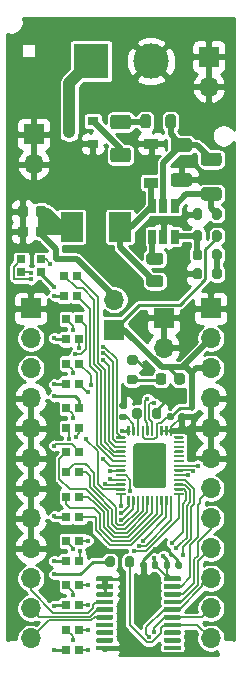
<source format=gbr>
%TF.GenerationSoftware,KiCad,Pcbnew,(5.1.9-0-10_14)*%
%TF.CreationDate,2021-01-09T22:25:45+11:00*%
%TF.ProjectId,ControlBreakout,436f6e74-726f-46c4-9272-65616b6f7574,rev?*%
%TF.SameCoordinates,Original*%
%TF.FileFunction,Copper,L1,Top*%
%TF.FilePolarity,Positive*%
%FSLAX46Y46*%
G04 Gerber Fmt 4.6, Leading zero omitted, Abs format (unit mm)*
G04 Created by KiCad (PCBNEW (5.1.9-0-10_14)) date 2021-01-09 22:25:45*
%MOMM*%
%LPD*%
G01*
G04 APERTURE LIST*
%TA.AperFunction,SMDPad,CuDef*%
%ADD10R,0.700000X0.800000*%
%TD*%
%TA.AperFunction,ComponentPad*%
%ADD11O,1.700000X1.700000*%
%TD*%
%TA.AperFunction,ComponentPad*%
%ADD12R,1.700000X1.700000*%
%TD*%
%TA.AperFunction,ComponentPad*%
%ADD13C,3.000000*%
%TD*%
%TA.AperFunction,ComponentPad*%
%ADD14R,3.000000X3.000000*%
%TD*%
%TA.AperFunction,SMDPad,CuDef*%
%ADD15R,0.650000X1.220000*%
%TD*%
%TA.AperFunction,SMDPad,CuDef*%
%ADD16R,0.900000X0.800000*%
%TD*%
%TA.AperFunction,SMDPad,CuDef*%
%ADD17R,1.900000X2.500000*%
%TD*%
%TA.AperFunction,SMDPad,CuDef*%
%ADD18R,1.200000X0.900000*%
%TD*%
%TA.AperFunction,SMDPad,CuDef*%
%ADD19R,0.800000X0.700000*%
%TD*%
%TA.AperFunction,ViaPad*%
%ADD20C,0.900000*%
%TD*%
%TA.AperFunction,ViaPad*%
%ADD21C,0.450000*%
%TD*%
%TA.AperFunction,Conductor*%
%ADD22C,0.200000*%
%TD*%
%TA.AperFunction,Conductor*%
%ADD23C,0.250000*%
%TD*%
%TA.AperFunction,Conductor*%
%ADD24C,0.500000*%
%TD*%
%TA.AperFunction,Conductor*%
%ADD25C,1.000000*%
%TD*%
%TA.AperFunction,Conductor*%
%ADD26C,0.254000*%
%TD*%
%TA.AperFunction,Conductor*%
%ADD27C,0.100000*%
%TD*%
G04 APERTURE END LIST*
%TO.P,U1,20*%
%TO.N,+3V3*%
%TA.AperFunction,SMDPad,CuDef*%
G36*
G01*
X115945000Y-114305000D02*
X115945000Y-114105000D01*
G75*
G02*
X116045000Y-114005000I100000J0D01*
G01*
X117320000Y-114005000D01*
G75*
G02*
X117420000Y-114105000I0J-100000D01*
G01*
X117420000Y-114305000D01*
G75*
G02*
X117320000Y-114405000I-100000J0D01*
G01*
X116045000Y-114405000D01*
G75*
G02*
X115945000Y-114305000I0J100000D01*
G01*
G37*
%TD.AperFunction*%
%TO.P,U1,19*%
%TO.N,I2C_SDA_IN*%
%TA.AperFunction,SMDPad,CuDef*%
G36*
G01*
X115945000Y-114955000D02*
X115945000Y-114755000D01*
G75*
G02*
X116045000Y-114655000I100000J0D01*
G01*
X117320000Y-114655000D01*
G75*
G02*
X117420000Y-114755000I0J-100000D01*
G01*
X117420000Y-114955000D01*
G75*
G02*
X117320000Y-115055000I-100000J0D01*
G01*
X116045000Y-115055000D01*
G75*
G02*
X115945000Y-114955000I0J100000D01*
G01*
G37*
%TD.AperFunction*%
%TO.P,U1,18*%
%TO.N,I2C_SCL_IN*%
%TA.AperFunction,SMDPad,CuDef*%
G36*
G01*
X115945000Y-115605000D02*
X115945000Y-115405000D01*
G75*
G02*
X116045000Y-115305000I100000J0D01*
G01*
X117320000Y-115305000D01*
G75*
G02*
X117420000Y-115405000I0J-100000D01*
G01*
X117420000Y-115605000D01*
G75*
G02*
X117320000Y-115705000I-100000J0D01*
G01*
X116045000Y-115705000D01*
G75*
G02*
X115945000Y-115605000I0J100000D01*
G01*
G37*
%TD.AperFunction*%
%TO.P,U1,17*%
%TO.N,I2C_INT_IN*%
%TA.AperFunction,SMDPad,CuDef*%
G36*
G01*
X115945000Y-116255000D02*
X115945000Y-116055000D01*
G75*
G02*
X116045000Y-115955000I100000J0D01*
G01*
X117320000Y-115955000D01*
G75*
G02*
X117420000Y-116055000I0J-100000D01*
G01*
X117420000Y-116255000D01*
G75*
G02*
X117320000Y-116355000I-100000J0D01*
G01*
X116045000Y-116355000D01*
G75*
G02*
X115945000Y-116255000I0J100000D01*
G01*
G37*
%TD.AperFunction*%
%TO.P,U1,16*%
%TO.N,I2C_SCL_4*%
%TA.AperFunction,SMDPad,CuDef*%
G36*
G01*
X115945000Y-116905000D02*
X115945000Y-116705000D01*
G75*
G02*
X116045000Y-116605000I100000J0D01*
G01*
X117320000Y-116605000D01*
G75*
G02*
X117420000Y-116705000I0J-100000D01*
G01*
X117420000Y-116905000D01*
G75*
G02*
X117320000Y-117005000I-100000J0D01*
G01*
X116045000Y-117005000D01*
G75*
G02*
X115945000Y-116905000I0J100000D01*
G01*
G37*
%TD.AperFunction*%
%TO.P,U1,15*%
%TO.N,I2C_SDA_4*%
%TA.AperFunction,SMDPad,CuDef*%
G36*
G01*
X115945000Y-117555000D02*
X115945000Y-117355000D01*
G75*
G02*
X116045000Y-117255000I100000J0D01*
G01*
X117320000Y-117255000D01*
G75*
G02*
X117420000Y-117355000I0J-100000D01*
G01*
X117420000Y-117555000D01*
G75*
G02*
X117320000Y-117655000I-100000J0D01*
G01*
X116045000Y-117655000D01*
G75*
G02*
X115945000Y-117555000I0J100000D01*
G01*
G37*
%TD.AperFunction*%
%TO.P,U1,14*%
%TO.N,I2C_INT_4*%
%TA.AperFunction,SMDPad,CuDef*%
G36*
G01*
X115945000Y-118205000D02*
X115945000Y-118005000D01*
G75*
G02*
X116045000Y-117905000I100000J0D01*
G01*
X117320000Y-117905000D01*
G75*
G02*
X117420000Y-118005000I0J-100000D01*
G01*
X117420000Y-118205000D01*
G75*
G02*
X117320000Y-118305000I-100000J0D01*
G01*
X116045000Y-118305000D01*
G75*
G02*
X115945000Y-118205000I0J100000D01*
G01*
G37*
%TD.AperFunction*%
%TO.P,U1,13*%
%TO.N,I2C_SCL_3*%
%TA.AperFunction,SMDPad,CuDef*%
G36*
G01*
X115945000Y-118855000D02*
X115945000Y-118655000D01*
G75*
G02*
X116045000Y-118555000I100000J0D01*
G01*
X117320000Y-118555000D01*
G75*
G02*
X117420000Y-118655000I0J-100000D01*
G01*
X117420000Y-118855000D01*
G75*
G02*
X117320000Y-118955000I-100000J0D01*
G01*
X116045000Y-118955000D01*
G75*
G02*
X115945000Y-118855000I0J100000D01*
G01*
G37*
%TD.AperFunction*%
%TO.P,U1,12*%
%TO.N,I2C_SDA_3*%
%TA.AperFunction,SMDPad,CuDef*%
G36*
G01*
X115945000Y-119505000D02*
X115945000Y-119305000D01*
G75*
G02*
X116045000Y-119205000I100000J0D01*
G01*
X117320000Y-119205000D01*
G75*
G02*
X117420000Y-119305000I0J-100000D01*
G01*
X117420000Y-119505000D01*
G75*
G02*
X117320000Y-119605000I-100000J0D01*
G01*
X116045000Y-119605000D01*
G75*
G02*
X115945000Y-119505000I0J100000D01*
G01*
G37*
%TD.AperFunction*%
%TO.P,U1,11*%
%TO.N,I2C_INT_3*%
%TA.AperFunction,SMDPad,CuDef*%
G36*
G01*
X115945000Y-120155000D02*
X115945000Y-119955000D01*
G75*
G02*
X116045000Y-119855000I100000J0D01*
G01*
X117320000Y-119855000D01*
G75*
G02*
X117420000Y-119955000I0J-100000D01*
G01*
X117420000Y-120155000D01*
G75*
G02*
X117320000Y-120255000I-100000J0D01*
G01*
X116045000Y-120255000D01*
G75*
G02*
X115945000Y-120155000I0J100000D01*
G01*
G37*
%TD.AperFunction*%
%TO.P,U1,10*%
%TO.N,GND*%
%TA.AperFunction,SMDPad,CuDef*%
G36*
G01*
X110220000Y-120155000D02*
X110220000Y-119955000D01*
G75*
G02*
X110320000Y-119855000I100000J0D01*
G01*
X111595000Y-119855000D01*
G75*
G02*
X111695000Y-119955000I0J-100000D01*
G01*
X111695000Y-120155000D01*
G75*
G02*
X111595000Y-120255000I-100000J0D01*
G01*
X110320000Y-120255000D01*
G75*
G02*
X110220000Y-120155000I0J100000D01*
G01*
G37*
%TD.AperFunction*%
%TO.P,U1,9*%
%TO.N,I2C_SCL_2*%
%TA.AperFunction,SMDPad,CuDef*%
G36*
G01*
X110220000Y-119505000D02*
X110220000Y-119305000D01*
G75*
G02*
X110320000Y-119205000I100000J0D01*
G01*
X111595000Y-119205000D01*
G75*
G02*
X111695000Y-119305000I0J-100000D01*
G01*
X111695000Y-119505000D01*
G75*
G02*
X111595000Y-119605000I-100000J0D01*
G01*
X110320000Y-119605000D01*
G75*
G02*
X110220000Y-119505000I0J100000D01*
G01*
G37*
%TD.AperFunction*%
%TO.P,U1,8*%
%TO.N,I2C_SDA_2*%
%TA.AperFunction,SMDPad,CuDef*%
G36*
G01*
X110220000Y-118855000D02*
X110220000Y-118655000D01*
G75*
G02*
X110320000Y-118555000I100000J0D01*
G01*
X111595000Y-118555000D01*
G75*
G02*
X111695000Y-118655000I0J-100000D01*
G01*
X111695000Y-118855000D01*
G75*
G02*
X111595000Y-118955000I-100000J0D01*
G01*
X110320000Y-118955000D01*
G75*
G02*
X110220000Y-118855000I0J100000D01*
G01*
G37*
%TD.AperFunction*%
%TO.P,U1,7*%
%TO.N,I2C_INT_2*%
%TA.AperFunction,SMDPad,CuDef*%
G36*
G01*
X110220000Y-118205000D02*
X110220000Y-118005000D01*
G75*
G02*
X110320000Y-117905000I100000J0D01*
G01*
X111595000Y-117905000D01*
G75*
G02*
X111695000Y-118005000I0J-100000D01*
G01*
X111695000Y-118205000D01*
G75*
G02*
X111595000Y-118305000I-100000J0D01*
G01*
X110320000Y-118305000D01*
G75*
G02*
X110220000Y-118205000I0J100000D01*
G01*
G37*
%TD.AperFunction*%
%TO.P,U1,6*%
%TO.N,I2C_SCL_1*%
%TA.AperFunction,SMDPad,CuDef*%
G36*
G01*
X110220000Y-117555000D02*
X110220000Y-117355000D01*
G75*
G02*
X110320000Y-117255000I100000J0D01*
G01*
X111595000Y-117255000D01*
G75*
G02*
X111695000Y-117355000I0J-100000D01*
G01*
X111695000Y-117555000D01*
G75*
G02*
X111595000Y-117655000I-100000J0D01*
G01*
X110320000Y-117655000D01*
G75*
G02*
X110220000Y-117555000I0J100000D01*
G01*
G37*
%TD.AperFunction*%
%TO.P,U1,5*%
%TO.N,I2C_SDA_1*%
%TA.AperFunction,SMDPad,CuDef*%
G36*
G01*
X110220000Y-116905000D02*
X110220000Y-116705000D01*
G75*
G02*
X110320000Y-116605000I100000J0D01*
G01*
X111595000Y-116605000D01*
G75*
G02*
X111695000Y-116705000I0J-100000D01*
G01*
X111695000Y-116905000D01*
G75*
G02*
X111595000Y-117005000I-100000J0D01*
G01*
X110320000Y-117005000D01*
G75*
G02*
X110220000Y-116905000I0J100000D01*
G01*
G37*
%TD.AperFunction*%
%TO.P,U1,4*%
%TO.N,I2C_INT_1*%
%TA.AperFunction,SMDPad,CuDef*%
G36*
G01*
X110220000Y-116255000D02*
X110220000Y-116055000D01*
G75*
G02*
X110320000Y-115955000I100000J0D01*
G01*
X111595000Y-115955000D01*
G75*
G02*
X111695000Y-116055000I0J-100000D01*
G01*
X111695000Y-116255000D01*
G75*
G02*
X111595000Y-116355000I-100000J0D01*
G01*
X110320000Y-116355000D01*
G75*
G02*
X110220000Y-116255000I0J100000D01*
G01*
G37*
%TD.AperFunction*%
%TO.P,U1,3*%
%TO.N,GND*%
%TA.AperFunction,SMDPad,CuDef*%
G36*
G01*
X110220000Y-115605000D02*
X110220000Y-115405000D01*
G75*
G02*
X110320000Y-115305000I100000J0D01*
G01*
X111595000Y-115305000D01*
G75*
G02*
X111695000Y-115405000I0J-100000D01*
G01*
X111695000Y-115605000D01*
G75*
G02*
X111595000Y-115705000I-100000J0D01*
G01*
X110320000Y-115705000D01*
G75*
G02*
X110220000Y-115605000I0J100000D01*
G01*
G37*
%TD.AperFunction*%
%TO.P,U1,2*%
%TA.AperFunction,SMDPad,CuDef*%
G36*
G01*
X110220000Y-114955000D02*
X110220000Y-114755000D01*
G75*
G02*
X110320000Y-114655000I100000J0D01*
G01*
X111595000Y-114655000D01*
G75*
G02*
X111695000Y-114755000I0J-100000D01*
G01*
X111695000Y-114955000D01*
G75*
G02*
X111595000Y-115055000I-100000J0D01*
G01*
X110320000Y-115055000D01*
G75*
G02*
X110220000Y-114955000I0J100000D01*
G01*
G37*
%TD.AperFunction*%
%TO.P,U1,1*%
%TA.AperFunction,SMDPad,CuDef*%
G36*
G01*
X110220000Y-114305000D02*
X110220000Y-114105000D01*
G75*
G02*
X110320000Y-114005000I100000J0D01*
G01*
X111595000Y-114005000D01*
G75*
G02*
X111695000Y-114105000I0J-100000D01*
G01*
X111695000Y-114305000D01*
G75*
G02*
X111595000Y-114405000I-100000J0D01*
G01*
X110320000Y-114405000D01*
G75*
G02*
X110220000Y-114305000I0J100000D01*
G01*
G37*
%TD.AperFunction*%
%TD*%
D10*
%TO.P,D6,4*%
%TO.N,G6*%
X108800000Y-105150000D03*
%TO.P,D6,3*%
%TO.N,+3V3*%
X108800000Y-103450000D03*
%TO.P,D6,2*%
%TO.N,B6*%
X107700000Y-103450000D03*
%TO.P,D6,1*%
%TO.N,R6*%
X107700000Y-105150000D03*
%TD*%
%TO.P,D3,4*%
%TO.N,G3*%
X107700000Y-92225000D03*
%TO.P,D3,3*%
%TO.N,+3V3*%
X107700000Y-93925000D03*
%TO.P,D3,2*%
%TO.N,B3*%
X108800000Y-93925000D03*
%TO.P,D3,1*%
%TO.N,R3*%
X108800000Y-92225000D03*
%TD*%
D11*
%TO.P,J7,2*%
%TO.N,GND*%
X119775000Y-72540000D03*
D12*
%TO.P,J7,1*%
X119775000Y-70000000D03*
%TD*%
D13*
%TO.P,J6,2*%
%TO.N,GND*%
X114880000Y-70375000D03*
D14*
%TO.P,J6,1*%
%TO.N,+12V*%
X109800000Y-70375000D03*
%TD*%
D11*
%TO.P,J4,2*%
%TO.N,GND*%
X104950000Y-79090000D03*
D12*
%TO.P,J4,1*%
X104950000Y-76550000D03*
%TD*%
D11*
%TO.P,J5,2*%
%TO.N,GND*%
X115950000Y-94640000D03*
D12*
%TO.P,J5,1*%
X115950000Y-92100000D03*
%TD*%
%TO.P,C6,2*%
%TO.N,SW*%
%TA.AperFunction,SMDPad,CuDef*%
G36*
G01*
X114730000Y-88500000D02*
X115680000Y-88500000D01*
G75*
G02*
X115930000Y-88750000I0J-250000D01*
G01*
X115930000Y-89250000D01*
G75*
G02*
X115680000Y-89500000I-250000J0D01*
G01*
X114730000Y-89500000D01*
G75*
G02*
X114480000Y-89250000I0J250000D01*
G01*
X114480000Y-88750000D01*
G75*
G02*
X114730000Y-88500000I250000J0D01*
G01*
G37*
%TD.AperFunction*%
%TO.P,C6,1*%
%TO.N,Net-(C6-Pad1)*%
%TA.AperFunction,SMDPad,CuDef*%
G36*
G01*
X114730000Y-86600000D02*
X115680000Y-86600000D01*
G75*
G02*
X115930000Y-86850000I0J-250000D01*
G01*
X115930000Y-87350000D01*
G75*
G02*
X115680000Y-87600000I-250000J0D01*
G01*
X114730000Y-87600000D01*
G75*
G02*
X114480000Y-87350000I0J250000D01*
G01*
X114480000Y-86850000D01*
G75*
G02*
X114730000Y-86600000I250000J0D01*
G01*
G37*
%TD.AperFunction*%
%TD*%
%TO.P,C4,2*%
%TO.N,GND*%
%TA.AperFunction,SMDPad,CuDef*%
G36*
G01*
X116799999Y-79850000D02*
X118100001Y-79850000D01*
G75*
G02*
X118350000Y-80099999I0J-249999D01*
G01*
X118350000Y-80750001D01*
G75*
G02*
X118100001Y-81000000I-249999J0D01*
G01*
X116799999Y-81000000D01*
G75*
G02*
X116550000Y-80750001I0J249999D01*
G01*
X116550000Y-80099999D01*
G75*
G02*
X116799999Y-79850000I249999J0D01*
G01*
G37*
%TD.AperFunction*%
%TO.P,C4,1*%
%TO.N,BUCK_IN*%
%TA.AperFunction,SMDPad,CuDef*%
G36*
G01*
X116799999Y-76900000D02*
X118100001Y-76900000D01*
G75*
G02*
X118350000Y-77149999I0J-249999D01*
G01*
X118350000Y-77800001D01*
G75*
G02*
X118100001Y-78050000I-249999J0D01*
G01*
X116799999Y-78050000D01*
G75*
G02*
X116550000Y-77800001I0J249999D01*
G01*
X116550000Y-77149999D01*
G75*
G02*
X116799999Y-76900000I249999J0D01*
G01*
G37*
%TD.AperFunction*%
%TD*%
D15*
%TO.P,U3,6*%
%TO.N,SW*%
X114975000Y-82615000D03*
%TO.P,U3,5*%
%TO.N,BUCK_IN*%
X115925000Y-82615000D03*
%TO.P,U3,4*%
%TO.N,Net-(R3-Pad2)*%
X116875000Y-82615000D03*
%TO.P,U3,3*%
%TO.N,Net-(R5-Pad2)*%
X116875000Y-85235000D03*
%TO.P,U3,2*%
%TO.N,GND*%
X115925000Y-85235000D03*
%TO.P,U3,1*%
%TO.N,Net-(C6-Pad1)*%
X114975000Y-85235000D03*
%TD*%
%TO.P,U2,47*%
%TO.N,GND*%
%TA.AperFunction,SMDPad,CuDef*%
G36*
G01*
X113380000Y-106280000D02*
X113380000Y-102980000D01*
G75*
G02*
X113630000Y-102730000I250000J0D01*
G01*
X115930000Y-102730000D01*
G75*
G02*
X116180000Y-102980000I0J-250000D01*
G01*
X116180000Y-106280000D01*
G75*
G02*
X115930000Y-106530000I-250000J0D01*
G01*
X113630000Y-106530000D01*
G75*
G02*
X113380000Y-106280000I0J250000D01*
G01*
G37*
%TD.AperFunction*%
%TO.P,U2,1*%
%TO.N,R1*%
%TA.AperFunction,SMDPad,CuDef*%
G36*
G01*
X111905000Y-102280000D02*
X111905000Y-102180000D01*
G75*
G02*
X111955000Y-102130000I50000J0D01*
G01*
X112680000Y-102130000D01*
G75*
G02*
X112730000Y-102180000I0J-50000D01*
G01*
X112730000Y-102280000D01*
G75*
G02*
X112680000Y-102330000I-50000J0D01*
G01*
X111955000Y-102330000D01*
G75*
G02*
X111905000Y-102280000I0J50000D01*
G01*
G37*
%TD.AperFunction*%
%TO.P,U2,2*%
%TO.N,G1*%
%TA.AperFunction,SMDPad,CuDef*%
G36*
G01*
X111905000Y-102680000D02*
X111905000Y-102580000D01*
G75*
G02*
X111955000Y-102530000I50000J0D01*
G01*
X112680000Y-102530000D01*
G75*
G02*
X112730000Y-102580000I0J-50000D01*
G01*
X112730000Y-102680000D01*
G75*
G02*
X112680000Y-102730000I-50000J0D01*
G01*
X111955000Y-102730000D01*
G75*
G02*
X111905000Y-102680000I0J50000D01*
G01*
G37*
%TD.AperFunction*%
%TO.P,U2,3*%
%TO.N,B1*%
%TA.AperFunction,SMDPad,CuDef*%
G36*
G01*
X111905000Y-103080000D02*
X111905000Y-102980000D01*
G75*
G02*
X111955000Y-102930000I50000J0D01*
G01*
X112680000Y-102930000D01*
G75*
G02*
X112730000Y-102980000I0J-50000D01*
G01*
X112730000Y-103080000D01*
G75*
G02*
X112680000Y-103130000I-50000J0D01*
G01*
X111955000Y-103130000D01*
G75*
G02*
X111905000Y-103080000I0J50000D01*
G01*
G37*
%TD.AperFunction*%
%TO.P,U2,4*%
%TO.N,R2*%
%TA.AperFunction,SMDPad,CuDef*%
G36*
G01*
X111905000Y-103480000D02*
X111905000Y-103380000D01*
G75*
G02*
X111955000Y-103330000I50000J0D01*
G01*
X112680000Y-103330000D01*
G75*
G02*
X112730000Y-103380000I0J-50000D01*
G01*
X112730000Y-103480000D01*
G75*
G02*
X112680000Y-103530000I-50000J0D01*
G01*
X111955000Y-103530000D01*
G75*
G02*
X111905000Y-103480000I0J50000D01*
G01*
G37*
%TD.AperFunction*%
%TO.P,U2,5*%
%TO.N,G2*%
%TA.AperFunction,SMDPad,CuDef*%
G36*
G01*
X111905000Y-103880000D02*
X111905000Y-103780000D01*
G75*
G02*
X111955000Y-103730000I50000J0D01*
G01*
X112680000Y-103730000D01*
G75*
G02*
X112730000Y-103780000I0J-50000D01*
G01*
X112730000Y-103880000D01*
G75*
G02*
X112680000Y-103930000I-50000J0D01*
G01*
X111955000Y-103930000D01*
G75*
G02*
X111905000Y-103880000I0J50000D01*
G01*
G37*
%TD.AperFunction*%
%TO.P,U2,6*%
%TO.N,B2*%
%TA.AperFunction,SMDPad,CuDef*%
G36*
G01*
X111905000Y-104280000D02*
X111905000Y-104180000D01*
G75*
G02*
X111955000Y-104130000I50000J0D01*
G01*
X112680000Y-104130000D01*
G75*
G02*
X112730000Y-104180000I0J-50000D01*
G01*
X112730000Y-104280000D01*
G75*
G02*
X112680000Y-104330000I-50000J0D01*
G01*
X111955000Y-104330000D01*
G75*
G02*
X111905000Y-104280000I0J50000D01*
G01*
G37*
%TD.AperFunction*%
%TO.P,U2,7*%
%TO.N,R3*%
%TA.AperFunction,SMDPad,CuDef*%
G36*
G01*
X111905000Y-104680000D02*
X111905000Y-104580000D01*
G75*
G02*
X111955000Y-104530000I50000J0D01*
G01*
X112680000Y-104530000D01*
G75*
G02*
X112730000Y-104580000I0J-50000D01*
G01*
X112730000Y-104680000D01*
G75*
G02*
X112680000Y-104730000I-50000J0D01*
G01*
X111955000Y-104730000D01*
G75*
G02*
X111905000Y-104680000I0J50000D01*
G01*
G37*
%TD.AperFunction*%
%TO.P,U2,8*%
%TO.N,G3*%
%TA.AperFunction,SMDPad,CuDef*%
G36*
G01*
X111905000Y-105080000D02*
X111905000Y-104980000D01*
G75*
G02*
X111955000Y-104930000I50000J0D01*
G01*
X112680000Y-104930000D01*
G75*
G02*
X112730000Y-104980000I0J-50000D01*
G01*
X112730000Y-105080000D01*
G75*
G02*
X112680000Y-105130000I-50000J0D01*
G01*
X111955000Y-105130000D01*
G75*
G02*
X111905000Y-105080000I0J50000D01*
G01*
G37*
%TD.AperFunction*%
%TO.P,U2,9*%
%TO.N,B3*%
%TA.AperFunction,SMDPad,CuDef*%
G36*
G01*
X111905000Y-105480000D02*
X111905000Y-105380000D01*
G75*
G02*
X111955000Y-105330000I50000J0D01*
G01*
X112680000Y-105330000D01*
G75*
G02*
X112730000Y-105380000I0J-50000D01*
G01*
X112730000Y-105480000D01*
G75*
G02*
X112680000Y-105530000I-50000J0D01*
G01*
X111955000Y-105530000D01*
G75*
G02*
X111905000Y-105480000I0J50000D01*
G01*
G37*
%TD.AperFunction*%
%TO.P,U2,10*%
%TO.N,R4*%
%TA.AperFunction,SMDPad,CuDef*%
G36*
G01*
X111905000Y-105880000D02*
X111905000Y-105780000D01*
G75*
G02*
X111955000Y-105730000I50000J0D01*
G01*
X112680000Y-105730000D01*
G75*
G02*
X112730000Y-105780000I0J-50000D01*
G01*
X112730000Y-105880000D01*
G75*
G02*
X112680000Y-105930000I-50000J0D01*
G01*
X111955000Y-105930000D01*
G75*
G02*
X111905000Y-105880000I0J50000D01*
G01*
G37*
%TD.AperFunction*%
%TO.P,U2,11*%
%TO.N,G4*%
%TA.AperFunction,SMDPad,CuDef*%
G36*
G01*
X111905000Y-106280000D02*
X111905000Y-106180000D01*
G75*
G02*
X111955000Y-106130000I50000J0D01*
G01*
X112680000Y-106130000D01*
G75*
G02*
X112730000Y-106180000I0J-50000D01*
G01*
X112730000Y-106280000D01*
G75*
G02*
X112680000Y-106330000I-50000J0D01*
G01*
X111955000Y-106330000D01*
G75*
G02*
X111905000Y-106280000I0J50000D01*
G01*
G37*
%TD.AperFunction*%
%TO.P,U2,12*%
%TO.N,B4*%
%TA.AperFunction,SMDPad,CuDef*%
G36*
G01*
X111905000Y-106680000D02*
X111905000Y-106580000D01*
G75*
G02*
X111955000Y-106530000I50000J0D01*
G01*
X112680000Y-106530000D01*
G75*
G02*
X112730000Y-106580000I0J-50000D01*
G01*
X112730000Y-106680000D01*
G75*
G02*
X112680000Y-106730000I-50000J0D01*
G01*
X111955000Y-106730000D01*
G75*
G02*
X111905000Y-106680000I0J50000D01*
G01*
G37*
%TD.AperFunction*%
%TO.P,U2,13*%
%TO.N,R5*%
%TA.AperFunction,SMDPad,CuDef*%
G36*
G01*
X111905000Y-107080000D02*
X111905000Y-106980000D01*
G75*
G02*
X111955000Y-106930000I50000J0D01*
G01*
X112680000Y-106930000D01*
G75*
G02*
X112730000Y-106980000I0J-50000D01*
G01*
X112730000Y-107080000D01*
G75*
G02*
X112680000Y-107130000I-50000J0D01*
G01*
X111955000Y-107130000D01*
G75*
G02*
X111905000Y-107080000I0J50000D01*
G01*
G37*
%TD.AperFunction*%
%TO.P,U2,14*%
%TO.N,G5*%
%TA.AperFunction,SMDPad,CuDef*%
G36*
G01*
X112880000Y-107955000D02*
X112880000Y-107230000D01*
G75*
G02*
X112930000Y-107180000I50000J0D01*
G01*
X113030000Y-107180000D01*
G75*
G02*
X113080000Y-107230000I0J-50000D01*
G01*
X113080000Y-107955000D01*
G75*
G02*
X113030000Y-108005000I-50000J0D01*
G01*
X112930000Y-108005000D01*
G75*
G02*
X112880000Y-107955000I0J50000D01*
G01*
G37*
%TD.AperFunction*%
%TO.P,U2,15*%
%TO.N,B5*%
%TA.AperFunction,SMDPad,CuDef*%
G36*
G01*
X113280000Y-107955000D02*
X113280000Y-107230000D01*
G75*
G02*
X113330000Y-107180000I50000J0D01*
G01*
X113430000Y-107180000D01*
G75*
G02*
X113480000Y-107230000I0J-50000D01*
G01*
X113480000Y-107955000D01*
G75*
G02*
X113430000Y-108005000I-50000J0D01*
G01*
X113330000Y-108005000D01*
G75*
G02*
X113280000Y-107955000I0J50000D01*
G01*
G37*
%TD.AperFunction*%
%TO.P,U2,16*%
%TO.N,R6*%
%TA.AperFunction,SMDPad,CuDef*%
G36*
G01*
X113680000Y-107955000D02*
X113680000Y-107230000D01*
G75*
G02*
X113730000Y-107180000I50000J0D01*
G01*
X113830000Y-107180000D01*
G75*
G02*
X113880000Y-107230000I0J-50000D01*
G01*
X113880000Y-107955000D01*
G75*
G02*
X113830000Y-108005000I-50000J0D01*
G01*
X113730000Y-108005000D01*
G75*
G02*
X113680000Y-107955000I0J50000D01*
G01*
G37*
%TD.AperFunction*%
%TO.P,U2,17*%
%TO.N,G6*%
%TA.AperFunction,SMDPad,CuDef*%
G36*
G01*
X114080000Y-107955000D02*
X114080000Y-107230000D01*
G75*
G02*
X114130000Y-107180000I50000J0D01*
G01*
X114230000Y-107180000D01*
G75*
G02*
X114280000Y-107230000I0J-50000D01*
G01*
X114280000Y-107955000D01*
G75*
G02*
X114230000Y-108005000I-50000J0D01*
G01*
X114130000Y-108005000D01*
G75*
G02*
X114080000Y-107955000I0J50000D01*
G01*
G37*
%TD.AperFunction*%
%TO.P,U2,18*%
%TO.N,B6*%
%TA.AperFunction,SMDPad,CuDef*%
G36*
G01*
X114480000Y-107955000D02*
X114480000Y-107230000D01*
G75*
G02*
X114530000Y-107180000I50000J0D01*
G01*
X114630000Y-107180000D01*
G75*
G02*
X114680000Y-107230000I0J-50000D01*
G01*
X114680000Y-107955000D01*
G75*
G02*
X114630000Y-108005000I-50000J0D01*
G01*
X114530000Y-108005000D01*
G75*
G02*
X114480000Y-107955000I0J50000D01*
G01*
G37*
%TD.AperFunction*%
%TO.P,U2,19*%
%TO.N,R7*%
%TA.AperFunction,SMDPad,CuDef*%
G36*
G01*
X114880000Y-107955000D02*
X114880000Y-107230000D01*
G75*
G02*
X114930000Y-107180000I50000J0D01*
G01*
X115030000Y-107180000D01*
G75*
G02*
X115080000Y-107230000I0J-50000D01*
G01*
X115080000Y-107955000D01*
G75*
G02*
X115030000Y-108005000I-50000J0D01*
G01*
X114930000Y-108005000D01*
G75*
G02*
X114880000Y-107955000I0J50000D01*
G01*
G37*
%TD.AperFunction*%
%TO.P,U2,20*%
%TO.N,G7*%
%TA.AperFunction,SMDPad,CuDef*%
G36*
G01*
X115280000Y-107955000D02*
X115280000Y-107230000D01*
G75*
G02*
X115330000Y-107180000I50000J0D01*
G01*
X115430000Y-107180000D01*
G75*
G02*
X115480000Y-107230000I0J-50000D01*
G01*
X115480000Y-107955000D01*
G75*
G02*
X115430000Y-108005000I-50000J0D01*
G01*
X115330000Y-108005000D01*
G75*
G02*
X115280000Y-107955000I0J50000D01*
G01*
G37*
%TD.AperFunction*%
%TO.P,U2,21*%
%TO.N,B7*%
%TA.AperFunction,SMDPad,CuDef*%
G36*
G01*
X115680000Y-107955000D02*
X115680000Y-107230000D01*
G75*
G02*
X115730000Y-107180000I50000J0D01*
G01*
X115830000Y-107180000D01*
G75*
G02*
X115880000Y-107230000I0J-50000D01*
G01*
X115880000Y-107955000D01*
G75*
G02*
X115830000Y-108005000I-50000J0D01*
G01*
X115730000Y-108005000D01*
G75*
G02*
X115680000Y-107955000I0J50000D01*
G01*
G37*
%TD.AperFunction*%
%TO.P,U2,22*%
%TO.N,R8*%
%TA.AperFunction,SMDPad,CuDef*%
G36*
G01*
X116080000Y-107955000D02*
X116080000Y-107230000D01*
G75*
G02*
X116130000Y-107180000I50000J0D01*
G01*
X116230000Y-107180000D01*
G75*
G02*
X116280000Y-107230000I0J-50000D01*
G01*
X116280000Y-107955000D01*
G75*
G02*
X116230000Y-108005000I-50000J0D01*
G01*
X116130000Y-108005000D01*
G75*
G02*
X116080000Y-107955000I0J50000D01*
G01*
G37*
%TD.AperFunction*%
%TO.P,U2,23*%
%TO.N,G8*%
%TA.AperFunction,SMDPad,CuDef*%
G36*
G01*
X116480000Y-107955000D02*
X116480000Y-107230000D01*
G75*
G02*
X116530000Y-107180000I50000J0D01*
G01*
X116630000Y-107180000D01*
G75*
G02*
X116680000Y-107230000I0J-50000D01*
G01*
X116680000Y-107955000D01*
G75*
G02*
X116630000Y-108005000I-50000J0D01*
G01*
X116530000Y-108005000D01*
G75*
G02*
X116480000Y-107955000I0J50000D01*
G01*
G37*
%TD.AperFunction*%
%TO.P,U2,24*%
%TO.N,B8*%
%TA.AperFunction,SMDPad,CuDef*%
G36*
G01*
X116830000Y-107080000D02*
X116830000Y-106980000D01*
G75*
G02*
X116880000Y-106930000I50000J0D01*
G01*
X117605000Y-106930000D01*
G75*
G02*
X117655000Y-106980000I0J-50000D01*
G01*
X117655000Y-107080000D01*
G75*
G02*
X117605000Y-107130000I-50000J0D01*
G01*
X116880000Y-107130000D01*
G75*
G02*
X116830000Y-107080000I0J50000D01*
G01*
G37*
%TD.AperFunction*%
%TO.P,U2,25*%
%TO.N,R9*%
%TA.AperFunction,SMDPad,CuDef*%
G36*
G01*
X116830000Y-106680000D02*
X116830000Y-106580000D01*
G75*
G02*
X116880000Y-106530000I50000J0D01*
G01*
X117605000Y-106530000D01*
G75*
G02*
X117655000Y-106580000I0J-50000D01*
G01*
X117655000Y-106680000D01*
G75*
G02*
X117605000Y-106730000I-50000J0D01*
G01*
X116880000Y-106730000D01*
G75*
G02*
X116830000Y-106680000I0J50000D01*
G01*
G37*
%TD.AperFunction*%
%TO.P,U2,26*%
%TO.N,G9*%
%TA.AperFunction,SMDPad,CuDef*%
G36*
G01*
X116830000Y-106280000D02*
X116830000Y-106180000D01*
G75*
G02*
X116880000Y-106130000I50000J0D01*
G01*
X117605000Y-106130000D01*
G75*
G02*
X117655000Y-106180000I0J-50000D01*
G01*
X117655000Y-106280000D01*
G75*
G02*
X117605000Y-106330000I-50000J0D01*
G01*
X116880000Y-106330000D01*
G75*
G02*
X116830000Y-106280000I0J50000D01*
G01*
G37*
%TD.AperFunction*%
%TO.P,U2,27*%
%TO.N,B9*%
%TA.AperFunction,SMDPad,CuDef*%
G36*
G01*
X116830000Y-105880000D02*
X116830000Y-105780000D01*
G75*
G02*
X116880000Y-105730000I50000J0D01*
G01*
X117605000Y-105730000D01*
G75*
G02*
X117655000Y-105780000I0J-50000D01*
G01*
X117655000Y-105880000D01*
G75*
G02*
X117605000Y-105930000I-50000J0D01*
G01*
X116880000Y-105930000D01*
G75*
G02*
X116830000Y-105880000I0J50000D01*
G01*
G37*
%TD.AperFunction*%
%TO.P,U2,28*%
%TO.N,R10*%
%TA.AperFunction,SMDPad,CuDef*%
G36*
G01*
X116830000Y-105480000D02*
X116830000Y-105380000D01*
G75*
G02*
X116880000Y-105330000I50000J0D01*
G01*
X117605000Y-105330000D01*
G75*
G02*
X117655000Y-105380000I0J-50000D01*
G01*
X117655000Y-105480000D01*
G75*
G02*
X117605000Y-105530000I-50000J0D01*
G01*
X116880000Y-105530000D01*
G75*
G02*
X116830000Y-105480000I0J50000D01*
G01*
G37*
%TD.AperFunction*%
%TO.P,U2,29*%
%TO.N,G10*%
%TA.AperFunction,SMDPad,CuDef*%
G36*
G01*
X116830000Y-105080000D02*
X116830000Y-104980000D01*
G75*
G02*
X116880000Y-104930000I50000J0D01*
G01*
X117605000Y-104930000D01*
G75*
G02*
X117655000Y-104980000I0J-50000D01*
G01*
X117655000Y-105080000D01*
G75*
G02*
X117605000Y-105130000I-50000J0D01*
G01*
X116880000Y-105130000D01*
G75*
G02*
X116830000Y-105080000I0J50000D01*
G01*
G37*
%TD.AperFunction*%
%TO.P,U2,30*%
%TO.N,B10*%
%TA.AperFunction,SMDPad,CuDef*%
G36*
G01*
X116830000Y-104680000D02*
X116830000Y-104580000D01*
G75*
G02*
X116880000Y-104530000I50000J0D01*
G01*
X117605000Y-104530000D01*
G75*
G02*
X117655000Y-104580000I0J-50000D01*
G01*
X117655000Y-104680000D01*
G75*
G02*
X117605000Y-104730000I-50000J0D01*
G01*
X116880000Y-104730000D01*
G75*
G02*
X116830000Y-104680000I0J50000D01*
G01*
G37*
%TD.AperFunction*%
%TO.P,U2,31*%
%TO.N,N/C*%
%TA.AperFunction,SMDPad,CuDef*%
G36*
G01*
X116830000Y-104280000D02*
X116830000Y-104180000D01*
G75*
G02*
X116880000Y-104130000I50000J0D01*
G01*
X117605000Y-104130000D01*
G75*
G02*
X117655000Y-104180000I0J-50000D01*
G01*
X117655000Y-104280000D01*
G75*
G02*
X117605000Y-104330000I-50000J0D01*
G01*
X116880000Y-104330000D01*
G75*
G02*
X116830000Y-104280000I0J50000D01*
G01*
G37*
%TD.AperFunction*%
%TO.P,U2,32*%
%TA.AperFunction,SMDPad,CuDef*%
G36*
G01*
X116830000Y-103880000D02*
X116830000Y-103780000D01*
G75*
G02*
X116880000Y-103730000I50000J0D01*
G01*
X117605000Y-103730000D01*
G75*
G02*
X117655000Y-103780000I0J-50000D01*
G01*
X117655000Y-103880000D01*
G75*
G02*
X117605000Y-103930000I-50000J0D01*
G01*
X116880000Y-103930000D01*
G75*
G02*
X116830000Y-103880000I0J50000D01*
G01*
G37*
%TD.AperFunction*%
%TO.P,U2,33*%
%TA.AperFunction,SMDPad,CuDef*%
G36*
G01*
X116830000Y-103480000D02*
X116830000Y-103380000D01*
G75*
G02*
X116880000Y-103330000I50000J0D01*
G01*
X117605000Y-103330000D01*
G75*
G02*
X117655000Y-103380000I0J-50000D01*
G01*
X117655000Y-103480000D01*
G75*
G02*
X117605000Y-103530000I-50000J0D01*
G01*
X116880000Y-103530000D01*
G75*
G02*
X116830000Y-103480000I0J50000D01*
G01*
G37*
%TD.AperFunction*%
%TO.P,U2,34*%
%TA.AperFunction,SMDPad,CuDef*%
G36*
G01*
X116830000Y-103080000D02*
X116830000Y-102980000D01*
G75*
G02*
X116880000Y-102930000I50000J0D01*
G01*
X117605000Y-102930000D01*
G75*
G02*
X117655000Y-102980000I0J-50000D01*
G01*
X117655000Y-103080000D01*
G75*
G02*
X117605000Y-103130000I-50000J0D01*
G01*
X116880000Y-103130000D01*
G75*
G02*
X116830000Y-103080000I0J50000D01*
G01*
G37*
%TD.AperFunction*%
%TO.P,U2,35*%
%TA.AperFunction,SMDPad,CuDef*%
G36*
G01*
X116830000Y-102680000D02*
X116830000Y-102580000D01*
G75*
G02*
X116880000Y-102530000I50000J0D01*
G01*
X117605000Y-102530000D01*
G75*
G02*
X117655000Y-102580000I0J-50000D01*
G01*
X117655000Y-102680000D01*
G75*
G02*
X117605000Y-102730000I-50000J0D01*
G01*
X116880000Y-102730000D01*
G75*
G02*
X116830000Y-102680000I0J50000D01*
G01*
G37*
%TD.AperFunction*%
%TO.P,U2,36*%
%TA.AperFunction,SMDPad,CuDef*%
G36*
G01*
X116830000Y-102280000D02*
X116830000Y-102180000D01*
G75*
G02*
X116880000Y-102130000I50000J0D01*
G01*
X117605000Y-102130000D01*
G75*
G02*
X117655000Y-102180000I0J-50000D01*
G01*
X117655000Y-102280000D01*
G75*
G02*
X117605000Y-102330000I-50000J0D01*
G01*
X116880000Y-102330000D01*
G75*
G02*
X116830000Y-102280000I0J50000D01*
G01*
G37*
%TD.AperFunction*%
%TO.P,U2,37*%
%TO.N,GND*%
%TA.AperFunction,SMDPad,CuDef*%
G36*
G01*
X116480000Y-102030000D02*
X116480000Y-101305000D01*
G75*
G02*
X116530000Y-101255000I50000J0D01*
G01*
X116630000Y-101255000D01*
G75*
G02*
X116680000Y-101305000I0J-50000D01*
G01*
X116680000Y-102030000D01*
G75*
G02*
X116630000Y-102080000I-50000J0D01*
G01*
X116530000Y-102080000D01*
G75*
G02*
X116480000Y-102030000I0J50000D01*
G01*
G37*
%TD.AperFunction*%
%TO.P,U2,38*%
%TA.AperFunction,SMDPad,CuDef*%
G36*
G01*
X116080000Y-102030000D02*
X116080000Y-101305000D01*
G75*
G02*
X116130000Y-101255000I50000J0D01*
G01*
X116230000Y-101255000D01*
G75*
G02*
X116280000Y-101305000I0J-50000D01*
G01*
X116280000Y-102030000D01*
G75*
G02*
X116230000Y-102080000I-50000J0D01*
G01*
X116130000Y-102080000D01*
G75*
G02*
X116080000Y-102030000I0J50000D01*
G01*
G37*
%TD.AperFunction*%
%TO.P,U2,39*%
%TA.AperFunction,SMDPad,CuDef*%
G36*
G01*
X115680000Y-102030000D02*
X115680000Y-101305000D01*
G75*
G02*
X115730000Y-101255000I50000J0D01*
G01*
X115830000Y-101255000D01*
G75*
G02*
X115880000Y-101305000I0J-50000D01*
G01*
X115880000Y-102030000D01*
G75*
G02*
X115830000Y-102080000I-50000J0D01*
G01*
X115730000Y-102080000D01*
G75*
G02*
X115680000Y-102030000I0J50000D01*
G01*
G37*
%TD.AperFunction*%
%TO.P,U2,40*%
%TO.N,+3V3*%
%TA.AperFunction,SMDPad,CuDef*%
G36*
G01*
X115280000Y-102030000D02*
X115280000Y-101305000D01*
G75*
G02*
X115330000Y-101255000I50000J0D01*
G01*
X115430000Y-101255000D01*
G75*
G02*
X115480000Y-101305000I0J-50000D01*
G01*
X115480000Y-102030000D01*
G75*
G02*
X115430000Y-102080000I-50000J0D01*
G01*
X115330000Y-102080000D01*
G75*
G02*
X115280000Y-102030000I0J50000D01*
G01*
G37*
%TD.AperFunction*%
%TO.P,U2,41*%
%TO.N,I2C_SDA_4*%
%TA.AperFunction,SMDPad,CuDef*%
G36*
G01*
X114880000Y-102030000D02*
X114880000Y-101305000D01*
G75*
G02*
X114930000Y-101255000I50000J0D01*
G01*
X115030000Y-101255000D01*
G75*
G02*
X115080000Y-101305000I0J-50000D01*
G01*
X115080000Y-102030000D01*
G75*
G02*
X115030000Y-102080000I-50000J0D01*
G01*
X114930000Y-102080000D01*
G75*
G02*
X114880000Y-102030000I0J50000D01*
G01*
G37*
%TD.AperFunction*%
%TO.P,U2,42*%
%TO.N,I2C_SCL_4*%
%TA.AperFunction,SMDPad,CuDef*%
G36*
G01*
X114480000Y-102030000D02*
X114480000Y-101305000D01*
G75*
G02*
X114530000Y-101255000I50000J0D01*
G01*
X114630000Y-101255000D01*
G75*
G02*
X114680000Y-101305000I0J-50000D01*
G01*
X114680000Y-102030000D01*
G75*
G02*
X114630000Y-102080000I-50000J0D01*
G01*
X114530000Y-102080000D01*
G75*
G02*
X114480000Y-102030000I0J50000D01*
G01*
G37*
%TD.AperFunction*%
%TO.P,U2,43*%
%TO.N,+3V3*%
%TA.AperFunction,SMDPad,CuDef*%
G36*
G01*
X114080000Y-102030000D02*
X114080000Y-101305000D01*
G75*
G02*
X114130000Y-101255000I50000J0D01*
G01*
X114230000Y-101255000D01*
G75*
G02*
X114280000Y-101305000I0J-50000D01*
G01*
X114280000Y-102030000D01*
G75*
G02*
X114230000Y-102080000I-50000J0D01*
G01*
X114130000Y-102080000D01*
G75*
G02*
X114080000Y-102030000I0J50000D01*
G01*
G37*
%TD.AperFunction*%
%TO.P,U2,44*%
%TO.N,Net-(R1-Pad2)*%
%TA.AperFunction,SMDPad,CuDef*%
G36*
G01*
X113680000Y-102030000D02*
X113680000Y-101305000D01*
G75*
G02*
X113730000Y-101255000I50000J0D01*
G01*
X113830000Y-101255000D01*
G75*
G02*
X113880000Y-101305000I0J-50000D01*
G01*
X113880000Y-102030000D01*
G75*
G02*
X113830000Y-102080000I-50000J0D01*
G01*
X113730000Y-102080000D01*
G75*
G02*
X113680000Y-102030000I0J50000D01*
G01*
G37*
%TD.AperFunction*%
%TO.P,U2,45*%
%TO.N,Net-(C3-Pad2)*%
%TA.AperFunction,SMDPad,CuDef*%
G36*
G01*
X113280000Y-102030000D02*
X113280000Y-101305000D01*
G75*
G02*
X113330000Y-101255000I50000J0D01*
G01*
X113430000Y-101255000D01*
G75*
G02*
X113480000Y-101305000I0J-50000D01*
G01*
X113480000Y-102030000D01*
G75*
G02*
X113430000Y-102080000I-50000J0D01*
G01*
X113330000Y-102080000D01*
G75*
G02*
X113280000Y-102030000I0J50000D01*
G01*
G37*
%TD.AperFunction*%
%TO.P,U2,46*%
%TO.N,GND*%
%TA.AperFunction,SMDPad,CuDef*%
G36*
G01*
X112880000Y-102030000D02*
X112880000Y-101305000D01*
G75*
G02*
X112930000Y-101255000I50000J0D01*
G01*
X113030000Y-101255000D01*
G75*
G02*
X113080000Y-101305000I0J-50000D01*
G01*
X113080000Y-102030000D01*
G75*
G02*
X113030000Y-102080000I-50000J0D01*
G01*
X112930000Y-102080000D01*
G75*
G02*
X112880000Y-102030000I0J50000D01*
G01*
G37*
%TD.AperFunction*%
%TD*%
%TO.P,R8,2*%
%TO.N,GND*%
%TA.AperFunction,SMDPad,CuDef*%
G36*
G01*
X113565000Y-96095000D02*
X113015000Y-96095000D01*
G75*
G02*
X112815000Y-95895000I0J200000D01*
G01*
X112815000Y-95495000D01*
G75*
G02*
X113015000Y-95295000I200000J0D01*
G01*
X113565000Y-95295000D01*
G75*
G02*
X113765000Y-95495000I0J-200000D01*
G01*
X113765000Y-95895000D01*
G75*
G02*
X113565000Y-96095000I-200000J0D01*
G01*
G37*
%TD.AperFunction*%
%TO.P,R8,1*%
%TO.N,Net-(D12-Pad1)*%
%TA.AperFunction,SMDPad,CuDef*%
G36*
G01*
X113565000Y-97745000D02*
X113015000Y-97745000D01*
G75*
G02*
X112815000Y-97545000I0J200000D01*
G01*
X112815000Y-97145000D01*
G75*
G02*
X113015000Y-96945000I200000J0D01*
G01*
X113565000Y-96945000D01*
G75*
G02*
X113765000Y-97145000I0J-200000D01*
G01*
X113765000Y-97545000D01*
G75*
G02*
X113565000Y-97745000I-200000J0D01*
G01*
G37*
%TD.AperFunction*%
%TD*%
%TO.P,R7,1*%
%TO.N,Net-(R6-Pad2)*%
%TA.AperFunction,SMDPad,CuDef*%
G36*
G01*
X120855000Y-88100000D02*
X120855000Y-88650000D01*
G75*
G02*
X120655000Y-88850000I-200000J0D01*
G01*
X120255000Y-88850000D01*
G75*
G02*
X120055000Y-88650000I0J200000D01*
G01*
X120055000Y-88100000D01*
G75*
G02*
X120255000Y-87900000I200000J0D01*
G01*
X120655000Y-87900000D01*
G75*
G02*
X120855000Y-88100000I0J-200000D01*
G01*
G37*
%TD.AperFunction*%
%TO.P,R7,2*%
%TO.N,GND*%
%TA.AperFunction,SMDPad,CuDef*%
G36*
G01*
X119205000Y-88100000D02*
X119205000Y-88650000D01*
G75*
G02*
X119005000Y-88850000I-200000J0D01*
G01*
X118605000Y-88850000D01*
G75*
G02*
X118405000Y-88650000I0J200000D01*
G01*
X118405000Y-88100000D01*
G75*
G02*
X118605000Y-87900000I200000J0D01*
G01*
X119005000Y-87900000D01*
G75*
G02*
X119205000Y-88100000I0J-200000D01*
G01*
G37*
%TD.AperFunction*%
%TD*%
%TO.P,R6,2*%
%TO.N,Net-(R6-Pad2)*%
%TA.AperFunction,SMDPad,CuDef*%
G36*
G01*
X120055000Y-87050000D02*
X120055000Y-86500000D01*
G75*
G02*
X120255000Y-86300000I200000J0D01*
G01*
X120655000Y-86300000D01*
G75*
G02*
X120855000Y-86500000I0J-200000D01*
G01*
X120855000Y-87050000D01*
G75*
G02*
X120655000Y-87250000I-200000J0D01*
G01*
X120255000Y-87250000D01*
G75*
G02*
X120055000Y-87050000I0J200000D01*
G01*
G37*
%TD.AperFunction*%
%TO.P,R6,1*%
%TO.N,Net-(R5-Pad2)*%
%TA.AperFunction,SMDPad,CuDef*%
G36*
G01*
X118405000Y-87050000D02*
X118405000Y-86500000D01*
G75*
G02*
X118605000Y-86300000I200000J0D01*
G01*
X119005000Y-86300000D01*
G75*
G02*
X119205000Y-86500000I0J-200000D01*
G01*
X119205000Y-87050000D01*
G75*
G02*
X119005000Y-87250000I-200000J0D01*
G01*
X118605000Y-87250000D01*
G75*
G02*
X118405000Y-87050000I0J200000D01*
G01*
G37*
%TD.AperFunction*%
%TD*%
%TO.P,R5,2*%
%TO.N,Net-(R5-Pad2)*%
%TA.AperFunction,SMDPad,CuDef*%
G36*
G01*
X119205000Y-84900000D02*
X119205000Y-85450000D01*
G75*
G02*
X119005000Y-85650000I-200000J0D01*
G01*
X118605000Y-85650000D01*
G75*
G02*
X118405000Y-85450000I0J200000D01*
G01*
X118405000Y-84900000D01*
G75*
G02*
X118605000Y-84700000I200000J0D01*
G01*
X119005000Y-84700000D01*
G75*
G02*
X119205000Y-84900000I0J-200000D01*
G01*
G37*
%TD.AperFunction*%
%TO.P,R5,1*%
%TO.N,+3V3*%
%TA.AperFunction,SMDPad,CuDef*%
G36*
G01*
X120855000Y-84900000D02*
X120855000Y-85450000D01*
G75*
G02*
X120655000Y-85650000I-200000J0D01*
G01*
X120255000Y-85650000D01*
G75*
G02*
X120055000Y-85450000I0J200000D01*
G01*
X120055000Y-84900000D01*
G75*
G02*
X120255000Y-84700000I200000J0D01*
G01*
X120655000Y-84700000D01*
G75*
G02*
X120855000Y-84900000I0J-200000D01*
G01*
G37*
%TD.AperFunction*%
%TD*%
%TO.P,R4,2*%
%TO.N,GND*%
%TA.AperFunction,SMDPad,CuDef*%
G36*
G01*
X119200000Y-83050000D02*
X119200000Y-83600000D01*
G75*
G02*
X119000000Y-83800000I-200000J0D01*
G01*
X118600000Y-83800000D01*
G75*
G02*
X118400000Y-83600000I0J200000D01*
G01*
X118400000Y-83050000D01*
G75*
G02*
X118600000Y-82850000I200000J0D01*
G01*
X119000000Y-82850000D01*
G75*
G02*
X119200000Y-83050000I0J-200000D01*
G01*
G37*
%TD.AperFunction*%
%TO.P,R4,1*%
%TO.N,Net-(R3-Pad2)*%
%TA.AperFunction,SMDPad,CuDef*%
G36*
G01*
X120850000Y-83050000D02*
X120850000Y-83600000D01*
G75*
G02*
X120650000Y-83800000I-200000J0D01*
G01*
X120250000Y-83800000D01*
G75*
G02*
X120050000Y-83600000I0J200000D01*
G01*
X120050000Y-83050000D01*
G75*
G02*
X120250000Y-82850000I200000J0D01*
G01*
X120650000Y-82850000D01*
G75*
G02*
X120850000Y-83050000I0J-200000D01*
G01*
G37*
%TD.AperFunction*%
%TD*%
%TO.P,R3,2*%
%TO.N,Net-(R3-Pad2)*%
%TA.AperFunction,SMDPad,CuDef*%
G36*
G01*
X119349997Y-81050000D02*
X120600003Y-81050000D01*
G75*
G02*
X120850000Y-81299997I0J-249997D01*
G01*
X120850000Y-81925003D01*
G75*
G02*
X120600003Y-82175000I-249997J0D01*
G01*
X119349997Y-82175000D01*
G75*
G02*
X119100000Y-81925003I0J249997D01*
G01*
X119100000Y-81299997D01*
G75*
G02*
X119349997Y-81050000I249997J0D01*
G01*
G37*
%TD.AperFunction*%
%TO.P,R3,1*%
%TO.N,BUCK_IN*%
%TA.AperFunction,SMDPad,CuDef*%
G36*
G01*
X119349997Y-78125000D02*
X120600003Y-78125000D01*
G75*
G02*
X120850000Y-78374997I0J-249997D01*
G01*
X120850000Y-79000003D01*
G75*
G02*
X120600003Y-79250000I-249997J0D01*
G01*
X119349997Y-79250000D01*
G75*
G02*
X119100000Y-79000003I0J249997D01*
G01*
X119100000Y-78374997D01*
G75*
G02*
X119349997Y-78125000I249997J0D01*
G01*
G37*
%TD.AperFunction*%
%TD*%
%TO.P,R2,2*%
%TO.N,+3V3*%
%TA.AperFunction,SMDPad,CuDef*%
G36*
G01*
X111815000Y-112495000D02*
X111815000Y-113045000D01*
G75*
G02*
X111615000Y-113245000I-200000J0D01*
G01*
X111215000Y-113245000D01*
G75*
G02*
X111015000Y-113045000I0J200000D01*
G01*
X111015000Y-112495000D01*
G75*
G02*
X111215000Y-112295000I200000J0D01*
G01*
X111615000Y-112295000D01*
G75*
G02*
X111815000Y-112495000I0J-200000D01*
G01*
G37*
%TD.AperFunction*%
%TO.P,R2,1*%
%TO.N,I2C_INT_4*%
%TA.AperFunction,SMDPad,CuDef*%
G36*
G01*
X113465000Y-112495000D02*
X113465000Y-113045000D01*
G75*
G02*
X113265000Y-113245000I-200000J0D01*
G01*
X112865000Y-113245000D01*
G75*
G02*
X112665000Y-113045000I0J200000D01*
G01*
X112665000Y-112495000D01*
G75*
G02*
X112865000Y-112295000I200000J0D01*
G01*
X113265000Y-112295000D01*
G75*
G02*
X113465000Y-112495000I0J-200000D01*
G01*
G37*
%TD.AperFunction*%
%TD*%
%TO.P,R1,2*%
%TO.N,Net-(R1-Pad2)*%
%TA.AperFunction,SMDPad,CuDef*%
G36*
G01*
X114105000Y-99935000D02*
X114105000Y-100485000D01*
G75*
G02*
X113905000Y-100685000I-200000J0D01*
G01*
X113505000Y-100685000D01*
G75*
G02*
X113305000Y-100485000I0J200000D01*
G01*
X113305000Y-99935000D01*
G75*
G02*
X113505000Y-99735000I200000J0D01*
G01*
X113905000Y-99735000D01*
G75*
G02*
X114105000Y-99935000I0J-200000D01*
G01*
G37*
%TD.AperFunction*%
%TO.P,R1,1*%
%TO.N,GND*%
%TA.AperFunction,SMDPad,CuDef*%
G36*
G01*
X115755000Y-99935000D02*
X115755000Y-100485000D01*
G75*
G02*
X115555000Y-100685000I-200000J0D01*
G01*
X115155000Y-100685000D01*
G75*
G02*
X114955000Y-100485000I0J200000D01*
G01*
X114955000Y-99935000D01*
G75*
G02*
X115155000Y-99735000I200000J0D01*
G01*
X115555000Y-99735000D01*
G75*
G02*
X115755000Y-99935000I0J-200000D01*
G01*
G37*
%TD.AperFunction*%
%TD*%
D16*
%TO.P,Q1,3*%
%TO.N,+12V*%
X107950000Y-76400000D03*
%TO.P,Q1,2*%
%TO.N,Net-(F1-Pad2)*%
X109950000Y-75450000D03*
%TO.P,Q1,1*%
%TO.N,GND*%
X109950000Y-77350000D03*
%TD*%
D17*
%TO.P,L1,2*%
%TO.N,Net-(C7-Pad1)*%
X108150000Y-84400000D03*
%TO.P,L1,1*%
%TO.N,SW*%
X112250000Y-84400000D03*
%TD*%
D12*
%TO.P,J3,1*%
%TO.N,+3V3*%
X111750000Y-93100000D03*
D11*
%TO.P,J3,2*%
%TO.N,Net-(C7-Pad1)*%
X111750000Y-90560000D03*
%TD*%
D12*
%TO.P,J2,1*%
%TO.N,GND*%
X104700000Y-91300000D03*
D11*
%TO.P,J2,2*%
%TO.N,+3V3*%
X104700000Y-93840000D03*
%TO.P,J2,3*%
X104700000Y-96380000D03*
%TO.P,J2,4*%
%TO.N,GND*%
X104700000Y-98920000D03*
%TO.P,J2,5*%
X104700000Y-101460000D03*
%TO.P,J2,6*%
X104700000Y-104000000D03*
%TO.P,J2,7*%
X104700000Y-106540000D03*
%TO.P,J2,8*%
X104700000Y-109080000D03*
%TO.P,J2,9*%
X104700000Y-111620000D03*
%TO.P,J2,10*%
%TO.N,I2C_INT_1*%
X104700000Y-114160000D03*
%TO.P,J2,11*%
%TO.N,I2C_SDA_1*%
X104700000Y-116700000D03*
%TO.P,J2,12*%
%TO.N,I2C_SCL_1*%
X104700000Y-119240000D03*
%TD*%
%TO.P,J1,12*%
%TO.N,I2C_INT_4*%
X119940000Y-119240000D03*
%TO.P,J1,11*%
%TO.N,I2C_SDA_4*%
X119940000Y-116700000D03*
%TO.P,J1,10*%
%TO.N,I2C_SCL_4*%
X119940000Y-114160000D03*
%TO.P,J1,9*%
%TO.N,I2C_INT_IN*%
X119940000Y-111620000D03*
%TO.P,J1,8*%
%TO.N,I2C_SCL_IN*%
X119940000Y-109080000D03*
%TO.P,J1,7*%
%TO.N,I2C_SDA_IN*%
X119940000Y-106540000D03*
%TO.P,J1,6*%
%TO.N,GND*%
X119940000Y-104000000D03*
%TO.P,J1,5*%
X119940000Y-101460000D03*
%TO.P,J1,4*%
X119940000Y-98920000D03*
%TO.P,J1,3*%
%TO.N,+3V3*%
X119940000Y-96380000D03*
%TO.P,J1,2*%
X119940000Y-93840000D03*
D12*
%TO.P,J1,1*%
%TO.N,GND*%
X119940000Y-91300000D03*
%TD*%
%TO.P,FB1,2*%
%TO.N,Net-(F1-Pad1)*%
%TA.AperFunction,SMDPad,CuDef*%
G36*
G01*
X114850000Y-75093750D02*
X114850000Y-75856250D01*
G75*
G02*
X114631250Y-76075000I-218750J0D01*
G01*
X114193750Y-76075000D01*
G75*
G02*
X113975000Y-75856250I0J218750D01*
G01*
X113975000Y-75093750D01*
G75*
G02*
X114193750Y-74875000I218750J0D01*
G01*
X114631250Y-74875000D01*
G75*
G02*
X114850000Y-75093750I0J-218750D01*
G01*
G37*
%TD.AperFunction*%
%TO.P,FB1,1*%
%TO.N,BUCK_IN*%
%TA.AperFunction,SMDPad,CuDef*%
G36*
G01*
X116975000Y-75093750D02*
X116975000Y-75856250D01*
G75*
G02*
X116756250Y-76075000I-218750J0D01*
G01*
X116318750Y-76075000D01*
G75*
G02*
X116100000Y-75856250I0J218750D01*
G01*
X116100000Y-75093750D01*
G75*
G02*
X116318750Y-74875000I218750J0D01*
G01*
X116756250Y-74875000D01*
G75*
G02*
X116975000Y-75093750I0J-218750D01*
G01*
G37*
%TD.AperFunction*%
%TD*%
%TO.P,F1,2*%
%TO.N,Net-(F1-Pad2)*%
%TA.AperFunction,SMDPad,CuDef*%
G36*
G01*
X111675000Y-77700000D02*
X112925000Y-77700000D01*
G75*
G02*
X113175000Y-77950000I0J-250000D01*
G01*
X113175000Y-78700000D01*
G75*
G02*
X112925000Y-78950000I-250000J0D01*
G01*
X111675000Y-78950000D01*
G75*
G02*
X111425000Y-78700000I0J250000D01*
G01*
X111425000Y-77950000D01*
G75*
G02*
X111675000Y-77700000I250000J0D01*
G01*
G37*
%TD.AperFunction*%
%TO.P,F1,1*%
%TO.N,Net-(F1-Pad1)*%
%TA.AperFunction,SMDPad,CuDef*%
G36*
G01*
X111675000Y-74900000D02*
X112925000Y-74900000D01*
G75*
G02*
X113175000Y-75150000I0J-250000D01*
G01*
X113175000Y-75900000D01*
G75*
G02*
X112925000Y-76150000I-250000J0D01*
G01*
X111675000Y-76150000D01*
G75*
G02*
X111425000Y-75900000I0J250000D01*
G01*
X111425000Y-75150000D01*
G75*
G02*
X111675000Y-74900000I250000J0D01*
G01*
G37*
%TD.AperFunction*%
%TD*%
%TO.P,D12,2*%
%TO.N,+3V3*%
%TA.AperFunction,SMDPad,CuDef*%
G36*
G01*
X116862500Y-97536250D02*
X116862500Y-97023750D01*
G75*
G02*
X117081250Y-96805000I218750J0D01*
G01*
X117518750Y-96805000D01*
G75*
G02*
X117737500Y-97023750I0J-218750D01*
G01*
X117737500Y-97536250D01*
G75*
G02*
X117518750Y-97755000I-218750J0D01*
G01*
X117081250Y-97755000D01*
G75*
G02*
X116862500Y-97536250I0J218750D01*
G01*
G37*
%TD.AperFunction*%
%TO.P,D12,1*%
%TO.N,Net-(D12-Pad1)*%
%TA.AperFunction,SMDPad,CuDef*%
G36*
G01*
X115287500Y-97536250D02*
X115287500Y-97023750D01*
G75*
G02*
X115506250Y-96805000I218750J0D01*
G01*
X115943750Y-96805000D01*
G75*
G02*
X116162500Y-97023750I0J-218750D01*
G01*
X116162500Y-97536250D01*
G75*
G02*
X115943750Y-97755000I-218750J0D01*
G01*
X115506250Y-97755000D01*
G75*
G02*
X115287500Y-97536250I0J218750D01*
G01*
G37*
%TD.AperFunction*%
%TD*%
D10*
%TO.P,D11,4*%
%TO.N,G10*%
X107700000Y-118500000D03*
%TO.P,D11,3*%
%TO.N,+3V3*%
X107700000Y-120200000D03*
%TO.P,D11,2*%
%TO.N,B10*%
X108800000Y-120200000D03*
%TO.P,D11,1*%
%TO.N,R10*%
X108800000Y-118500000D03*
%TD*%
%TO.P,D10,4*%
%TO.N,G9*%
X107700000Y-114750000D03*
%TO.P,D10,3*%
%TO.N,+3V3*%
X107700000Y-116450000D03*
%TO.P,D10,2*%
%TO.N,B9*%
X108800000Y-116450000D03*
%TO.P,D10,1*%
%TO.N,R9*%
X108800000Y-114750000D03*
%TD*%
D18*
%TO.P,D9,2*%
%TO.N,GND*%
X114880000Y-77350000D03*
%TO.P,D9,1*%
%TO.N,SW*%
X114880000Y-80650000D03*
%TD*%
D10*
%TO.P,D8,1*%
%TO.N,R8*%
X108800000Y-111000000D03*
%TO.P,D8,2*%
%TO.N,B8*%
X108800000Y-112700000D03*
%TO.P,D8,3*%
%TO.N,+3V3*%
X107700000Y-112700000D03*
%TO.P,D8,4*%
%TO.N,G8*%
X107700000Y-111000000D03*
%TD*%
%TO.P,D7,4*%
%TO.N,G7*%
X107700000Y-107250000D03*
%TO.P,D7,3*%
%TO.N,+3V3*%
X107700000Y-108950000D03*
%TO.P,D7,2*%
%TO.N,B7*%
X108800000Y-108950000D03*
%TO.P,D7,1*%
%TO.N,R7*%
X108800000Y-107250000D03*
%TD*%
%TO.P,D5,4*%
%TO.N,G5*%
X108800000Y-101425000D03*
%TO.P,D5,3*%
%TO.N,+3V3*%
X108800000Y-99725000D03*
%TO.P,D5,2*%
%TO.N,B5*%
X107700000Y-99725000D03*
%TO.P,D5,1*%
%TO.N,R5*%
X107700000Y-101425000D03*
%TD*%
%TO.P,D4,4*%
%TO.N,G4*%
X107700000Y-95975000D03*
%TO.P,D4,3*%
%TO.N,+3V3*%
X107700000Y-97675000D03*
%TO.P,D4,2*%
%TO.N,B4*%
X108800000Y-97675000D03*
%TO.P,D4,1*%
%TO.N,R4*%
X108800000Y-95975000D03*
%TD*%
%TO.P,D2,4*%
%TO.N,G2*%
X107500000Y-88550000D03*
%TO.P,D2,3*%
%TO.N,+3V3*%
X107500000Y-90250000D03*
%TO.P,D2,2*%
%TO.N,B2*%
X108600000Y-90250000D03*
%TO.P,D2,1*%
%TO.N,R2*%
X108600000Y-88550000D03*
%TD*%
D19*
%TO.P,D1,4*%
%TO.N,G1*%
X103900000Y-88250000D03*
%TO.P,D1,3*%
%TO.N,+3V3*%
X105600000Y-88250000D03*
%TO.P,D1,2*%
%TO.N,B1*%
X105600000Y-87150000D03*
%TO.P,D1,1*%
%TO.N,R1*%
X103900000Y-87150000D03*
%TD*%
%TO.P,C8,2*%
%TO.N,GND*%
%TA.AperFunction,SMDPad,CuDef*%
G36*
G01*
X104475000Y-82850000D02*
X104475000Y-83350000D01*
G75*
G02*
X104250000Y-83575000I-225000J0D01*
G01*
X103800000Y-83575000D01*
G75*
G02*
X103575000Y-83350000I0J225000D01*
G01*
X103575000Y-82850000D01*
G75*
G02*
X103800000Y-82625000I225000J0D01*
G01*
X104250000Y-82625000D01*
G75*
G02*
X104475000Y-82850000I0J-225000D01*
G01*
G37*
%TD.AperFunction*%
%TO.P,C8,1*%
%TO.N,Net-(C7-Pad1)*%
%TA.AperFunction,SMDPad,CuDef*%
G36*
G01*
X106025000Y-82850000D02*
X106025000Y-83350000D01*
G75*
G02*
X105800000Y-83575000I-225000J0D01*
G01*
X105350000Y-83575000D01*
G75*
G02*
X105125000Y-83350000I0J225000D01*
G01*
X105125000Y-82850000D01*
G75*
G02*
X105350000Y-82625000I225000J0D01*
G01*
X105800000Y-82625000D01*
G75*
G02*
X106025000Y-82850000I0J-225000D01*
G01*
G37*
%TD.AperFunction*%
%TD*%
%TO.P,C7,2*%
%TO.N,GND*%
%TA.AperFunction,SMDPad,CuDef*%
G36*
G01*
X104475000Y-84580000D02*
X104475000Y-85080000D01*
G75*
G02*
X104250000Y-85305000I-225000J0D01*
G01*
X103800000Y-85305000D01*
G75*
G02*
X103575000Y-85080000I0J225000D01*
G01*
X103575000Y-84580000D01*
G75*
G02*
X103800000Y-84355000I225000J0D01*
G01*
X104250000Y-84355000D01*
G75*
G02*
X104475000Y-84580000I0J-225000D01*
G01*
G37*
%TD.AperFunction*%
%TO.P,C7,1*%
%TO.N,Net-(C7-Pad1)*%
%TA.AperFunction,SMDPad,CuDef*%
G36*
G01*
X106025000Y-84580000D02*
X106025000Y-85080000D01*
G75*
G02*
X105800000Y-85305000I-225000J0D01*
G01*
X105350000Y-85305000D01*
G75*
G02*
X105125000Y-85080000I0J225000D01*
G01*
X105125000Y-84580000D01*
G75*
G02*
X105350000Y-84355000I225000J0D01*
G01*
X105800000Y-84355000D01*
G75*
G02*
X106025000Y-84580000I0J-225000D01*
G01*
G37*
%TD.AperFunction*%
%TD*%
%TO.P,C5,2*%
%TO.N,GND*%
%TA.AperFunction,SMDPad,CuDef*%
G36*
G01*
X117190000Y-100650000D02*
X117190000Y-100310000D01*
G75*
G02*
X117330000Y-100170000I140000J0D01*
G01*
X117610000Y-100170000D01*
G75*
G02*
X117750000Y-100310000I0J-140000D01*
G01*
X117750000Y-100650000D01*
G75*
G02*
X117610000Y-100790000I-140000J0D01*
G01*
X117330000Y-100790000D01*
G75*
G02*
X117190000Y-100650000I0J140000D01*
G01*
G37*
%TD.AperFunction*%
%TO.P,C5,1*%
%TO.N,+3V3*%
%TA.AperFunction,SMDPad,CuDef*%
G36*
G01*
X116230000Y-100650000D02*
X116230000Y-100310000D01*
G75*
G02*
X116370000Y-100170000I140000J0D01*
G01*
X116650000Y-100170000D01*
G75*
G02*
X116790000Y-100310000I0J-140000D01*
G01*
X116790000Y-100650000D01*
G75*
G02*
X116650000Y-100790000I-140000J0D01*
G01*
X116370000Y-100790000D01*
G75*
G02*
X116230000Y-100650000I0J140000D01*
G01*
G37*
%TD.AperFunction*%
%TD*%
%TO.P,C3,2*%
%TO.N,Net-(C3-Pad2)*%
%TA.AperFunction,SMDPad,CuDef*%
G36*
G01*
X112340000Y-100220000D02*
X112680000Y-100220000D01*
G75*
G02*
X112820000Y-100360000I0J-140000D01*
G01*
X112820000Y-100640000D01*
G75*
G02*
X112680000Y-100780000I-140000J0D01*
G01*
X112340000Y-100780000D01*
G75*
G02*
X112200000Y-100640000I0J140000D01*
G01*
X112200000Y-100360000D01*
G75*
G02*
X112340000Y-100220000I140000J0D01*
G01*
G37*
%TD.AperFunction*%
%TO.P,C3,1*%
%TO.N,GND*%
%TA.AperFunction,SMDPad,CuDef*%
G36*
G01*
X112340000Y-99260000D02*
X112680000Y-99260000D01*
G75*
G02*
X112820000Y-99400000I0J-140000D01*
G01*
X112820000Y-99680000D01*
G75*
G02*
X112680000Y-99820000I-140000J0D01*
G01*
X112340000Y-99820000D01*
G75*
G02*
X112200000Y-99680000I0J140000D01*
G01*
X112200000Y-99400000D01*
G75*
G02*
X112340000Y-99260000I140000J0D01*
G01*
G37*
%TD.AperFunction*%
%TD*%
%TO.P,C2,2*%
%TO.N,+3V3*%
%TA.AperFunction,SMDPad,CuDef*%
G36*
G01*
X114920000Y-113200000D02*
X114920000Y-112860000D01*
G75*
G02*
X115060000Y-112720000I140000J0D01*
G01*
X115340000Y-112720000D01*
G75*
G02*
X115480000Y-112860000I0J-140000D01*
G01*
X115480000Y-113200000D01*
G75*
G02*
X115340000Y-113340000I-140000J0D01*
G01*
X115060000Y-113340000D01*
G75*
G02*
X114920000Y-113200000I0J140000D01*
G01*
G37*
%TD.AperFunction*%
%TO.P,C2,1*%
%TO.N,GND*%
%TA.AperFunction,SMDPad,CuDef*%
G36*
G01*
X113960000Y-113200000D02*
X113960000Y-112860000D01*
G75*
G02*
X114100000Y-112720000I140000J0D01*
G01*
X114380000Y-112720000D01*
G75*
G02*
X114520000Y-112860000I0J-140000D01*
G01*
X114520000Y-113200000D01*
G75*
G02*
X114380000Y-113340000I-140000J0D01*
G01*
X114100000Y-113340000D01*
G75*
G02*
X113960000Y-113200000I0J140000D01*
G01*
G37*
%TD.AperFunction*%
%TD*%
%TO.P,C1,2*%
%TO.N,GND*%
%TA.AperFunction,SMDPad,CuDef*%
G36*
G01*
X116920000Y-113200000D02*
X116920000Y-112860000D01*
G75*
G02*
X117060000Y-112720000I140000J0D01*
G01*
X117340000Y-112720000D01*
G75*
G02*
X117480000Y-112860000I0J-140000D01*
G01*
X117480000Y-113200000D01*
G75*
G02*
X117340000Y-113340000I-140000J0D01*
G01*
X117060000Y-113340000D01*
G75*
G02*
X116920000Y-113200000I0J140000D01*
G01*
G37*
%TD.AperFunction*%
%TO.P,C1,1*%
%TO.N,+3V3*%
%TA.AperFunction,SMDPad,CuDef*%
G36*
G01*
X115960000Y-113200000D02*
X115960000Y-112860000D01*
G75*
G02*
X116100000Y-112720000I140000J0D01*
G01*
X116380000Y-112720000D01*
G75*
G02*
X116520000Y-112860000I0J-140000D01*
G01*
X116520000Y-113200000D01*
G75*
G02*
X116380000Y-113340000I-140000J0D01*
G01*
X116100000Y-113340000D01*
G75*
G02*
X115960000Y-113200000I0J140000D01*
G01*
G37*
%TD.AperFunction*%
%TD*%
D20*
%TO.N,GND*%
X114375000Y-104150000D03*
D21*
X115925000Y-103000000D03*
X115925000Y-106275000D03*
X113650000Y-106275000D03*
X113650000Y-103000000D03*
X116600000Y-98675000D03*
X114500000Y-96550000D03*
X118250000Y-101500000D03*
X118550000Y-102750000D03*
X118400000Y-103475000D03*
X118425000Y-102100000D03*
X112325000Y-114200000D03*
X114100000Y-114200000D03*
X113975000Y-120050000D03*
X112425000Y-101650000D03*
X117600000Y-78975000D03*
X120025000Y-80150000D03*
X117600000Y-83900000D03*
X115925000Y-83975000D03*
X113475000Y-98650000D03*
X112525000Y-98550000D03*
X115221896Y-111720176D03*
X118325000Y-120225000D03*
X111725000Y-88850000D03*
X112925000Y-88850000D03*
X112925000Y-89625000D03*
X107475000Y-94925000D03*
X107550000Y-93075000D03*
X107525000Y-96825000D03*
X107525000Y-100575000D03*
X113295000Y-120055000D03*
X114100000Y-115050000D03*
D20*
X114375000Y-105150000D03*
X115300000Y-105150000D03*
X115300000Y-104150000D03*
D21*
%TO.N,+3V3*%
X106691642Y-89508358D03*
X106691642Y-93816642D03*
X106691642Y-97733358D03*
X106691642Y-98758358D03*
X106691642Y-102920995D03*
X106691642Y-108908358D03*
X106691642Y-112691642D03*
X106691642Y-116491642D03*
X106691642Y-120191642D03*
X106691642Y-113808358D03*
X115925000Y-112275000D03*
X106691642Y-90216642D03*
X115100000Y-112450000D03*
%TO.N,G1*%
X110846020Y-95116954D03*
X104739767Y-88276647D03*
%TO.N,B1*%
X110846020Y-95693957D03*
X106360945Y-87520942D03*
%TO.N,R1*%
X110846020Y-94539951D03*
X104710808Y-88852922D03*
%TO.N,G3*%
X111406006Y-105081892D03*
X108250000Y-93100000D03*
%TO.N,B3*%
X108790000Y-94700000D03*
X113124678Y-106748496D03*
%TO.N,R3*%
X110812965Y-104027035D03*
X108482447Y-95188203D03*
%TO.N,I2C_SCL_4*%
X114579267Y-98982038D03*
X114720943Y-119111947D03*
%TO.N,I2C_SDA_4*%
X115151651Y-99355795D03*
X115128945Y-118703945D03*
%TO.N,G4*%
X108250000Y-96810000D03*
X111021558Y-106178000D03*
%TO.N,B4*%
X109388702Y-102374620D03*
X109581954Y-98361257D03*
%TO.N,R4*%
X109792127Y-97823813D03*
X111400000Y-105730000D03*
%TO.N,G5*%
X112332162Y-108644058D03*
X108484701Y-102160000D03*
%TO.N,B5*%
X112329878Y-109221055D03*
X108250000Y-100575000D03*
%TO.N,R5*%
X112324558Y-108067106D03*
X107947663Y-102370999D03*
%TO.N,R8*%
X114205712Y-110965712D03*
X109520000Y-110960000D03*
%TO.N,B8*%
X113433744Y-111869712D03*
X108833149Y-111869712D03*
%TO.N,G8*%
X113837234Y-111417712D03*
X108265517Y-111699786D03*
%TO.N,G9*%
X108240000Y-115600000D03*
X116980063Y-111630094D03*
%TO.N,B9*%
X109510000Y-116460000D03*
X117570000Y-112220000D03*
%TO.N,R9*%
X109510000Y-114750000D03*
X116660000Y-111150000D03*
%TO.N,G10*%
X118460421Y-105064950D03*
X108240000Y-119350000D03*
%TO.N,B10*%
X118817875Y-104612007D03*
X109510000Y-120200000D03*
%TO.N,R10*%
X118022812Y-105441021D03*
X109510000Y-118500000D03*
%TD*%
D22*
%TO.N,GND*%
X116580000Y-101370000D02*
X117470000Y-100480000D01*
X116580000Y-101667500D02*
X116580000Y-101370000D01*
X116180000Y-101667500D02*
X116580000Y-101667500D01*
X115780000Y-101667500D02*
X116180000Y-101667500D01*
D23*
X113645000Y-95695000D02*
X114500000Y-96550000D01*
X113290000Y-95695000D02*
X113645000Y-95695000D01*
X112320000Y-114205000D02*
X112325000Y-114200000D01*
X110957500Y-114205000D02*
X112320000Y-114205000D01*
X110957500Y-115505000D02*
X110957500Y-115492500D01*
X110957500Y-114205000D02*
X110957500Y-115505000D01*
X113970000Y-120055000D02*
X113975000Y-120050000D01*
X110957500Y-120055000D02*
X113295000Y-120055000D01*
X112442500Y-101667500D02*
X112425000Y-101650000D01*
X112980000Y-101667500D02*
X112442500Y-101667500D01*
X115355000Y-99920000D02*
X116600000Y-98675000D01*
X115355000Y-100210000D02*
X115355000Y-99920000D01*
X118175000Y-83325000D02*
X117600000Y-83900000D01*
X118800000Y-83325000D02*
X118175000Y-83325000D01*
X115925000Y-85235000D02*
X115925000Y-83975000D01*
X112510000Y-98565000D02*
X112525000Y-98550000D01*
X112510000Y-99540000D02*
X112510000Y-98565000D01*
X115123862Y-111720176D02*
X115221896Y-111720176D01*
X114240000Y-112604038D02*
X115123862Y-111720176D01*
X114240000Y-113030000D02*
X114240000Y-112604038D01*
X116200176Y-111720176D02*
X115221896Y-111720176D01*
X117200000Y-112720000D02*
X116200176Y-111720176D01*
X117200000Y-113030000D02*
X117200000Y-112720000D01*
X118042990Y-120507010D02*
X118325000Y-120225000D01*
X114432010Y-120507010D02*
X118042990Y-120507010D01*
X113975000Y-120050000D02*
X114432010Y-120507010D01*
X113295000Y-120055000D02*
X113970000Y-120055000D01*
D22*
%TO.N,+3V3*%
X114180000Y-102160848D02*
X114180000Y-101667500D01*
X114389162Y-102370010D02*
X114180000Y-102160848D01*
X115380000Y-102160848D02*
X115170838Y-102370010D01*
X115170838Y-102370010D02*
X114389162Y-102370010D01*
X115380000Y-101667500D02*
X115380000Y-102160848D01*
X116240000Y-113762500D02*
X116682500Y-114205000D01*
X116240000Y-113030000D02*
X116240000Y-113762500D01*
X116375000Y-114205000D02*
X115200000Y-113030000D01*
X116682500Y-114205000D02*
X116375000Y-114205000D01*
X115380000Y-101120000D02*
X115380000Y-101667500D01*
X115682010Y-101027990D02*
X115472010Y-101027990D01*
X115472010Y-101027990D02*
X115380000Y-101120000D01*
X116230000Y-100480000D02*
X115682010Y-101027990D01*
X116510000Y-100480000D02*
X116230000Y-100480000D01*
D23*
X105600000Y-88416716D02*
X106691642Y-89508358D01*
X105600000Y-88250000D02*
X105600000Y-88416716D01*
X107700000Y-93925000D02*
X106800000Y-93925000D01*
X106800000Y-93925000D02*
X106691642Y-93816642D01*
X106750000Y-97675000D02*
X106691642Y-97733358D01*
X107700000Y-97675000D02*
X106750000Y-97675000D01*
X108483358Y-98758358D02*
X106691642Y-98758358D01*
X108800000Y-99075000D02*
X108483358Y-98758358D01*
X108800000Y-99725000D02*
X108800000Y-99075000D01*
D22*
X106789638Y-102822999D02*
X106691642Y-102920995D01*
X108172999Y-102822999D02*
X106789638Y-102822999D01*
X108800000Y-103450000D02*
X108172999Y-102822999D01*
D23*
X106733284Y-108950000D02*
X106691642Y-108908358D01*
X107700000Y-108950000D02*
X106733284Y-108950000D01*
X106700000Y-112700000D02*
X106691642Y-112691642D01*
X107700000Y-112700000D02*
X106700000Y-112700000D01*
X106733284Y-116450000D02*
X106691642Y-116491642D01*
X107700000Y-116450000D02*
X106733284Y-116450000D01*
X106700000Y-120200000D02*
X106691642Y-120191642D01*
X107700000Y-120200000D02*
X106700000Y-120200000D01*
X108895244Y-113808358D02*
X106691642Y-113808358D01*
X111415000Y-112770000D02*
X109933602Y-112770000D01*
X109933602Y-112770000D02*
X108895244Y-113808358D01*
X116240000Y-112590000D02*
X115925000Y-112275000D01*
X116240000Y-113030000D02*
X116240000Y-112590000D01*
D24*
X112594038Y-93100000D02*
X115769038Y-96275000D01*
X111750000Y-93100000D02*
X112594038Y-93100000D01*
X117875000Y-96275000D02*
X118350000Y-96750000D01*
X118350000Y-96750000D02*
X118350000Y-99700000D01*
D23*
X117290000Y-99700000D02*
X116510000Y-100480000D01*
X118350000Y-99700000D02*
X117290000Y-99700000D01*
X107500000Y-90250000D02*
X106725000Y-90250000D01*
X106725000Y-90250000D02*
X106691642Y-90216642D01*
X115100000Y-112930000D02*
X115200000Y-113030000D01*
X115100000Y-112450000D02*
X115100000Y-112930000D01*
X117296241Y-90997999D02*
X113852001Y-90997999D01*
X113852001Y-90997999D02*
X111750000Y-93100000D01*
X119457010Y-88837230D02*
X117296241Y-90997999D01*
X119457010Y-86317990D02*
X119457010Y-88837230D01*
X120455000Y-85320000D02*
X119457010Y-86317990D01*
X120455000Y-85175000D02*
X120455000Y-85320000D01*
X117300000Y-97280000D02*
X116295000Y-96275000D01*
X116295000Y-96275000D02*
X115769038Y-96275000D01*
D24*
X115769038Y-96275000D02*
X117300000Y-96275000D01*
X119940000Y-93840000D02*
X117505000Y-96275000D01*
X117505000Y-96275000D02*
X117350000Y-96275000D01*
X117350000Y-96275000D02*
X117875000Y-96275000D01*
X117300000Y-96275000D02*
X117350000Y-96275000D01*
X118720000Y-96380000D02*
X118350000Y-96750000D01*
X119940000Y-96380000D02*
X118720000Y-96380000D01*
D22*
%TO.N,Net-(C3-Pad2)*%
X113380000Y-101060000D02*
X113380000Y-101667500D01*
X112820000Y-100500000D02*
X113380000Y-101060000D01*
X112510000Y-100500000D02*
X112820000Y-100500000D01*
D24*
%TO.N,BUCK_IN*%
X116537500Y-76562500D02*
X117450000Y-77475000D01*
X116537500Y-75475000D02*
X116537500Y-76562500D01*
X118762500Y-77475000D02*
X119975000Y-78687500D01*
X117450000Y-77475000D02*
X118762500Y-77475000D01*
X115925000Y-79000000D02*
X117450000Y-77475000D01*
X115925000Y-82615000D02*
X115925000Y-79000000D01*
%TO.N,SW*%
X114880000Y-82520000D02*
X114975000Y-82615000D01*
X114880000Y-80650000D02*
X114880000Y-82520000D01*
X113190000Y-84400000D02*
X114975000Y-82615000D01*
X112250000Y-84400000D02*
X113190000Y-84400000D01*
X115100000Y-89000000D02*
X115205000Y-89000000D01*
X112250000Y-86150000D02*
X115100000Y-89000000D01*
X112250000Y-84400000D02*
X112250000Y-86150000D01*
%TO.N,Net-(C6-Pad1)*%
X114975000Y-86870000D02*
X115205000Y-87100000D01*
X114975000Y-85235000D02*
X114975000Y-86870000D01*
%TO.N,Net-(C7-Pad1)*%
X105575000Y-83335000D02*
X105575000Y-83100000D01*
X106005000Y-84400000D02*
X105575000Y-84830000D01*
X106640000Y-84400000D02*
X106005000Y-84400000D01*
X105575000Y-83100000D02*
X105575000Y-84830000D01*
X105575000Y-84830000D02*
X107222081Y-84830000D01*
X105575000Y-84445000D02*
X106130000Y-83890000D01*
X105575000Y-84830000D02*
X105575000Y-84445000D01*
X106130000Y-83890000D02*
X105575000Y-83335000D01*
X106640000Y-84400000D02*
X106130000Y-83890000D01*
X107010000Y-84400000D02*
X106640000Y-84400000D01*
X108150000Y-84400000D02*
X107010000Y-84400000D01*
X105710000Y-83100000D02*
X107010000Y-84400000D01*
X105575000Y-83100000D02*
X105710000Y-83100000D01*
X108150000Y-84400000D02*
X107500000Y-84400000D01*
X107500000Y-84400000D02*
X106140000Y-83040000D01*
X106080000Y-83100000D02*
X105575000Y-83100000D01*
X106140000Y-83040000D02*
X106080000Y-83100000D01*
X105575000Y-84830000D02*
X105575000Y-85015000D01*
X105575000Y-85015000D02*
X106810000Y-86250000D01*
X106810000Y-86250000D02*
X106810000Y-87120000D01*
X111750000Y-90271398D02*
X111750000Y-90560000D01*
X108598602Y-87120000D02*
X111750000Y-90271398D01*
X106810000Y-87120000D02*
X108598602Y-87120000D01*
D22*
%TO.N,G1*%
X111645980Y-102370980D02*
X111645980Y-102020941D01*
X111905000Y-102630000D02*
X111645980Y-102370980D01*
X112317500Y-102630000D02*
X111905000Y-102630000D01*
X111645980Y-102020941D02*
X111645980Y-96750000D01*
X111645980Y-96750000D02*
X111645980Y-96690000D01*
X110937979Y-95116954D02*
X110846020Y-95116954D01*
X111645980Y-95824955D02*
X110937979Y-95116954D01*
X111645980Y-96690000D02*
X111645980Y-95824955D01*
X104713120Y-88250000D02*
X104739767Y-88276647D01*
X103900000Y-88250000D02*
X104713120Y-88250000D01*
%TO.N,B1*%
X111318970Y-102506431D02*
X111318970Y-102156392D01*
X111842539Y-103030000D02*
X111318970Y-102506431D01*
X112317500Y-103030000D02*
X111842539Y-103030000D01*
X111318970Y-102156392D02*
X111318970Y-96730000D01*
X111318970Y-96166907D02*
X110846020Y-95693957D01*
X111318970Y-96730000D02*
X111318970Y-96166907D01*
X105990003Y-87150000D02*
X106360945Y-87520942D01*
X105600000Y-87150000D02*
X105990003Y-87150000D01*
%TO.N,R1*%
X111972990Y-101885490D02*
X111972990Y-96737010D01*
X112317500Y-102230000D02*
X111972990Y-101885490D01*
X110937979Y-94539951D02*
X110846020Y-94539951D01*
X111972990Y-95574962D02*
X110937979Y-94539951D01*
X111972990Y-96737010D02*
X111972990Y-95574962D01*
X103344320Y-88852922D02*
X104710808Y-88852922D01*
X103272999Y-88781601D02*
X103344320Y-88852922D01*
X103272999Y-87777001D02*
X103272999Y-88781601D01*
X103900000Y-87150000D02*
X103272999Y-87777001D01*
%TO.N,G2*%
X110664950Y-102777333D02*
X111717617Y-103830000D01*
X110664950Y-96624550D02*
X110664950Y-102777333D01*
X110067010Y-96026610D02*
X110664950Y-96624550D01*
X110067010Y-90558408D02*
X110067010Y-96026610D01*
X109131601Y-89622999D02*
X110067010Y-90558408D01*
X111717617Y-103830000D02*
X112317500Y-103830000D01*
X108572999Y-89622999D02*
X109131601Y-89622999D01*
X107500000Y-88550000D02*
X108572999Y-89622999D01*
%TO.N,B2*%
X111655156Y-104230000D02*
X112317500Y-104230000D01*
X109740000Y-96162060D02*
X110337940Y-96760000D01*
X109740000Y-91390000D02*
X109740000Y-96162060D01*
X110337940Y-96760000D02*
X110337940Y-102912784D01*
X108600000Y-90250000D02*
X109740000Y-91390000D01*
X110337940Y-102912784D02*
X111655156Y-104230000D01*
%TO.N,R2*%
X110991960Y-96489100D02*
X110991960Y-102641882D01*
X111780078Y-103430000D02*
X112317500Y-103430000D01*
X110991960Y-102641882D02*
X111780078Y-103430000D01*
X110394020Y-95891160D02*
X110991960Y-96489100D01*
X110394020Y-90344020D02*
X110394020Y-95891160D01*
X108600000Y-88550000D02*
X110394020Y-90344020D01*
%TO.N,G3*%
X112317500Y-105030000D02*
X112317500Y-104997500D01*
X112233108Y-105081892D02*
X111406006Y-105081892D01*
X112317500Y-104997500D02*
X112233108Y-105081892D01*
X108250000Y-92775000D02*
X107700000Y-92225000D01*
X108250000Y-93100000D02*
X108250000Y-92775000D01*
%TO.N,B3*%
X108800000Y-94690000D02*
X108790000Y-94700000D01*
X108800000Y-93925000D02*
X108800000Y-94690000D01*
X113124678Y-105824678D02*
X113124678Y-106748496D01*
X112730000Y-105430000D02*
X113124678Y-105824678D01*
X112317500Y-105430000D02*
X112730000Y-105430000D01*
%TO.N,R3*%
X111415930Y-104630000D02*
X110812965Y-104027035D01*
X112317500Y-104630000D02*
X111415930Y-104630000D01*
X109377001Y-92802001D02*
X108800000Y-92225000D01*
X109377001Y-94781961D02*
X109377001Y-92802001D01*
X108970759Y-95188203D02*
X109377001Y-94781961D01*
X108482447Y-95188203D02*
X108970759Y-95188203D01*
D23*
%TO.N,Net-(D12-Pad1)*%
X113290000Y-97345000D02*
X115660000Y-97345000D01*
X115660000Y-97345000D02*
X115725000Y-97280000D01*
D24*
%TO.N,Net-(F1-Pad2)*%
X112300000Y-77800000D02*
X112300000Y-78325000D01*
X109950000Y-75450000D02*
X112300000Y-77800000D01*
%TO.N,Net-(F1-Pad1)*%
X114362500Y-75525000D02*
X114412500Y-75475000D01*
X112300000Y-75525000D02*
X114362500Y-75525000D01*
D25*
%TO.N,+12V*%
X107950000Y-72225000D02*
X107950000Y-76400000D01*
X109800000Y-70375000D02*
X107950000Y-72225000D01*
D22*
%TO.N,Net-(R1-Pad2)*%
X113780000Y-100285000D02*
X113780000Y-101667500D01*
X113705000Y-100210000D02*
X113780000Y-100285000D01*
D24*
%TO.N,Net-(R3-Pad2)*%
X117877500Y-81612500D02*
X116875000Y-82615000D01*
X119975000Y-81612500D02*
X117877500Y-81612500D01*
X119975000Y-82850000D02*
X120450000Y-83325000D01*
X119975000Y-81612500D02*
X119975000Y-82850000D01*
%TO.N,Net-(R5-Pad2)*%
X118805000Y-85175000D02*
X118805000Y-86775000D01*
X116935000Y-85175000D02*
X116875000Y-85235000D01*
X118805000Y-85175000D02*
X116935000Y-85175000D01*
%TO.N,Net-(R6-Pad2)*%
X120455000Y-86775000D02*
X120455000Y-88375000D01*
D22*
%TO.N,I2C_SDA_IN*%
X119027500Y-107809883D02*
X119027500Y-107452500D01*
X118862999Y-107974384D02*
X119027500Y-107809883D01*
X118862999Y-110640578D02*
X118862999Y-107974384D01*
X118535989Y-110967588D02*
X118862999Y-110640578D01*
X118208979Y-111326100D02*
X118535989Y-110999090D01*
X117420000Y-114855000D02*
X118208979Y-114066021D01*
X118535989Y-110999090D02*
X118535989Y-110967588D01*
X118208979Y-114066021D02*
X118208979Y-111326100D01*
X116682500Y-114855000D02*
X117420000Y-114855000D01*
X119027500Y-107452500D02*
X119940000Y-106540000D01*
%TO.N,I2C_SCL_IN*%
X116682500Y-115505000D02*
X117607540Y-115505000D01*
X117607540Y-115505000D02*
X118535989Y-114576551D01*
X118535989Y-112561550D02*
X118847540Y-112250000D01*
X118535989Y-114576551D02*
X118535989Y-112561550D01*
X118862999Y-111787001D02*
X118862999Y-111103039D01*
X118847540Y-111802460D02*
X118862999Y-111787001D01*
X118847540Y-112250000D02*
X118847540Y-111802460D01*
X119940000Y-110026038D02*
X119940000Y-109080000D01*
X118862999Y-111103039D02*
X119940000Y-110026038D01*
%TO.N,I2C_SCL_4*%
X114400980Y-99160325D02*
X114579267Y-98982038D01*
X114400980Y-100797325D02*
X114400980Y-99160325D01*
X114580000Y-100976345D02*
X114400980Y-100797325D01*
X114580000Y-101667500D02*
X114580000Y-100976345D01*
X114495944Y-118254056D02*
X115945000Y-116805000D01*
X114720943Y-119111947D02*
X114495944Y-118886948D01*
X115945000Y-116805000D02*
X116682500Y-116805000D01*
X114495944Y-118886948D02*
X114495944Y-118254056D01*
X119690000Y-114160000D02*
X119940000Y-114160000D01*
X119190007Y-114659993D02*
X119690000Y-114160000D01*
X119190007Y-114847453D02*
X119190007Y-114659993D01*
X117232460Y-116805000D02*
X119190007Y-114847453D01*
X116682500Y-116805000D02*
X117232460Y-116805000D01*
%TO.N,I2C_SDA_4*%
X114727990Y-100661874D02*
X114966116Y-100900000D01*
X114833453Y-99355795D02*
X114727990Y-99461258D01*
X114727990Y-99461258D02*
X114727990Y-100661874D01*
X115151651Y-99355795D02*
X114833453Y-99355795D01*
X114980000Y-100930000D02*
X114980000Y-101667500D01*
X114966116Y-100916116D02*
X114980000Y-100930000D01*
X114966116Y-100900000D02*
X114966116Y-100916116D01*
X116059692Y-117455000D02*
X116682500Y-117455000D01*
X115128945Y-118385747D02*
X116059692Y-117455000D01*
X115128945Y-118703945D02*
X115128945Y-118385747D01*
X119185000Y-117455000D02*
X119940000Y-116700000D01*
X116682500Y-117455000D02*
X119185000Y-117455000D01*
%TO.N,I2C_INT_4*%
X115945000Y-118105000D02*
X116682500Y-118105000D01*
X115717990Y-118332010D02*
X115945000Y-118105000D01*
X115717990Y-118783862D02*
X115717990Y-118332010D01*
X114937904Y-119563948D02*
X115717990Y-118783862D01*
X114503982Y-119563948D02*
X114937904Y-119563948D01*
X113065000Y-118124966D02*
X114503982Y-119563948D01*
X113065000Y-112770000D02*
X113065000Y-118124966D01*
X118805000Y-118105000D02*
X119940000Y-119240000D01*
X116682500Y-118105000D02*
X118805000Y-118105000D01*
%TO.N,I2C_SCL_1*%
X106208979Y-117731021D02*
X104700000Y-119240000D01*
X109832863Y-117731021D02*
X106208979Y-117731021D01*
X110108884Y-117455000D02*
X109832863Y-117731021D01*
X110957500Y-117455000D02*
X110108884Y-117455000D01*
%TO.N,I2C_SDA_1*%
X105404011Y-117404011D02*
X104700000Y-116700000D01*
X109697412Y-117404011D02*
X105404011Y-117404011D01*
X110296422Y-116805000D02*
X109697412Y-117404011D01*
X110957500Y-116805000D02*
X110296422Y-116805000D01*
%TO.N,I2C_INT_IN*%
X118862999Y-112697001D02*
X119940000Y-111620000D01*
X118862999Y-114712001D02*
X118862999Y-112697001D01*
X117420000Y-116155000D02*
X118862999Y-114712001D01*
X116682500Y-116155000D02*
X117420000Y-116155000D01*
%TO.N,G4*%
X112317500Y-106230000D02*
X111905000Y-106230000D01*
X108250000Y-96525000D02*
X107700000Y-95975000D01*
X108250000Y-96810000D02*
X108250000Y-96525000D01*
X111073558Y-106230000D02*
X111021558Y-106178000D01*
X112317500Y-106230000D02*
X111073558Y-106230000D01*
%TO.N,B4*%
X109486257Y-98361257D02*
X108800000Y-97675000D01*
X109581954Y-98361257D02*
X109486257Y-98361257D01*
X109388702Y-102426006D02*
X109388702Y-102374620D01*
X110360964Y-103398268D02*
X109388702Y-102426006D01*
X110360964Y-106186368D02*
X110360964Y-103398268D01*
X110804597Y-106630001D02*
X110360964Y-106186368D01*
X112317500Y-106630000D02*
X110804597Y-106630001D01*
%TO.N,R4*%
X109792127Y-97823813D02*
X109792127Y-96967127D01*
X109792127Y-96967127D02*
X108800000Y-95975000D01*
X111500000Y-105830000D02*
X111400000Y-105730000D01*
X112317500Y-105830000D02*
X111500000Y-105830000D01*
%TO.N,G5*%
X112416568Y-108644058D02*
X112332162Y-108644058D01*
X112980000Y-108080626D02*
X112416568Y-108644058D01*
X112980000Y-107592500D02*
X112980000Y-108080626D01*
X108800000Y-101844701D02*
X108484701Y-102160000D01*
X108800000Y-101425000D02*
X108800000Y-101844701D01*
%TO.N,B5*%
X112424127Y-109221055D02*
X112329878Y-109221055D01*
X113380000Y-108265182D02*
X112424127Y-109221055D01*
X113380000Y-107592500D02*
X113380000Y-108265182D01*
X108250000Y-100275000D02*
X107700000Y-99725000D01*
X108250000Y-100575000D02*
X108250000Y-100275000D01*
%TO.N,R5*%
X112317500Y-108060048D02*
X112324558Y-108067106D01*
X112317500Y-107030000D02*
X112317500Y-108060048D01*
X107947663Y-101672663D02*
X107700000Y-101425000D01*
X107947663Y-102370999D02*
X107947663Y-101672663D01*
%TO.N,G6*%
X111550867Y-108603327D02*
X111550867Y-109573467D01*
X114180000Y-108502355D02*
X114180000Y-107592500D01*
X111977466Y-110000066D02*
X112682290Y-110000066D01*
X112682290Y-110000066D02*
X114180000Y-108502355D01*
X111550867Y-109573467D02*
X111977466Y-110000066D01*
X109706944Y-105506944D02*
X109706944Y-106457268D01*
X109350000Y-105150000D02*
X109706944Y-105506944D01*
X108800000Y-105150000D02*
X109350000Y-105150000D01*
X109706944Y-106457268D02*
X109706944Y-106457270D01*
X110369674Y-107120000D02*
X110369677Y-107120000D01*
X109706944Y-106457270D02*
X110369674Y-107120000D01*
X110369677Y-107120000D02*
X111439840Y-108190162D01*
X111545547Y-108295869D02*
X111545547Y-108598008D01*
X111439840Y-108190162D02*
X111545547Y-108295869D01*
%TO.N,B6*%
X107600000Y-103550000D02*
X107700000Y-103450000D01*
X112817741Y-110327076D02*
X114580000Y-108564817D01*
X111842015Y-110327076D02*
X112817741Y-110327076D01*
X114580000Y-108564817D02*
X114580000Y-107592500D01*
X107984117Y-106592719D02*
X109379933Y-106592719D01*
X107122999Y-105731601D02*
X107984117Y-106592719D01*
X107122999Y-104027001D02*
X107122999Y-105731601D01*
X107700000Y-103450000D02*
X107122999Y-104027001D01*
X110337214Y-107550000D02*
X110337217Y-107550000D01*
X109379933Y-106592719D02*
X110337214Y-107550000D01*
X111437470Y-109922530D02*
X111842015Y-110327076D01*
X111218537Y-109703597D02*
X111437470Y-109922530D01*
X111218537Y-108431320D02*
X111218537Y-109703597D01*
X110337217Y-107550000D02*
X111218537Y-108431320D01*
%TO.N,R6*%
X108327001Y-104522999D02*
X109331601Y-104522999D01*
X109331601Y-104522999D02*
X109377001Y-104568399D01*
X107700000Y-105150000D02*
X108327001Y-104522999D01*
X112112917Y-109673056D02*
X112546839Y-109673056D01*
X112546839Y-109673056D02*
X113780000Y-108439895D01*
X111877877Y-109438016D02*
X112112917Y-109673056D01*
X111877877Y-108467877D02*
X111877877Y-109438016D01*
X111872557Y-108462557D02*
X111877877Y-108467877D01*
X110225514Y-106513378D02*
X111872557Y-108160417D01*
X113780000Y-108439895D02*
X113780000Y-107592500D01*
X110033954Y-106321819D02*
X110225514Y-106513378D01*
X111872557Y-108160417D02*
X111872557Y-108462557D01*
X110033954Y-105225352D02*
X110033954Y-106321819D01*
X109331601Y-104522999D02*
X110033954Y-105225352D01*
%TO.N,G7*%
X115380000Y-108689739D02*
X115380000Y-107592500D01*
X113088643Y-110981096D02*
X115380000Y-108689739D01*
X108054016Y-108204016D02*
X110066313Y-108204016D01*
X107700000Y-107850000D02*
X108054016Y-108204016D01*
X107700000Y-107250000D02*
X107700000Y-107850000D01*
X110564517Y-108702220D02*
X110564518Y-109974500D01*
X110066313Y-108204016D02*
X110564517Y-108702220D01*
X110564518Y-109974500D02*
X111571114Y-110981096D01*
X111871096Y-110981096D02*
X113088643Y-110981096D01*
X111571114Y-110981096D02*
X111871096Y-110981096D01*
%TO.N,B7*%
X115780000Y-108752199D02*
X115780000Y-107592500D01*
X108800000Y-108950000D02*
X110137508Y-108950000D01*
X110237509Y-109050001D02*
X110237510Y-110109952D01*
X110137508Y-108950000D02*
X110237509Y-109050001D01*
X110237510Y-110109952D02*
X111435663Y-111308106D01*
X113224094Y-111308106D02*
X113451100Y-111081100D01*
X111435663Y-111308106D02*
X113224094Y-111308106D01*
X113451100Y-111081100D02*
X115780000Y-108752199D01*
X113224093Y-111308106D02*
X113451100Y-111081100D01*
%TO.N,R7*%
X114980000Y-108627278D02*
X114980000Y-107592500D01*
X111706564Y-110654086D02*
X112953192Y-110654086D01*
X112953192Y-110654086D02*
X114980000Y-108627278D01*
X108800000Y-107250000D02*
X109574754Y-107250000D01*
X110201762Y-107877008D02*
X110201765Y-107877008D01*
X109574754Y-107250000D02*
X110201762Y-107877008D01*
X110201765Y-107877008D02*
X110891527Y-108566770D01*
X110891527Y-109839048D02*
X111706562Y-110654084D01*
X110891527Y-108566770D02*
X110891527Y-109839048D01*
%TO.N,R8*%
X116180000Y-108991424D02*
X114205712Y-110965712D01*
X116180000Y-107592500D02*
X116180000Y-108991424D01*
X108840000Y-110960000D02*
X108800000Y-111000000D01*
X109520000Y-110960000D02*
X108840000Y-110960000D01*
%TO.N,B8*%
X114433135Y-111869712D02*
X113433744Y-111869712D01*
X117242500Y-109060347D02*
X114433135Y-111869712D01*
X117242500Y-107030000D02*
X117242500Y-109060347D01*
X108833149Y-112666851D02*
X108800000Y-112700000D01*
X108833149Y-111869712D02*
X108833149Y-112666851D01*
%TO.N,G8*%
X114422674Y-111417712D02*
X113837234Y-111417712D01*
X116580000Y-109260386D02*
X114422674Y-111417712D01*
X116580000Y-107592500D02*
X116580000Y-109260386D01*
X108265517Y-111565517D02*
X107700000Y-111000000D01*
X108265517Y-111699786D02*
X108265517Y-111565517D01*
%TO.N,G9*%
X108240000Y-115290000D02*
X107700000Y-114750000D01*
X108240000Y-115600000D02*
X108240000Y-115290000D01*
X117896520Y-110713638D02*
X117542579Y-111067579D01*
X118209020Y-107703441D02*
X117896520Y-108015940D01*
X118209020Y-106721559D02*
X118209020Y-107703441D01*
X117242500Y-106230000D02*
X117717460Y-106230000D01*
X117542579Y-111067579D02*
X116980063Y-111630094D01*
X117896520Y-108015940D02*
X117896520Y-110713638D01*
X117717460Y-106230000D02*
X118209020Y-106721559D01*
%TO.N,B9*%
X108810000Y-116460000D02*
X108800000Y-116450000D01*
X109510000Y-116460000D02*
X108810000Y-116460000D01*
X117570000Y-111502619D02*
X117570000Y-112220000D01*
X118223530Y-110849089D02*
X117570000Y-111502619D01*
X118536030Y-107838892D02*
X118223530Y-108151392D01*
X118223530Y-108151392D02*
X118223530Y-110849089D01*
X118536030Y-106586108D02*
X118536030Y-107838892D01*
X117779922Y-105830000D02*
X118536030Y-106586108D01*
X117242500Y-105830000D02*
X117779922Y-105830000D01*
%TO.N,R9*%
X109510000Y-114750000D02*
X108800000Y-114750000D01*
X117569510Y-107855490D02*
X117569510Y-110240490D01*
X117569510Y-110240490D02*
X117492500Y-110317500D01*
X117575000Y-107850000D02*
X117569510Y-107855490D01*
X117600000Y-107850000D02*
X117575000Y-107850000D01*
X117882010Y-107567990D02*
X117600000Y-107850000D01*
X117655000Y-106630000D02*
X117882010Y-106857010D01*
X117242500Y-106630000D02*
X117655000Y-106630000D01*
X117492500Y-110317500D02*
X116660000Y-111150000D01*
X117882010Y-106857010D02*
X117882010Y-107567990D01*
%TO.N,G10*%
X117283480Y-104989020D02*
X118384491Y-104989020D01*
X118384491Y-104989020D02*
X118460421Y-105064950D01*
X117242500Y-105030000D02*
X117283480Y-104989020D01*
X108240000Y-119040000D02*
X107700000Y-118500000D01*
X108240000Y-119350000D02*
X108240000Y-119040000D01*
%TO.N,B10*%
X117260493Y-104612007D02*
X118817875Y-104612007D01*
X117242500Y-104630000D02*
X117260493Y-104612007D01*
X109510000Y-120200000D02*
X108800000Y-120200000D01*
%TO.N,R10*%
X118011791Y-105430000D02*
X118022812Y-105441021D01*
X117242500Y-105430000D02*
X118011791Y-105430000D01*
X109510000Y-118500000D02*
X108800000Y-118500000D01*
%TO.N,I2C_INT_1*%
X106608039Y-117077001D02*
X104700000Y-115168962D01*
X109962001Y-116676961D02*
X109561961Y-117077001D01*
X109561961Y-117077001D02*
X106608039Y-117077001D01*
X104700000Y-115168962D02*
X104700000Y-114160000D01*
X109962001Y-116412999D02*
X109962001Y-116676961D01*
X110220000Y-116155000D02*
X109962001Y-116412999D01*
X110957500Y-116155000D02*
X110220000Y-116155000D01*
%TD*%
D26*
%TO.N,GND*%
X121817881Y-66709700D02*
X121835078Y-66714892D01*
X121850943Y-66723328D01*
X121864861Y-66734680D01*
X121876317Y-66748528D01*
X121884861Y-66764330D01*
X121890173Y-66781489D01*
X121894000Y-66817901D01*
X121894000Y-76207179D01*
X121798556Y-76064338D01*
X121659662Y-75925444D01*
X121496340Y-75816315D01*
X121314865Y-75741146D01*
X121122213Y-75702825D01*
X120925787Y-75702825D01*
X120733135Y-75741146D01*
X120551660Y-75816315D01*
X120388338Y-75925444D01*
X120249444Y-76064338D01*
X120140315Y-76227660D01*
X120065146Y-76409135D01*
X120026825Y-76601787D01*
X120026825Y-76798213D01*
X120065146Y-76990865D01*
X120140315Y-77172340D01*
X120249444Y-77335662D01*
X120388338Y-77474556D01*
X120551660Y-77583685D01*
X120733135Y-77658854D01*
X120925787Y-77697175D01*
X121122213Y-77697175D01*
X121314865Y-77658854D01*
X121496340Y-77583685D01*
X121659662Y-77474556D01*
X121798556Y-77335662D01*
X121894000Y-77192821D01*
X121894001Y-119362150D01*
X121770865Y-119311146D01*
X121578213Y-119272825D01*
X121381787Y-119272825D01*
X121189135Y-119311146D01*
X121171000Y-119318658D01*
X121171000Y-119118757D01*
X121123693Y-118880931D01*
X121030898Y-118656903D01*
X120896180Y-118455283D01*
X120724717Y-118283820D01*
X120523097Y-118149102D01*
X120299069Y-118056307D01*
X120061243Y-118009000D01*
X119818757Y-118009000D01*
X119580931Y-118056307D01*
X119478833Y-118098597D01*
X119302298Y-117922061D01*
X119369961Y-117901536D01*
X119453522Y-117856872D01*
X119474539Y-117839624D01*
X119580931Y-117883693D01*
X119818757Y-117931000D01*
X120061243Y-117931000D01*
X120299069Y-117883693D01*
X120523097Y-117790898D01*
X120724717Y-117656180D01*
X120896180Y-117484717D01*
X121030898Y-117283097D01*
X121123693Y-117059069D01*
X121171000Y-116821243D01*
X121171000Y-116578757D01*
X121123693Y-116340931D01*
X121030898Y-116116903D01*
X120896180Y-115915283D01*
X120724717Y-115743820D01*
X120523097Y-115609102D01*
X120299069Y-115516307D01*
X120061243Y-115469000D01*
X119818757Y-115469000D01*
X119580931Y-115516307D01*
X119356903Y-115609102D01*
X119155283Y-115743820D01*
X118983820Y-115915283D01*
X118849102Y-116116903D01*
X118756307Y-116340931D01*
X118709000Y-116578757D01*
X118709000Y-116821243D01*
X118739386Y-116974000D01*
X117796047Y-116974000D01*
X117801767Y-116915929D01*
X119434611Y-115283085D01*
X119580931Y-115343693D01*
X119818757Y-115391000D01*
X120061243Y-115391000D01*
X120299069Y-115343693D01*
X120523097Y-115250898D01*
X120724717Y-115116180D01*
X120896180Y-114944717D01*
X121030898Y-114743097D01*
X121123693Y-114519069D01*
X121171000Y-114281243D01*
X121171000Y-114038757D01*
X121123693Y-113800931D01*
X121030898Y-113576903D01*
X120896180Y-113375283D01*
X120724717Y-113203820D01*
X120523097Y-113069102D01*
X120299069Y-112976307D01*
X120061243Y-112929000D01*
X119818757Y-112929000D01*
X119580931Y-112976307D01*
X119356903Y-113069102D01*
X119343999Y-113077724D01*
X119343999Y-112896237D01*
X119478833Y-112761403D01*
X119580931Y-112803693D01*
X119818757Y-112851000D01*
X120061243Y-112851000D01*
X120299069Y-112803693D01*
X120523097Y-112710898D01*
X120724717Y-112576180D01*
X120896180Y-112404717D01*
X121030898Y-112203097D01*
X121123693Y-111979069D01*
X121171000Y-111741243D01*
X121171000Y-111498757D01*
X121123693Y-111260931D01*
X121030898Y-111036903D01*
X120896180Y-110835283D01*
X120724717Y-110663820D01*
X120523097Y-110529102D01*
X120299069Y-110436307D01*
X120224751Y-110421524D01*
X120263412Y-110382863D01*
X120281764Y-110367802D01*
X120341872Y-110294560D01*
X120375233Y-110232145D01*
X120523097Y-110170898D01*
X120724717Y-110036180D01*
X120896180Y-109864717D01*
X121030898Y-109663097D01*
X121123693Y-109439069D01*
X121171000Y-109201243D01*
X121171000Y-108958757D01*
X121123693Y-108720931D01*
X121030898Y-108496903D01*
X120896180Y-108295283D01*
X120724717Y-108123820D01*
X120523097Y-107989102D01*
X120299069Y-107896307D01*
X120061243Y-107849000D01*
X119818757Y-107849000D01*
X119580931Y-107896307D01*
X119492861Y-107932787D01*
X119501540Y-107904176D01*
X119510827Y-107809883D01*
X119508500Y-107786256D01*
X119508500Y-107693691D01*
X119580931Y-107723693D01*
X119818757Y-107771000D01*
X120061243Y-107771000D01*
X120299069Y-107723693D01*
X120523097Y-107630898D01*
X120724717Y-107496180D01*
X120896180Y-107324717D01*
X121030898Y-107123097D01*
X121123693Y-106899069D01*
X121171000Y-106661243D01*
X121171000Y-106418757D01*
X121123693Y-106180931D01*
X121030898Y-105956903D01*
X120896180Y-105755283D01*
X120724717Y-105583820D01*
X120523097Y-105449102D01*
X120408832Y-105401772D01*
X120571252Y-105344157D01*
X120821355Y-105195178D01*
X121037588Y-105000269D01*
X121211641Y-104766920D01*
X121336825Y-104504099D01*
X121381476Y-104356890D01*
X121260155Y-104127000D01*
X120067000Y-104127000D01*
X120067000Y-104147000D01*
X119813000Y-104147000D01*
X119813000Y-104127000D01*
X119182782Y-104127000D01*
X119104924Y-104074977D01*
X118994639Y-104029295D01*
X118877561Y-104006007D01*
X118758189Y-104006007D01*
X118641111Y-104029295D01*
X118530826Y-104074977D01*
X118446972Y-104131007D01*
X118033018Y-104131007D01*
X118029526Y-104095557D01*
X118009640Y-104030000D01*
X118029526Y-103964443D01*
X118037843Y-103880000D01*
X118037843Y-103780000D01*
X118029526Y-103695557D01*
X118009640Y-103630000D01*
X118029526Y-103564443D01*
X118037843Y-103480000D01*
X118037843Y-103380000D01*
X118029526Y-103295557D01*
X118009640Y-103230000D01*
X118029526Y-103164443D01*
X118037843Y-103080000D01*
X118037843Y-102980000D01*
X118029526Y-102895557D01*
X118009640Y-102830000D01*
X118029526Y-102764443D01*
X118037843Y-102680000D01*
X118037843Y-102580000D01*
X118029526Y-102495557D01*
X118009640Y-102430000D01*
X118029526Y-102364443D01*
X118037843Y-102280000D01*
X118037843Y-102180000D01*
X118029526Y-102095557D01*
X118004895Y-102014358D01*
X117964896Y-101939525D01*
X117911066Y-101873934D01*
X117845475Y-101820104D01*
X117839463Y-101816890D01*
X118498524Y-101816890D01*
X118543175Y-101964099D01*
X118668359Y-102226920D01*
X118842412Y-102460269D01*
X119058645Y-102655178D01*
X119184255Y-102730000D01*
X119058645Y-102804822D01*
X118842412Y-102999731D01*
X118668359Y-103233080D01*
X118543175Y-103495901D01*
X118498524Y-103643110D01*
X118619845Y-103873000D01*
X119813000Y-103873000D01*
X119813000Y-101587000D01*
X120067000Y-101587000D01*
X120067000Y-103873000D01*
X121260155Y-103873000D01*
X121381476Y-103643110D01*
X121336825Y-103495901D01*
X121211641Y-103233080D01*
X121037588Y-102999731D01*
X120821355Y-102804822D01*
X120695745Y-102730000D01*
X120821355Y-102655178D01*
X121037588Y-102460269D01*
X121211641Y-102226920D01*
X121336825Y-101964099D01*
X121381476Y-101816890D01*
X121260155Y-101587000D01*
X120067000Y-101587000D01*
X119813000Y-101587000D01*
X118619845Y-101587000D01*
X118498524Y-101816890D01*
X117839463Y-101816890D01*
X117770642Y-101780105D01*
X117689443Y-101755474D01*
X117605000Y-101747157D01*
X116880000Y-101747157D01*
X116795557Y-101755474D01*
X116714358Y-101780105D01*
X116687427Y-101794500D01*
X116480000Y-101794500D01*
X116480000Y-101540500D01*
X117156250Y-101540500D01*
X117315000Y-101381750D01*
X117317270Y-101291980D01*
X117343000Y-101266250D01*
X117343000Y-100607000D01*
X117597000Y-100607000D01*
X117597000Y-101266250D01*
X117755750Y-101425000D01*
X117877348Y-101415235D01*
X117996878Y-101378377D01*
X118106921Y-101318908D01*
X118203247Y-101239113D01*
X118282156Y-101142059D01*
X118340614Y-101031476D01*
X118376375Y-100911613D01*
X118388065Y-100787077D01*
X118385000Y-100765750D01*
X118226250Y-100607000D01*
X117597000Y-100607000D01*
X117343000Y-100607000D01*
X117323000Y-100607000D01*
X117323000Y-100382591D01*
X117372592Y-100333000D01*
X117597000Y-100333000D01*
X117597000Y-100353000D01*
X118226250Y-100353000D01*
X118254594Y-100324656D01*
X118350000Y-100334053D01*
X118473698Y-100321870D01*
X118592642Y-100285789D01*
X118702261Y-100227196D01*
X118798343Y-100148343D01*
X118877196Y-100052261D01*
X118913498Y-99984345D01*
X119058645Y-100115178D01*
X119184255Y-100190000D01*
X119058645Y-100264822D01*
X118842412Y-100459731D01*
X118668359Y-100693080D01*
X118543175Y-100955901D01*
X118498524Y-101103110D01*
X118619845Y-101333000D01*
X119813000Y-101333000D01*
X119813000Y-99047000D01*
X120067000Y-99047000D01*
X120067000Y-101333000D01*
X121260155Y-101333000D01*
X121381476Y-101103110D01*
X121336825Y-100955901D01*
X121211641Y-100693080D01*
X121037588Y-100459731D01*
X120821355Y-100264822D01*
X120695745Y-100190000D01*
X120821355Y-100115178D01*
X121037588Y-99920269D01*
X121211641Y-99686920D01*
X121336825Y-99424099D01*
X121381476Y-99276890D01*
X121260155Y-99047000D01*
X120067000Y-99047000D01*
X119813000Y-99047000D01*
X119793000Y-99047000D01*
X119793000Y-98793000D01*
X119813000Y-98793000D01*
X119813000Y-98773000D01*
X120067000Y-98773000D01*
X120067000Y-98793000D01*
X121260155Y-98793000D01*
X121381476Y-98563110D01*
X121336825Y-98415901D01*
X121211641Y-98153080D01*
X121037588Y-97919731D01*
X120821355Y-97724822D01*
X120571252Y-97575843D01*
X120408832Y-97518228D01*
X120523097Y-97470898D01*
X120724717Y-97336180D01*
X120896180Y-97164717D01*
X121030898Y-96963097D01*
X121123693Y-96739069D01*
X121171000Y-96501243D01*
X121171000Y-96258757D01*
X121123693Y-96020931D01*
X121030898Y-95796903D01*
X120896180Y-95595283D01*
X120724717Y-95423820D01*
X120523097Y-95289102D01*
X120299069Y-95196307D01*
X120061243Y-95149000D01*
X119818757Y-95149000D01*
X119580931Y-95196307D01*
X119401908Y-95270460D01*
X119637436Y-95034933D01*
X119818757Y-95071000D01*
X120061243Y-95071000D01*
X120299069Y-95023693D01*
X120523097Y-94930898D01*
X120724717Y-94796180D01*
X120896180Y-94624717D01*
X121030898Y-94423097D01*
X121123693Y-94199069D01*
X121171000Y-93961243D01*
X121171000Y-93718757D01*
X121123693Y-93480931D01*
X121030898Y-93256903D01*
X120896180Y-93055283D01*
X120724717Y-92883820D01*
X120579706Y-92786927D01*
X120790000Y-92788072D01*
X120914482Y-92775812D01*
X121034180Y-92739502D01*
X121144494Y-92680537D01*
X121241185Y-92601185D01*
X121320537Y-92504494D01*
X121379502Y-92394180D01*
X121415812Y-92274482D01*
X121428072Y-92150000D01*
X121425000Y-91585750D01*
X121266250Y-91427000D01*
X120067000Y-91427000D01*
X120067000Y-91447000D01*
X119813000Y-91447000D01*
X119813000Y-91427000D01*
X118613750Y-91427000D01*
X118455000Y-91585750D01*
X118451928Y-92150000D01*
X118464188Y-92274482D01*
X118500498Y-92394180D01*
X118559463Y-92504494D01*
X118638815Y-92601185D01*
X118735506Y-92680537D01*
X118845820Y-92739502D01*
X118965518Y-92775812D01*
X119090000Y-92788072D01*
X119300294Y-92786927D01*
X119155283Y-92883820D01*
X118983820Y-93055283D01*
X118849102Y-93256903D01*
X118756307Y-93480931D01*
X118709000Y-93718757D01*
X118709000Y-93961243D01*
X118745067Y-94142564D01*
X117243632Y-95644000D01*
X117043449Y-95644000D01*
X117047588Y-95640269D01*
X117221641Y-95406920D01*
X117346825Y-95144099D01*
X117391476Y-94996890D01*
X117270155Y-94767000D01*
X116077000Y-94767000D01*
X116077000Y-94787000D01*
X115823000Y-94787000D01*
X115823000Y-94767000D01*
X115803000Y-94767000D01*
X115803000Y-94513000D01*
X115823000Y-94513000D01*
X115823000Y-92227000D01*
X116077000Y-92227000D01*
X116077000Y-94513000D01*
X117270155Y-94513000D01*
X117391476Y-94283110D01*
X117346825Y-94135901D01*
X117221641Y-93873080D01*
X117047588Y-93639731D01*
X116963534Y-93563966D01*
X117044180Y-93539502D01*
X117154494Y-93480537D01*
X117251185Y-93401185D01*
X117330537Y-93304494D01*
X117389502Y-93194180D01*
X117425812Y-93074482D01*
X117438072Y-92950000D01*
X117435000Y-92385750D01*
X117276250Y-92227000D01*
X116077000Y-92227000D01*
X115823000Y-92227000D01*
X114623750Y-92227000D01*
X114465000Y-92385750D01*
X114461928Y-92950000D01*
X114474188Y-93074482D01*
X114510498Y-93194180D01*
X114569463Y-93304494D01*
X114648815Y-93401185D01*
X114745506Y-93480537D01*
X114855820Y-93539502D01*
X114936466Y-93563966D01*
X114852412Y-93639731D01*
X114678359Y-93873080D01*
X114553175Y-94135901D01*
X114545991Y-94159585D01*
X113062143Y-92675737D01*
X113042381Y-92651657D01*
X112982843Y-92602795D01*
X112982843Y-92582748D01*
X114061593Y-91503999D01*
X114463311Y-91503999D01*
X114465000Y-91814250D01*
X114623750Y-91973000D01*
X115823000Y-91973000D01*
X115823000Y-91953000D01*
X116077000Y-91953000D01*
X116077000Y-91973000D01*
X117276250Y-91973000D01*
X117435000Y-91814250D01*
X117436797Y-91484130D01*
X117490816Y-91467744D01*
X117578720Y-91420758D01*
X117655768Y-91357526D01*
X117671617Y-91338214D01*
X118452512Y-90557319D01*
X118455000Y-91014250D01*
X118613750Y-91173000D01*
X119813000Y-91173000D01*
X119813000Y-89973750D01*
X120067000Y-89973750D01*
X120067000Y-91173000D01*
X121266250Y-91173000D01*
X121425000Y-91014250D01*
X121428072Y-90450000D01*
X121415812Y-90325518D01*
X121379502Y-90205820D01*
X121320537Y-90095506D01*
X121241185Y-89998815D01*
X121144494Y-89919463D01*
X121034180Y-89860498D01*
X120914482Y-89824188D01*
X120790000Y-89811928D01*
X120225750Y-89815000D01*
X120067000Y-89973750D01*
X119813000Y-89973750D01*
X119654250Y-89815000D01*
X119197319Y-89812512D01*
X119797230Y-89212602D01*
X119816537Y-89196757D01*
X119879769Y-89119709D01*
X119889909Y-89100738D01*
X119931190Y-89134616D01*
X120031956Y-89188477D01*
X120141293Y-89221644D01*
X120255000Y-89232843D01*
X120655000Y-89232843D01*
X120768707Y-89221644D01*
X120878044Y-89188477D01*
X120978810Y-89134616D01*
X121067132Y-89062132D01*
X121139616Y-88973810D01*
X121193477Y-88873044D01*
X121226644Y-88763707D01*
X121237843Y-88650000D01*
X121237843Y-88100000D01*
X121226644Y-87986293D01*
X121193477Y-87876956D01*
X121139616Y-87776190D01*
X121086000Y-87710859D01*
X121086000Y-87439141D01*
X121139616Y-87373810D01*
X121193477Y-87273044D01*
X121226644Y-87163707D01*
X121237843Y-87050000D01*
X121237843Y-86500000D01*
X121226644Y-86386293D01*
X121193477Y-86276956D01*
X121139616Y-86176190D01*
X121067132Y-86087868D01*
X120978810Y-86015384D01*
X120903257Y-85975000D01*
X120978810Y-85934616D01*
X121067132Y-85862132D01*
X121139616Y-85773810D01*
X121193477Y-85673044D01*
X121226644Y-85563707D01*
X121237843Y-85450000D01*
X121237843Y-84900000D01*
X121226644Y-84786293D01*
X121193477Y-84676956D01*
X121139616Y-84576190D01*
X121067132Y-84487868D01*
X120978810Y-84415384D01*
X120878044Y-84361523D01*
X120768707Y-84328356D01*
X120655000Y-84317157D01*
X120255000Y-84317157D01*
X120141293Y-84328356D01*
X120031956Y-84361523D01*
X119931190Y-84415384D01*
X119842868Y-84487868D01*
X119770384Y-84576190D01*
X119716523Y-84676956D01*
X119683356Y-84786293D01*
X119672157Y-84900000D01*
X119672157Y-85387251D01*
X119585487Y-85473922D01*
X119587843Y-85450000D01*
X119587843Y-84900000D01*
X119576644Y-84786293D01*
X119543477Y-84676956D01*
X119489616Y-84576190D01*
X119417132Y-84487868D01*
X119336919Y-84422039D01*
X119444180Y-84389502D01*
X119554494Y-84330537D01*
X119651185Y-84251185D01*
X119730537Y-84154494D01*
X119789502Y-84044180D01*
X119809653Y-83977752D01*
X119837868Y-84012132D01*
X119926190Y-84084616D01*
X120026956Y-84138477D01*
X120136293Y-84171644D01*
X120250000Y-84182843D01*
X120650000Y-84182843D01*
X120763707Y-84171644D01*
X120873044Y-84138477D01*
X120973810Y-84084616D01*
X121062132Y-84012132D01*
X121134616Y-83923810D01*
X121188477Y-83823044D01*
X121221644Y-83713707D01*
X121232843Y-83600000D01*
X121232843Y-83050000D01*
X121221644Y-82936293D01*
X121188477Y-82826956D01*
X121134616Y-82726190D01*
X121062132Y-82637868D01*
X120973810Y-82565384D01*
X120873044Y-82511523D01*
X120851144Y-82504880D01*
X120951590Y-82451190D01*
X121047488Y-82372488D01*
X121126190Y-82276590D01*
X121184671Y-82167180D01*
X121220683Y-82048464D01*
X121232843Y-81925003D01*
X121232843Y-81299997D01*
X121220683Y-81176536D01*
X121184671Y-81057820D01*
X121126190Y-80948410D01*
X121047488Y-80852512D01*
X120951590Y-80773810D01*
X120842180Y-80715329D01*
X120723464Y-80679317D01*
X120600003Y-80667157D01*
X119349997Y-80667157D01*
X119226536Y-80679317D01*
X119107820Y-80715329D01*
X118998410Y-80773810D01*
X118985780Y-80784175D01*
X118985000Y-80710750D01*
X118826250Y-80552000D01*
X117577000Y-80552000D01*
X117577000Y-80572000D01*
X117323000Y-80572000D01*
X117323000Y-80552000D01*
X117303000Y-80552000D01*
X117303000Y-80298000D01*
X117323000Y-80298000D01*
X117323000Y-79373750D01*
X117577000Y-79373750D01*
X117577000Y-80298000D01*
X118826250Y-80298000D01*
X118985000Y-80139250D01*
X118988072Y-79850000D01*
X118975812Y-79725518D01*
X118939502Y-79605820D01*
X118880537Y-79495506D01*
X118801185Y-79398815D01*
X118704494Y-79319463D01*
X118594180Y-79260498D01*
X118474482Y-79224188D01*
X118350000Y-79211928D01*
X117735750Y-79215000D01*
X117577000Y-79373750D01*
X117323000Y-79373750D01*
X117164250Y-79215000D01*
X116605164Y-79212204D01*
X117384526Y-78432843D01*
X118100001Y-78432843D01*
X118223462Y-78420683D01*
X118342179Y-78384671D01*
X118451589Y-78326190D01*
X118547488Y-78247488D01*
X118590369Y-78195237D01*
X118721907Y-78326775D01*
X118717157Y-78374997D01*
X118717157Y-79000003D01*
X118729317Y-79123464D01*
X118765329Y-79242180D01*
X118823810Y-79351590D01*
X118902512Y-79447488D01*
X118998410Y-79526190D01*
X119107820Y-79584671D01*
X119226536Y-79620683D01*
X119349997Y-79632843D01*
X120600003Y-79632843D01*
X120723464Y-79620683D01*
X120842180Y-79584671D01*
X120951590Y-79526190D01*
X121047488Y-79447488D01*
X121126190Y-79351590D01*
X121184671Y-79242180D01*
X121220683Y-79123464D01*
X121232843Y-79000003D01*
X121232843Y-78374997D01*
X121220683Y-78251536D01*
X121184671Y-78132820D01*
X121126190Y-78023410D01*
X121047488Y-77927512D01*
X120951590Y-77848810D01*
X120842180Y-77790329D01*
X120723464Y-77754317D01*
X120600003Y-77742157D01*
X119922026Y-77742157D01*
X119230605Y-77050737D01*
X119210843Y-77026657D01*
X119114761Y-76947804D01*
X119005142Y-76889211D01*
X118886198Y-76853130D01*
X118793498Y-76844000D01*
X118793490Y-76844000D01*
X118762500Y-76840948D01*
X118731510Y-76844000D01*
X118650558Y-76844000D01*
X118626190Y-76798411D01*
X118547488Y-76702512D01*
X118451589Y-76623810D01*
X118342179Y-76565329D01*
X118223462Y-76529317D01*
X118100001Y-76517157D01*
X117384525Y-76517157D01*
X117168500Y-76301132D01*
X117168500Y-76292424D01*
X117181640Y-76281640D01*
X117256456Y-76190477D01*
X117312049Y-76086470D01*
X117346284Y-75973615D01*
X117357843Y-75856250D01*
X117357843Y-75093750D01*
X117346284Y-74976385D01*
X117312049Y-74863530D01*
X117256456Y-74759523D01*
X117181640Y-74668360D01*
X117090477Y-74593544D01*
X116986470Y-74537951D01*
X116873615Y-74503716D01*
X116756250Y-74492157D01*
X116318750Y-74492157D01*
X116201385Y-74503716D01*
X116088530Y-74537951D01*
X115984523Y-74593544D01*
X115893360Y-74668360D01*
X115818544Y-74759523D01*
X115762951Y-74863530D01*
X115728716Y-74976385D01*
X115717157Y-75093750D01*
X115717157Y-75856250D01*
X115728716Y-75973615D01*
X115762951Y-76086470D01*
X115818544Y-76190477D01*
X115893360Y-76281640D01*
X115906501Y-76292424D01*
X115906501Y-76428557D01*
X115834494Y-76369463D01*
X115724180Y-76310498D01*
X115604482Y-76274188D01*
X115480000Y-76261928D01*
X115165750Y-76265000D01*
X115007002Y-76423748D01*
X115007002Y-76322377D01*
X115056640Y-76281640D01*
X115131456Y-76190477D01*
X115187049Y-76086470D01*
X115221284Y-75973615D01*
X115232843Y-75856250D01*
X115232843Y-75093750D01*
X115221284Y-74976385D01*
X115187049Y-74863530D01*
X115131456Y-74759523D01*
X115056640Y-74668360D01*
X114965477Y-74593544D01*
X114861470Y-74537951D01*
X114748615Y-74503716D01*
X114631250Y-74492157D01*
X114193750Y-74492157D01*
X114076385Y-74503716D01*
X113963530Y-74537951D01*
X113859523Y-74593544D01*
X113768360Y-74668360D01*
X113693544Y-74759523D01*
X113637951Y-74863530D01*
X113628708Y-74894000D01*
X113502284Y-74894000D01*
X113451190Y-74798411D01*
X113372488Y-74702512D01*
X113276589Y-74623810D01*
X113167179Y-74565329D01*
X113048462Y-74529317D01*
X112925000Y-74517157D01*
X111675000Y-74517157D01*
X111551538Y-74529317D01*
X111432821Y-74565329D01*
X111323411Y-74623810D01*
X111227512Y-74702512D01*
X111148810Y-74798411D01*
X111090329Y-74907821D01*
X111054317Y-75026538D01*
X111042157Y-75150000D01*
X111042157Y-75649789D01*
X110782843Y-75390475D01*
X110782843Y-75050000D01*
X110775487Y-74975311D01*
X110753701Y-74903492D01*
X110718322Y-74837304D01*
X110670711Y-74779289D01*
X110612696Y-74731678D01*
X110546508Y-74696299D01*
X110474689Y-74674513D01*
X110400000Y-74667157D01*
X109500000Y-74667157D01*
X109425311Y-74674513D01*
X109353492Y-74696299D01*
X109287304Y-74731678D01*
X109229289Y-74779289D01*
X109181678Y-74837304D01*
X109146299Y-74903492D01*
X109124513Y-74975311D01*
X109117157Y-75050000D01*
X109117157Y-75850000D01*
X109124513Y-75924689D01*
X109146299Y-75996508D01*
X109181678Y-76062696D01*
X109229289Y-76120711D01*
X109287304Y-76168322D01*
X109353492Y-76203701D01*
X109425311Y-76225487D01*
X109500000Y-76232843D01*
X109840475Y-76232843D01*
X109922632Y-76315000D01*
X109822998Y-76315000D01*
X109822998Y-76473748D01*
X109664250Y-76315000D01*
X109500000Y-76311928D01*
X109375518Y-76324188D01*
X109255820Y-76360498D01*
X109145506Y-76419463D01*
X109048815Y-76498815D01*
X108969463Y-76595506D01*
X108910498Y-76705820D01*
X108874188Y-76825518D01*
X108861928Y-76950000D01*
X108865000Y-77064250D01*
X109023750Y-77223000D01*
X109823000Y-77223000D01*
X109823000Y-77203000D01*
X110077000Y-77203000D01*
X110077000Y-77223000D01*
X110097000Y-77223000D01*
X110097000Y-77477000D01*
X110077000Y-77477000D01*
X110077000Y-78226250D01*
X110235750Y-78385000D01*
X110400000Y-78388072D01*
X110524482Y-78375812D01*
X110644180Y-78339502D01*
X110754494Y-78280537D01*
X110851185Y-78201185D01*
X110930537Y-78104494D01*
X110989502Y-77994180D01*
X111025812Y-77874482D01*
X111038072Y-77750000D01*
X111035000Y-77635750D01*
X110876252Y-77477002D01*
X111035000Y-77477002D01*
X111035000Y-77427368D01*
X111174608Y-77566976D01*
X111148810Y-77598411D01*
X111090329Y-77707821D01*
X111054317Y-77826538D01*
X111042157Y-77950000D01*
X111042157Y-78700000D01*
X111054317Y-78823462D01*
X111090329Y-78942179D01*
X111148810Y-79051589D01*
X111227512Y-79147488D01*
X111323411Y-79226190D01*
X111432821Y-79284671D01*
X111551538Y-79320683D01*
X111675000Y-79332843D01*
X112925000Y-79332843D01*
X113048462Y-79320683D01*
X113167179Y-79284671D01*
X113276589Y-79226190D01*
X113372488Y-79147488D01*
X113451190Y-79051589D01*
X113509671Y-78942179D01*
X113545683Y-78823462D01*
X113557843Y-78700000D01*
X113557843Y-77950000D01*
X113545683Y-77826538D01*
X113537633Y-77800000D01*
X113641928Y-77800000D01*
X113654188Y-77924482D01*
X113690498Y-78044180D01*
X113749463Y-78154494D01*
X113828815Y-78251185D01*
X113925506Y-78330537D01*
X114035820Y-78389502D01*
X114155518Y-78425812D01*
X114280000Y-78438072D01*
X114594250Y-78435000D01*
X114753000Y-78276250D01*
X114753000Y-77477000D01*
X113803750Y-77477000D01*
X113645000Y-77635750D01*
X113641928Y-77800000D01*
X113537633Y-77800000D01*
X113509671Y-77707821D01*
X113451190Y-77598411D01*
X113372488Y-77502512D01*
X113276589Y-77423810D01*
X113167179Y-77365329D01*
X113048462Y-77329317D01*
X112925000Y-77317157D01*
X112709526Y-77317157D01*
X111925212Y-76532843D01*
X112925000Y-76532843D01*
X113048462Y-76520683D01*
X113167179Y-76484671D01*
X113276589Y-76426190D01*
X113372488Y-76347488D01*
X113451190Y-76251589D01*
X113502284Y-76156000D01*
X113675116Y-76156000D01*
X113693544Y-76190477D01*
X113768360Y-76281640D01*
X113859523Y-76356456D01*
X113909079Y-76382944D01*
X113828815Y-76448815D01*
X113749463Y-76545506D01*
X113690498Y-76655820D01*
X113654188Y-76775518D01*
X113641928Y-76900000D01*
X113645000Y-77064250D01*
X113803750Y-77223000D01*
X114753000Y-77223000D01*
X114753000Y-77203000D01*
X115007000Y-77203000D01*
X115007000Y-77223000D01*
X115956250Y-77223000D01*
X116115000Y-77064250D01*
X116115585Y-77032953D01*
X116173027Y-77090396D01*
X116167157Y-77149999D01*
X116167157Y-77800001D01*
X116173027Y-77859604D01*
X116104794Y-77927837D01*
X116105812Y-77924482D01*
X116118072Y-77800000D01*
X116115000Y-77635750D01*
X115956250Y-77477000D01*
X115007000Y-77477000D01*
X115007000Y-78276250D01*
X115165750Y-78435000D01*
X115480000Y-78438072D01*
X115604482Y-78425812D01*
X115607838Y-78424794D01*
X115500733Y-78531899D01*
X115476658Y-78551657D01*
X115456900Y-78575732D01*
X115456897Y-78575735D01*
X115397804Y-78647740D01*
X115339211Y-78757359D01*
X115303130Y-78876303D01*
X115290948Y-79000000D01*
X115294001Y-79031000D01*
X115294001Y-79817157D01*
X114280000Y-79817157D01*
X114205311Y-79824513D01*
X114133492Y-79846299D01*
X114067304Y-79881678D01*
X114009289Y-79929289D01*
X113961678Y-79987304D01*
X113926299Y-80053492D01*
X113904513Y-80125311D01*
X113897157Y-80200000D01*
X113897157Y-81100000D01*
X113904513Y-81174689D01*
X113926299Y-81246508D01*
X113961678Y-81312696D01*
X114009289Y-81370711D01*
X114067304Y-81418322D01*
X114133492Y-81453701D01*
X114205311Y-81475487D01*
X114249000Y-81479790D01*
X114249001Y-82448630D01*
X113579686Y-83117946D01*
X113575487Y-83075311D01*
X113553701Y-83003492D01*
X113518322Y-82937304D01*
X113470711Y-82879289D01*
X113412696Y-82831678D01*
X113346508Y-82796299D01*
X113274689Y-82774513D01*
X113200000Y-82767157D01*
X111300000Y-82767157D01*
X111225311Y-82774513D01*
X111153492Y-82796299D01*
X111087304Y-82831678D01*
X111029289Y-82879289D01*
X110981678Y-82937304D01*
X110946299Y-83003492D01*
X110924513Y-83075311D01*
X110917157Y-83150000D01*
X110917157Y-85650000D01*
X110924513Y-85724689D01*
X110946299Y-85796508D01*
X110981678Y-85862696D01*
X111029289Y-85920711D01*
X111087304Y-85968322D01*
X111153492Y-86003701D01*
X111225311Y-86025487D01*
X111300000Y-86032843D01*
X111619001Y-86032843D01*
X111619001Y-86119000D01*
X111615948Y-86150000D01*
X111628130Y-86273697D01*
X111664211Y-86392641D01*
X111722804Y-86502260D01*
X111781897Y-86574265D01*
X111781900Y-86574268D01*
X111801658Y-86598343D01*
X111825733Y-86618101D01*
X114097157Y-88889526D01*
X114097157Y-89250000D01*
X114109317Y-89373462D01*
X114145329Y-89492179D01*
X114203810Y-89601589D01*
X114282512Y-89697488D01*
X114378411Y-89776190D01*
X114487821Y-89834671D01*
X114606538Y-89870683D01*
X114730000Y-89882843D01*
X115680000Y-89882843D01*
X115803462Y-89870683D01*
X115922179Y-89834671D01*
X116031589Y-89776190D01*
X116127488Y-89697488D01*
X116206190Y-89601589D01*
X116264671Y-89492179D01*
X116300683Y-89373462D01*
X116312843Y-89250000D01*
X116312843Y-88750000D01*
X116300683Y-88626538D01*
X116264671Y-88507821D01*
X116206190Y-88398411D01*
X116127488Y-88302512D01*
X116031589Y-88223810D01*
X115922179Y-88165329D01*
X115803462Y-88129317D01*
X115680000Y-88117157D01*
X115109526Y-88117157D01*
X114975212Y-87982843D01*
X115680000Y-87982843D01*
X115803462Y-87970683D01*
X115922179Y-87934671D01*
X116031589Y-87876190D01*
X116127488Y-87797488D01*
X116206190Y-87701589D01*
X116264671Y-87592179D01*
X116300683Y-87473462D01*
X116312843Y-87350000D01*
X116312843Y-86850000D01*
X116300683Y-86726538D01*
X116264671Y-86607821D01*
X116206190Y-86498411D01*
X116127488Y-86402512D01*
X116052002Y-86340562D01*
X116052002Y-86321252D01*
X116210750Y-86480000D01*
X116250000Y-86483072D01*
X116374482Y-86470812D01*
X116494180Y-86434502D01*
X116604494Y-86375537D01*
X116701185Y-86296185D01*
X116757272Y-86227843D01*
X117200000Y-86227843D01*
X117274689Y-86220487D01*
X117346508Y-86198701D01*
X117412696Y-86163322D01*
X117470711Y-86115711D01*
X117518322Y-86057696D01*
X117553701Y-85991508D01*
X117575487Y-85919689D01*
X117582843Y-85845000D01*
X117582843Y-85806000D01*
X118146802Y-85806000D01*
X118174000Y-85839142D01*
X118174001Y-86110858D01*
X118120384Y-86176190D01*
X118066523Y-86276956D01*
X118033356Y-86386293D01*
X118022157Y-86500000D01*
X118022157Y-87050000D01*
X118033356Y-87163707D01*
X118066523Y-87273044D01*
X118103049Y-87341378D01*
X118050506Y-87369463D01*
X117953815Y-87448815D01*
X117874463Y-87545506D01*
X117815498Y-87655820D01*
X117779188Y-87775518D01*
X117766928Y-87900000D01*
X117770000Y-88089250D01*
X117928750Y-88248000D01*
X118678000Y-88248000D01*
X118678000Y-88228000D01*
X118932000Y-88228000D01*
X118932000Y-88248000D01*
X118951011Y-88248000D01*
X118951011Y-88502000D01*
X118932000Y-88502000D01*
X118932000Y-88522000D01*
X118678000Y-88522000D01*
X118678000Y-88502000D01*
X117928750Y-88502000D01*
X117770000Y-88660750D01*
X117766928Y-88850000D01*
X117779188Y-88974482D01*
X117815498Y-89094180D01*
X117874463Y-89204494D01*
X117953815Y-89301185D01*
X118050506Y-89380537D01*
X118146696Y-89431952D01*
X117086650Y-90491999D01*
X113876846Y-90491999D01*
X113852000Y-90489552D01*
X113827154Y-90491999D01*
X113827147Y-90491999D01*
X113762695Y-90498347D01*
X113752807Y-90499321D01*
X113730608Y-90506055D01*
X113657426Y-90528254D01*
X113569522Y-90575240D01*
X113492474Y-90638472D01*
X113476630Y-90657778D01*
X112267252Y-91867157D01*
X110900000Y-91867157D01*
X110875020Y-91869617D01*
X110875020Y-91425917D01*
X110965283Y-91516180D01*
X111166903Y-91650898D01*
X111390931Y-91743693D01*
X111628757Y-91791000D01*
X111871243Y-91791000D01*
X112109069Y-91743693D01*
X112333097Y-91650898D01*
X112534717Y-91516180D01*
X112706180Y-91344717D01*
X112840898Y-91143097D01*
X112933693Y-90919069D01*
X112981000Y-90681243D01*
X112981000Y-90438757D01*
X112933693Y-90200931D01*
X112840898Y-89976903D01*
X112706180Y-89775283D01*
X112534717Y-89603820D01*
X112333097Y-89469102D01*
X112109069Y-89376307D01*
X111871243Y-89329000D01*
X111699971Y-89329000D01*
X109066707Y-86695737D01*
X109046945Y-86671657D01*
X108950863Y-86592804D01*
X108841244Y-86534211D01*
X108722300Y-86498130D01*
X108629600Y-86489000D01*
X108629592Y-86489000D01*
X108598602Y-86485948D01*
X108567612Y-86489000D01*
X107441000Y-86489000D01*
X107441000Y-86280990D01*
X107444052Y-86250000D01*
X107441000Y-86219009D01*
X107441000Y-86219002D01*
X107431870Y-86126302D01*
X107403520Y-86032843D01*
X109100000Y-86032843D01*
X109174689Y-86025487D01*
X109246508Y-86003701D01*
X109312696Y-85968322D01*
X109370711Y-85920711D01*
X109418322Y-85862696D01*
X109453701Y-85796508D01*
X109475487Y-85724689D01*
X109482843Y-85650000D01*
X109482843Y-83150000D01*
X109475487Y-83075311D01*
X109453701Y-83003492D01*
X109418322Y-82937304D01*
X109370711Y-82879289D01*
X109312696Y-82831678D01*
X109246508Y-82796299D01*
X109174689Y-82774513D01*
X109100000Y-82767157D01*
X107200000Y-82767157D01*
X107125311Y-82774513D01*
X107053492Y-82796299D01*
X106987304Y-82831678D01*
X106929289Y-82879289D01*
X106903311Y-82910943D01*
X106608104Y-82615736D01*
X106588343Y-82591657D01*
X106492260Y-82512804D01*
X106382641Y-82454211D01*
X106263697Y-82418130D01*
X106222337Y-82414057D01*
X106137699Y-82344597D01*
X106032611Y-82288426D01*
X105918584Y-82253837D01*
X105800000Y-82242157D01*
X105350000Y-82242157D01*
X105231416Y-82253837D01*
X105117389Y-82288426D01*
X105037843Y-82330945D01*
X105005537Y-82270506D01*
X104926185Y-82173815D01*
X104829494Y-82094463D01*
X104719180Y-82035498D01*
X104599482Y-81999188D01*
X104475000Y-81986928D01*
X104310750Y-81990000D01*
X104152000Y-82148750D01*
X104152000Y-82973000D01*
X104172000Y-82973000D01*
X104172000Y-83227000D01*
X104152000Y-83227000D01*
X104152000Y-84703000D01*
X104172000Y-84703000D01*
X104172000Y-84957000D01*
X104152000Y-84957000D01*
X104152000Y-85781250D01*
X104310750Y-85940000D01*
X104475000Y-85943072D01*
X104599482Y-85930812D01*
X104719180Y-85894502D01*
X104829494Y-85835537D01*
X104926185Y-85756185D01*
X105005537Y-85659494D01*
X105037843Y-85599055D01*
X105117389Y-85641574D01*
X105231416Y-85676163D01*
X105350000Y-85687843D01*
X105355475Y-85687843D01*
X106099745Y-86432114D01*
X106074689Y-86424513D01*
X106000000Y-86417157D01*
X105200000Y-86417157D01*
X105125311Y-86424513D01*
X105053492Y-86446299D01*
X104987304Y-86481678D01*
X104929289Y-86529289D01*
X104881678Y-86587304D01*
X104846299Y-86653492D01*
X104824513Y-86725311D01*
X104817157Y-86800000D01*
X104817157Y-87500000D01*
X104824513Y-87574689D01*
X104846299Y-87646508D01*
X104866310Y-87683946D01*
X104799453Y-87670647D01*
X104680081Y-87670647D01*
X104636125Y-87679390D01*
X104653701Y-87646508D01*
X104675487Y-87574689D01*
X104682843Y-87500000D01*
X104682843Y-86800000D01*
X104675487Y-86725311D01*
X104653701Y-86653492D01*
X104618322Y-86587304D01*
X104570711Y-86529289D01*
X104512696Y-86481678D01*
X104446508Y-86446299D01*
X104374689Y-86424513D01*
X104300000Y-86417157D01*
X103500000Y-86417157D01*
X103425311Y-86424513D01*
X103353492Y-86446299D01*
X103287304Y-86481678D01*
X103229289Y-86529289D01*
X103181678Y-86587304D01*
X103146299Y-86653492D01*
X103124513Y-86725311D01*
X103117157Y-86800000D01*
X103117157Y-87252607D01*
X102949593Y-87420171D01*
X102931235Y-87435237D01*
X102871127Y-87508479D01*
X102826463Y-87592041D01*
X102815799Y-87627196D01*
X102798959Y-87682709D01*
X102789672Y-87777001D01*
X102791999Y-87800628D01*
X102792000Y-88757965D01*
X102789672Y-88781601D01*
X102798959Y-88875893D01*
X102813906Y-88925164D01*
X102826464Y-88966562D01*
X102871128Y-89050123D01*
X102931236Y-89123365D01*
X102949588Y-89138426D01*
X102987490Y-89176328D01*
X103002556Y-89194686D01*
X103075798Y-89254794D01*
X103159359Y-89299458D01*
X103239054Y-89323633D01*
X103250028Y-89326962D01*
X103344319Y-89336249D01*
X103367946Y-89333922D01*
X104339905Y-89333922D01*
X104423759Y-89389952D01*
X104534044Y-89435634D01*
X104651122Y-89458922D01*
X104770494Y-89458922D01*
X104887572Y-89435634D01*
X104997857Y-89389952D01*
X105097110Y-89323633D01*
X105181519Y-89239224D01*
X105247838Y-89139971D01*
X105293520Y-89029686D01*
X105302838Y-88982843D01*
X105450536Y-88982843D01*
X106098034Y-89630341D01*
X106108930Y-89685122D01*
X106154612Y-89795407D01*
X106199442Y-89862500D01*
X106154612Y-89929593D01*
X106108930Y-90039878D01*
X106093166Y-90119132D01*
X106080537Y-90095506D01*
X106001185Y-89998815D01*
X105904494Y-89919463D01*
X105794180Y-89860498D01*
X105674482Y-89824188D01*
X105550000Y-89811928D01*
X104985750Y-89815000D01*
X104827000Y-89973750D01*
X104827000Y-91173000D01*
X106026250Y-91173000D01*
X106185000Y-91014250D01*
X106187512Y-90552929D01*
X106220931Y-90602944D01*
X106305340Y-90687353D01*
X106404593Y-90753672D01*
X106514878Y-90799354D01*
X106631956Y-90822642D01*
X106751328Y-90822642D01*
X106804604Y-90812045D01*
X106831678Y-90862696D01*
X106879289Y-90920711D01*
X106937304Y-90968322D01*
X107003492Y-91003701D01*
X107075311Y-91025487D01*
X107150000Y-91032843D01*
X107850000Y-91032843D01*
X107924689Y-91025487D01*
X107996508Y-91003701D01*
X108050000Y-90975108D01*
X108103492Y-91003701D01*
X108175311Y-91025487D01*
X108250000Y-91032843D01*
X108702607Y-91032843D01*
X109111920Y-91442157D01*
X108450000Y-91442157D01*
X108375311Y-91449513D01*
X108303492Y-91471299D01*
X108250000Y-91499892D01*
X108196508Y-91471299D01*
X108124689Y-91449513D01*
X108050000Y-91442157D01*
X107350000Y-91442157D01*
X107275311Y-91449513D01*
X107203492Y-91471299D01*
X107137304Y-91506678D01*
X107079289Y-91554289D01*
X107031678Y-91612304D01*
X106996299Y-91678492D01*
X106974513Y-91750311D01*
X106967157Y-91825000D01*
X106967157Y-92625000D01*
X106974513Y-92699689D01*
X106996299Y-92771508D01*
X107031678Y-92837696D01*
X107079289Y-92895711D01*
X107137304Y-92943322D01*
X107203492Y-92978701D01*
X107275311Y-93000487D01*
X107350000Y-93007843D01*
X107650459Y-93007843D01*
X107644000Y-93040314D01*
X107644000Y-93142157D01*
X107350000Y-93142157D01*
X107275311Y-93149513D01*
X107203492Y-93171299D01*
X107137304Y-93206678D01*
X107079289Y-93254289D01*
X107031678Y-93312304D01*
X107030610Y-93314303D01*
X106978691Y-93279612D01*
X106868406Y-93233930D01*
X106751328Y-93210642D01*
X106631956Y-93210642D01*
X106514878Y-93233930D01*
X106404593Y-93279612D01*
X106305340Y-93345931D01*
X106220931Y-93430340D01*
X106154612Y-93529593D01*
X106108930Y-93639878D01*
X106085642Y-93756956D01*
X106085642Y-93876328D01*
X106108930Y-93993406D01*
X106154612Y-94103691D01*
X106220931Y-94202944D01*
X106305340Y-94287353D01*
X106404593Y-94353672D01*
X106514878Y-94399354D01*
X106631956Y-94422642D01*
X106697391Y-94422642D01*
X106700806Y-94423678D01*
X106710694Y-94424652D01*
X106775146Y-94431000D01*
X106775153Y-94431000D01*
X106799999Y-94433447D01*
X106824845Y-94431000D01*
X106984011Y-94431000D01*
X106996299Y-94471508D01*
X107031678Y-94537696D01*
X107079289Y-94595711D01*
X107137304Y-94643322D01*
X107203492Y-94678701D01*
X107275311Y-94700487D01*
X107350000Y-94707843D01*
X108050000Y-94707843D01*
X108121060Y-94700844D01*
X108096145Y-94717492D01*
X108011736Y-94801901D01*
X107945417Y-94901154D01*
X107899735Y-95011439D01*
X107876447Y-95128517D01*
X107876447Y-95192157D01*
X107350000Y-95192157D01*
X107275311Y-95199513D01*
X107203492Y-95221299D01*
X107137304Y-95256678D01*
X107079289Y-95304289D01*
X107031678Y-95362304D01*
X106996299Y-95428492D01*
X106974513Y-95500311D01*
X106967157Y-95575000D01*
X106967157Y-96375000D01*
X106974513Y-96449689D01*
X106996299Y-96521508D01*
X107031678Y-96587696D01*
X107079289Y-96645711D01*
X107137304Y-96693322D01*
X107203492Y-96728701D01*
X107275311Y-96750487D01*
X107350000Y-96757843D01*
X107644000Y-96757843D01*
X107644000Y-96869686D01*
X107648470Y-96892157D01*
X107350000Y-96892157D01*
X107275311Y-96899513D01*
X107203492Y-96921299D01*
X107137304Y-96956678D01*
X107079289Y-97004289D01*
X107031678Y-97062304D01*
X106996299Y-97128492D01*
X106984011Y-97169000D01*
X106912716Y-97169000D01*
X106868406Y-97150646D01*
X106751328Y-97127358D01*
X106631956Y-97127358D01*
X106514878Y-97150646D01*
X106404593Y-97196328D01*
X106305340Y-97262647D01*
X106220931Y-97347056D01*
X106154612Y-97446309D01*
X106108930Y-97556594D01*
X106085642Y-97673672D01*
X106085642Y-97793044D01*
X106108930Y-97910122D01*
X106154612Y-98020407D01*
X106220931Y-98119660D01*
X106305340Y-98204069D01*
X106367881Y-98245858D01*
X106305340Y-98287647D01*
X106220931Y-98372056D01*
X106154612Y-98471309D01*
X106130955Y-98528422D01*
X106096825Y-98415901D01*
X105971641Y-98153080D01*
X105797588Y-97919731D01*
X105581355Y-97724822D01*
X105331252Y-97575843D01*
X105168832Y-97518228D01*
X105283097Y-97470898D01*
X105484717Y-97336180D01*
X105656180Y-97164717D01*
X105790898Y-96963097D01*
X105883693Y-96739069D01*
X105931000Y-96501243D01*
X105931000Y-96258757D01*
X105883693Y-96020931D01*
X105790898Y-95796903D01*
X105656180Y-95595283D01*
X105484717Y-95423820D01*
X105283097Y-95289102D01*
X105059069Y-95196307D01*
X104821243Y-95149000D01*
X104578757Y-95149000D01*
X104340931Y-95196307D01*
X104116903Y-95289102D01*
X103915283Y-95423820D01*
X103743820Y-95595283D01*
X103609102Y-95796903D01*
X103516307Y-96020931D01*
X103469000Y-96258757D01*
X103469000Y-96501243D01*
X103516307Y-96739069D01*
X103609102Y-96963097D01*
X103743820Y-97164717D01*
X103915283Y-97336180D01*
X104116903Y-97470898D01*
X104231168Y-97518228D01*
X104068748Y-97575843D01*
X103818645Y-97724822D01*
X103602412Y-97919731D01*
X103428359Y-98153080D01*
X103303175Y-98415901D01*
X103258524Y-98563110D01*
X103379845Y-98793000D01*
X104573000Y-98793000D01*
X104573000Y-98773000D01*
X104827000Y-98773000D01*
X104827000Y-98793000D01*
X104847000Y-98793000D01*
X104847000Y-99047000D01*
X104827000Y-99047000D01*
X104827000Y-101333000D01*
X106020155Y-101333000D01*
X106141476Y-101103110D01*
X106096825Y-100955901D01*
X105971641Y-100693080D01*
X105797588Y-100459731D01*
X105581355Y-100264822D01*
X105455745Y-100190000D01*
X105581355Y-100115178D01*
X105797588Y-99920269D01*
X105971641Y-99686920D01*
X106096825Y-99424099D01*
X106141476Y-99276890D01*
X106020156Y-99047002D01*
X106155678Y-99047002D01*
X106220931Y-99144660D01*
X106305340Y-99229069D01*
X106404593Y-99295388D01*
X106514878Y-99341070D01*
X106631956Y-99364358D01*
X106751328Y-99364358D01*
X106868406Y-99341070D01*
X106969707Y-99299109D01*
X106967157Y-99325000D01*
X106967157Y-100125000D01*
X106974513Y-100199689D01*
X106996299Y-100271508D01*
X107031678Y-100337696D01*
X107079289Y-100395711D01*
X107137304Y-100443322D01*
X107203492Y-100478701D01*
X107275311Y-100500487D01*
X107350000Y-100507843D01*
X107645486Y-100507843D01*
X107644000Y-100515314D01*
X107644000Y-100634686D01*
X107645486Y-100642157D01*
X107350000Y-100642157D01*
X107275311Y-100649513D01*
X107203492Y-100671299D01*
X107137304Y-100706678D01*
X107079289Y-100754289D01*
X107031678Y-100812304D01*
X106996299Y-100878492D01*
X106974513Y-100950311D01*
X106967157Y-101025000D01*
X106967157Y-101825000D01*
X106974513Y-101899689D01*
X106996299Y-101971508D01*
X107031678Y-102037696D01*
X107079289Y-102095711D01*
X107137304Y-102143322D01*
X107203492Y-102178701D01*
X107275311Y-102200487D01*
X107350000Y-102207843D01*
X107362244Y-102207843D01*
X107341663Y-102311313D01*
X107341663Y-102341999D01*
X106877377Y-102341999D01*
X106868406Y-102338283D01*
X106751328Y-102314995D01*
X106631956Y-102314995D01*
X106514878Y-102338283D01*
X106404593Y-102383965D01*
X106305340Y-102450284D01*
X106220931Y-102534693D01*
X106154612Y-102633946D01*
X106108930Y-102744231D01*
X106085642Y-102861309D01*
X106085642Y-102980681D01*
X106108930Y-103097759D01*
X106154612Y-103208044D01*
X106220931Y-103307297D01*
X106305340Y-103391706D01*
X106404593Y-103458025D01*
X106514878Y-103503707D01*
X106631956Y-103526995D01*
X106751328Y-103526995D01*
X106868406Y-103503707D01*
X106967157Y-103462803D01*
X106967157Y-103502607D01*
X106799593Y-103670171D01*
X106781235Y-103685237D01*
X106721127Y-103758479D01*
X106676463Y-103842041D01*
X106662450Y-103888236D01*
X106648959Y-103932709D01*
X106639672Y-104027001D01*
X106641999Y-104050628D01*
X106642000Y-105707965D01*
X106639672Y-105731601D01*
X106648959Y-105825893D01*
X106672813Y-105904526D01*
X106676464Y-105916562D01*
X106721128Y-106000123D01*
X106781236Y-106073365D01*
X106799588Y-106088426D01*
X107206537Y-106495375D01*
X107203492Y-106496299D01*
X107137304Y-106531678D01*
X107079289Y-106579289D01*
X107031678Y-106637304D01*
X106996299Y-106703492D01*
X106974513Y-106775311D01*
X106967157Y-106850000D01*
X106967157Y-107650000D01*
X106974513Y-107724689D01*
X106996299Y-107796508D01*
X107031678Y-107862696D01*
X107079289Y-107920711D01*
X107137304Y-107968322D01*
X107203492Y-108003701D01*
X107248086Y-108017228D01*
X107252969Y-108033327D01*
X107253465Y-108034961D01*
X107298129Y-108118522D01*
X107338937Y-108168247D01*
X107275311Y-108174513D01*
X107203492Y-108196299D01*
X107137304Y-108231678D01*
X107079289Y-108279289D01*
X107031678Y-108337304D01*
X107004333Y-108388462D01*
X106978691Y-108371328D01*
X106868406Y-108325646D01*
X106751328Y-108302358D01*
X106631956Y-108302358D01*
X106514878Y-108325646D01*
X106404593Y-108371328D01*
X106305340Y-108437647D01*
X106220931Y-108522056D01*
X106154612Y-108621309D01*
X106129204Y-108682650D01*
X106096825Y-108575901D01*
X105971641Y-108313080D01*
X105797588Y-108079731D01*
X105581355Y-107884822D01*
X105455745Y-107810000D01*
X105581355Y-107735178D01*
X105797588Y-107540269D01*
X105971641Y-107306920D01*
X106096825Y-107044099D01*
X106141476Y-106896890D01*
X106020155Y-106667000D01*
X104827000Y-106667000D01*
X104827000Y-108953000D01*
X104847000Y-108953000D01*
X104847000Y-109207000D01*
X104827000Y-109207000D01*
X104827000Y-111493000D01*
X106020155Y-111493000D01*
X106141476Y-111263110D01*
X106096825Y-111115901D01*
X105971641Y-110853080D01*
X105797588Y-110619731D01*
X105581355Y-110424822D01*
X105455745Y-110350000D01*
X105581355Y-110275178D01*
X105797588Y-110080269D01*
X105971641Y-109846920D01*
X106096825Y-109584099D01*
X106141476Y-109436890D01*
X106020156Y-109207002D01*
X106162360Y-109207002D01*
X106220931Y-109294660D01*
X106305340Y-109379069D01*
X106404593Y-109445388D01*
X106514878Y-109491070D01*
X106631956Y-109514358D01*
X106751328Y-109514358D01*
X106868406Y-109491070D01*
X106953072Y-109456000D01*
X106984011Y-109456000D01*
X106996299Y-109496508D01*
X107031678Y-109562696D01*
X107079289Y-109620711D01*
X107137304Y-109668322D01*
X107203492Y-109703701D01*
X107275311Y-109725487D01*
X107350000Y-109732843D01*
X108050000Y-109732843D01*
X108124689Y-109725487D01*
X108196508Y-109703701D01*
X108250000Y-109675108D01*
X108303492Y-109703701D01*
X108375311Y-109725487D01*
X108450000Y-109732843D01*
X109150000Y-109732843D01*
X109224689Y-109725487D01*
X109296508Y-109703701D01*
X109362696Y-109668322D01*
X109420711Y-109620711D01*
X109468322Y-109562696D01*
X109503701Y-109496508D01*
X109523573Y-109431000D01*
X109756510Y-109431000D01*
X109756511Y-110086316D01*
X109754183Y-110109952D01*
X109763470Y-110204244D01*
X109782539Y-110267103D01*
X109790975Y-110294913D01*
X109835639Y-110378474D01*
X109895747Y-110451716D01*
X109914099Y-110466777D01*
X111078837Y-111631517D01*
X111093899Y-111649870D01*
X111167141Y-111709978D01*
X111250702Y-111754642D01*
X111310017Y-111772635D01*
X111341370Y-111782146D01*
X111435662Y-111791433D01*
X111459289Y-111789106D01*
X112831905Y-111789106D01*
X112827744Y-111810026D01*
X112827744Y-111915826D01*
X112751293Y-111923356D01*
X112641956Y-111956523D01*
X112541190Y-112010384D01*
X112452868Y-112082868D01*
X112380384Y-112171190D01*
X112326523Y-112271956D01*
X112293356Y-112381293D01*
X112282157Y-112495000D01*
X112282157Y-113045000D01*
X112293356Y-113158707D01*
X112326523Y-113268044D01*
X112380384Y-113368810D01*
X112452868Y-113457132D01*
X112541190Y-113529616D01*
X112584000Y-113552499D01*
X112584001Y-118101330D01*
X112581673Y-118124966D01*
X112590960Y-118219258D01*
X112615210Y-118299198D01*
X112618465Y-118309927D01*
X112663129Y-118393488D01*
X112723237Y-118466730D01*
X112741589Y-118481791D01*
X114147157Y-119887360D01*
X114162218Y-119905712D01*
X114235460Y-119965820D01*
X114319021Y-120010484D01*
X114382185Y-120029644D01*
X114409689Y-120037988D01*
X114503982Y-120047275D01*
X114527608Y-120044948D01*
X114914278Y-120044948D01*
X114937904Y-120047275D01*
X114961530Y-120044948D01*
X115032196Y-120037988D01*
X115122865Y-120010484D01*
X115206426Y-119965820D01*
X115279668Y-119905712D01*
X115294734Y-119887354D01*
X115574101Y-119607987D01*
X115598911Y-119689776D01*
X115620411Y-119730000D01*
X115598911Y-119770224D01*
X115571435Y-119860802D01*
X115562157Y-119955000D01*
X115562157Y-120155000D01*
X115571435Y-120249198D01*
X115598911Y-120339776D01*
X115643531Y-120423253D01*
X115703578Y-120496422D01*
X115776747Y-120556469D01*
X115860224Y-120601089D01*
X115950802Y-120628565D01*
X116045000Y-120637843D01*
X117320000Y-120637843D01*
X117414198Y-120628565D01*
X117504776Y-120601089D01*
X117588253Y-120556469D01*
X117661422Y-120496422D01*
X117721469Y-120423253D01*
X117766089Y-120339776D01*
X117793565Y-120249198D01*
X117802843Y-120155000D01*
X117802843Y-119955000D01*
X117793565Y-119860802D01*
X117766089Y-119770224D01*
X117744589Y-119730000D01*
X117766089Y-119689776D01*
X117793565Y-119599198D01*
X117802843Y-119505000D01*
X117802843Y-119305000D01*
X117793565Y-119210802D01*
X117766089Y-119120224D01*
X117744589Y-119080000D01*
X117766089Y-119039776D01*
X117793565Y-118949198D01*
X117802843Y-118855000D01*
X117802843Y-118655000D01*
X117796047Y-118586000D01*
X118605764Y-118586000D01*
X118798597Y-118778833D01*
X118756307Y-118880931D01*
X118709000Y-119118757D01*
X118709000Y-119361243D01*
X118756307Y-119599069D01*
X118849102Y-119823097D01*
X118983820Y-120024717D01*
X119155283Y-120196180D01*
X119356903Y-120330898D01*
X119580931Y-120423693D01*
X119818757Y-120471000D01*
X120061243Y-120471000D01*
X120299069Y-120423693D01*
X120482825Y-120347579D01*
X120482825Y-120368213D01*
X120521146Y-120560865D01*
X120576292Y-120694000D01*
X112155357Y-120694000D01*
X112220144Y-120617436D01*
X112280761Y-120508021D01*
X112318868Y-120388883D01*
X112330000Y-120286750D01*
X112171250Y-120128000D01*
X111084500Y-120128000D01*
X111084500Y-120202000D01*
X110830500Y-120202000D01*
X110830500Y-120128000D01*
X110810500Y-120128000D01*
X110810500Y-119987843D01*
X111595000Y-119987843D01*
X111654323Y-119982000D01*
X112171250Y-119982000D01*
X112330000Y-119823250D01*
X112318868Y-119721117D01*
X112280761Y-119601979D01*
X112220144Y-119492564D01*
X112139346Y-119397078D01*
X112077843Y-119348134D01*
X112077843Y-119305000D01*
X112068565Y-119210802D01*
X112041089Y-119120224D01*
X112019589Y-119080000D01*
X112041089Y-119039776D01*
X112068565Y-118949198D01*
X112077843Y-118855000D01*
X112077843Y-118655000D01*
X112068565Y-118560802D01*
X112041089Y-118470224D01*
X112019589Y-118430000D01*
X112041089Y-118389776D01*
X112068565Y-118299198D01*
X112077843Y-118205000D01*
X112077843Y-118005000D01*
X112068565Y-117910802D01*
X112041089Y-117820224D01*
X112019589Y-117780000D01*
X112041089Y-117739776D01*
X112068565Y-117649198D01*
X112077843Y-117555000D01*
X112077843Y-117355000D01*
X112068565Y-117260802D01*
X112041089Y-117170224D01*
X112019589Y-117130000D01*
X112041089Y-117089776D01*
X112068565Y-116999198D01*
X112077843Y-116905000D01*
X112077843Y-116705000D01*
X112068565Y-116610802D01*
X112041089Y-116520224D01*
X112019589Y-116480000D01*
X112041089Y-116439776D01*
X112068565Y-116349198D01*
X112077843Y-116255000D01*
X112077843Y-116211866D01*
X112139346Y-116162922D01*
X112220144Y-116067436D01*
X112280761Y-115958021D01*
X112318868Y-115838883D01*
X112330000Y-115736750D01*
X112171250Y-115578000D01*
X112057569Y-115578000D01*
X112139346Y-115512922D01*
X112220144Y-115417436D01*
X112262789Y-115340461D01*
X112330000Y-115273250D01*
X112319836Y-115180000D01*
X112330000Y-115086750D01*
X112262789Y-115019539D01*
X112220144Y-114942564D01*
X112146049Y-114855000D01*
X112220144Y-114767436D01*
X112262789Y-114690461D01*
X112330000Y-114623250D01*
X112319836Y-114530000D01*
X112330000Y-114436750D01*
X112262789Y-114369539D01*
X112220144Y-114292564D01*
X112139346Y-114197078D01*
X112057569Y-114132000D01*
X112171250Y-114132000D01*
X112330000Y-113973250D01*
X112318868Y-113871117D01*
X112280761Y-113751979D01*
X112220144Y-113642564D01*
X112139346Y-113547078D01*
X112041471Y-113469189D01*
X112023638Y-113459999D01*
X112027132Y-113457132D01*
X112099616Y-113368810D01*
X112153477Y-113268044D01*
X112186644Y-113158707D01*
X112197843Y-113045000D01*
X112197843Y-112495000D01*
X112186644Y-112381293D01*
X112153477Y-112271956D01*
X112099616Y-112171190D01*
X112027132Y-112082868D01*
X111938810Y-112010384D01*
X111838044Y-111956523D01*
X111728707Y-111923356D01*
X111615000Y-111912157D01*
X111215000Y-111912157D01*
X111101293Y-111923356D01*
X110991956Y-111956523D01*
X110891190Y-112010384D01*
X110802868Y-112082868D01*
X110730384Y-112171190D01*
X110680776Y-112264000D01*
X109958448Y-112264000D01*
X109933602Y-112261553D01*
X109908756Y-112264000D01*
X109908748Y-112264000D01*
X109834409Y-112271322D01*
X109739027Y-112300255D01*
X109651123Y-112347241D01*
X109574075Y-112410473D01*
X109558230Y-112429780D01*
X109532843Y-112455167D01*
X109532843Y-112300000D01*
X109525487Y-112225311D01*
X109503701Y-112153492D01*
X109468322Y-112087304D01*
X109420711Y-112029289D01*
X109419481Y-112028279D01*
X109439149Y-111929398D01*
X109439149Y-111810026D01*
X109415861Y-111692948D01*
X109410217Y-111679323D01*
X109420711Y-111670711D01*
X109468322Y-111612696D01*
X109493282Y-111566000D01*
X109579686Y-111566000D01*
X109696764Y-111542712D01*
X109807049Y-111497030D01*
X109906302Y-111430711D01*
X109990711Y-111346302D01*
X110057030Y-111247049D01*
X110102712Y-111136764D01*
X110126000Y-111019686D01*
X110126000Y-110900314D01*
X110102712Y-110783236D01*
X110057030Y-110672951D01*
X109990711Y-110573698D01*
X109906302Y-110489289D01*
X109807049Y-110422970D01*
X109696764Y-110377288D01*
X109579686Y-110354000D01*
X109460314Y-110354000D01*
X109443702Y-110357304D01*
X109420711Y-110329289D01*
X109362696Y-110281678D01*
X109296508Y-110246299D01*
X109224689Y-110224513D01*
X109150000Y-110217157D01*
X108450000Y-110217157D01*
X108375311Y-110224513D01*
X108303492Y-110246299D01*
X108250000Y-110274892D01*
X108196508Y-110246299D01*
X108124689Y-110224513D01*
X108050000Y-110217157D01*
X107350000Y-110217157D01*
X107275311Y-110224513D01*
X107203492Y-110246299D01*
X107137304Y-110281678D01*
X107079289Y-110329289D01*
X107031678Y-110387304D01*
X106996299Y-110453492D01*
X106974513Y-110525311D01*
X106967157Y-110600000D01*
X106967157Y-111400000D01*
X106974513Y-111474689D01*
X106996299Y-111546508D01*
X107031678Y-111612696D01*
X107079289Y-111670711D01*
X107137304Y-111718322D01*
X107203492Y-111753701D01*
X107275311Y-111775487D01*
X107350000Y-111782843D01*
X107664166Y-111782843D01*
X107682805Y-111876550D01*
X107699625Y-111917157D01*
X107350000Y-111917157D01*
X107275311Y-111924513D01*
X107203492Y-111946299D01*
X107137304Y-111981678D01*
X107079289Y-112029289D01*
X107031678Y-112087304D01*
X106996299Y-112153492D01*
X106993049Y-112164206D01*
X106978691Y-112154612D01*
X106868406Y-112108930D01*
X106751328Y-112085642D01*
X106631956Y-112085642D01*
X106514878Y-112108930D01*
X106404593Y-112154612D01*
X106305340Y-112220931D01*
X106220931Y-112305340D01*
X106154612Y-112404593D01*
X106108930Y-112514878D01*
X106085642Y-112631956D01*
X106085642Y-112751328D01*
X106108930Y-112868406D01*
X106154612Y-112978691D01*
X106220931Y-113077944D01*
X106305340Y-113162353D01*
X106404593Y-113228672D01*
X106456083Y-113250000D01*
X106404593Y-113271328D01*
X106305340Y-113337647D01*
X106220931Y-113422056D01*
X106154612Y-113521309D01*
X106108930Y-113631594D01*
X106085642Y-113748672D01*
X106085642Y-113868044D01*
X106108930Y-113985122D01*
X106154612Y-114095407D01*
X106220931Y-114194660D01*
X106305340Y-114279069D01*
X106404593Y-114345388D01*
X106514878Y-114391070D01*
X106631956Y-114414358D01*
X106751328Y-114414358D01*
X106868406Y-114391070D01*
X106967157Y-114350166D01*
X106967157Y-115150000D01*
X106974513Y-115224689D01*
X106996299Y-115296508D01*
X107031678Y-115362696D01*
X107079289Y-115420711D01*
X107137304Y-115468322D01*
X107203492Y-115503701D01*
X107275311Y-115525487D01*
X107350000Y-115532843D01*
X107635486Y-115532843D01*
X107634000Y-115540314D01*
X107634000Y-115659686D01*
X107635486Y-115667157D01*
X107350000Y-115667157D01*
X107275311Y-115674513D01*
X107203492Y-115696299D01*
X107137304Y-115731678D01*
X107079289Y-115779289D01*
X107031678Y-115837304D01*
X106996299Y-115903492D01*
X106984011Y-115944000D01*
X106953072Y-115944000D01*
X106868406Y-115908930D01*
X106751328Y-115885642D01*
X106631956Y-115885642D01*
X106514878Y-115908930D01*
X106404593Y-115954612D01*
X106305340Y-116020931D01*
X106268773Y-116057499D01*
X105390445Y-115179171D01*
X105484717Y-115116180D01*
X105656180Y-114944717D01*
X105790898Y-114743097D01*
X105883693Y-114519069D01*
X105931000Y-114281243D01*
X105931000Y-114038757D01*
X105883693Y-113800931D01*
X105790898Y-113576903D01*
X105656180Y-113375283D01*
X105484717Y-113203820D01*
X105283097Y-113069102D01*
X105168832Y-113021772D01*
X105331252Y-112964157D01*
X105581355Y-112815178D01*
X105797588Y-112620269D01*
X105971641Y-112386920D01*
X106096825Y-112124099D01*
X106141476Y-111976890D01*
X106020155Y-111747000D01*
X104827000Y-111747000D01*
X104827000Y-111767000D01*
X104573000Y-111767000D01*
X104573000Y-111747000D01*
X103379845Y-111747000D01*
X103258524Y-111976890D01*
X103303175Y-112124099D01*
X103428359Y-112386920D01*
X103602412Y-112620269D01*
X103818645Y-112815178D01*
X104068748Y-112964157D01*
X104231168Y-113021772D01*
X104116903Y-113069102D01*
X103915283Y-113203820D01*
X103743820Y-113375283D01*
X103609102Y-113576903D01*
X103516307Y-113800931D01*
X103469000Y-114038757D01*
X103469000Y-114281243D01*
X103516307Y-114519069D01*
X103609102Y-114743097D01*
X103743820Y-114944717D01*
X103915283Y-115116180D01*
X104116903Y-115250898D01*
X104237346Y-115300787D01*
X104253464Y-115353922D01*
X104298128Y-115437484D01*
X104358236Y-115510726D01*
X104360334Y-115512448D01*
X104340931Y-115516307D01*
X104116903Y-115609102D01*
X103915283Y-115743820D01*
X103743820Y-115915283D01*
X103609102Y-116116903D01*
X103516307Y-116340931D01*
X103469000Y-116578757D01*
X103469000Y-116821243D01*
X103516307Y-117059069D01*
X103609102Y-117283097D01*
X103743820Y-117484717D01*
X103915283Y-117656180D01*
X104116903Y-117790898D01*
X104340931Y-117883693D01*
X104578757Y-117931000D01*
X104821243Y-117931000D01*
X105059069Y-117883693D01*
X105184140Y-117831887D01*
X105219050Y-117850547D01*
X105282214Y-117869707D01*
X105309718Y-117878051D01*
X105375258Y-117884506D01*
X105161167Y-118098597D01*
X105059069Y-118056307D01*
X104821243Y-118009000D01*
X104578757Y-118009000D01*
X104340931Y-118056307D01*
X104116903Y-118149102D01*
X103915283Y-118283820D01*
X103743820Y-118455283D01*
X103609102Y-118656903D01*
X103516307Y-118880931D01*
X103469000Y-119118757D01*
X103469000Y-119288840D01*
X103338213Y-119262825D01*
X103141787Y-119262825D01*
X102949135Y-119301146D01*
X102767660Y-119376315D01*
X102706000Y-119417515D01*
X102706000Y-109436890D01*
X103258524Y-109436890D01*
X103303175Y-109584099D01*
X103428359Y-109846920D01*
X103602412Y-110080269D01*
X103818645Y-110275178D01*
X103944255Y-110350000D01*
X103818645Y-110424822D01*
X103602412Y-110619731D01*
X103428359Y-110853080D01*
X103303175Y-111115901D01*
X103258524Y-111263110D01*
X103379845Y-111493000D01*
X104573000Y-111493000D01*
X104573000Y-109207000D01*
X103379845Y-109207000D01*
X103258524Y-109436890D01*
X102706000Y-109436890D01*
X102706000Y-106896890D01*
X103258524Y-106896890D01*
X103303175Y-107044099D01*
X103428359Y-107306920D01*
X103602412Y-107540269D01*
X103818645Y-107735178D01*
X103944255Y-107810000D01*
X103818645Y-107884822D01*
X103602412Y-108079731D01*
X103428359Y-108313080D01*
X103303175Y-108575901D01*
X103258524Y-108723110D01*
X103379845Y-108953000D01*
X104573000Y-108953000D01*
X104573000Y-106667000D01*
X103379845Y-106667000D01*
X103258524Y-106896890D01*
X102706000Y-106896890D01*
X102706000Y-104356890D01*
X103258524Y-104356890D01*
X103303175Y-104504099D01*
X103428359Y-104766920D01*
X103602412Y-105000269D01*
X103818645Y-105195178D01*
X103944255Y-105270000D01*
X103818645Y-105344822D01*
X103602412Y-105539731D01*
X103428359Y-105773080D01*
X103303175Y-106035901D01*
X103258524Y-106183110D01*
X103379845Y-106413000D01*
X104573000Y-106413000D01*
X104573000Y-104127000D01*
X104827000Y-104127000D01*
X104827000Y-106413000D01*
X106020155Y-106413000D01*
X106141476Y-106183110D01*
X106096825Y-106035901D01*
X105971641Y-105773080D01*
X105797588Y-105539731D01*
X105581355Y-105344822D01*
X105455745Y-105270000D01*
X105581355Y-105195178D01*
X105797588Y-105000269D01*
X105971641Y-104766920D01*
X106096825Y-104504099D01*
X106141476Y-104356890D01*
X106020155Y-104127000D01*
X104827000Y-104127000D01*
X104573000Y-104127000D01*
X103379845Y-104127000D01*
X103258524Y-104356890D01*
X102706000Y-104356890D01*
X102706000Y-101816890D01*
X103258524Y-101816890D01*
X103303175Y-101964099D01*
X103428359Y-102226920D01*
X103602412Y-102460269D01*
X103818645Y-102655178D01*
X103944255Y-102730000D01*
X103818645Y-102804822D01*
X103602412Y-102999731D01*
X103428359Y-103233080D01*
X103303175Y-103495901D01*
X103258524Y-103643110D01*
X103379845Y-103873000D01*
X104573000Y-103873000D01*
X104573000Y-101587000D01*
X104827000Y-101587000D01*
X104827000Y-103873000D01*
X106020155Y-103873000D01*
X106141476Y-103643110D01*
X106096825Y-103495901D01*
X105971641Y-103233080D01*
X105797588Y-102999731D01*
X105581355Y-102804822D01*
X105455745Y-102730000D01*
X105581355Y-102655178D01*
X105797588Y-102460269D01*
X105971641Y-102226920D01*
X106096825Y-101964099D01*
X106141476Y-101816890D01*
X106020155Y-101587000D01*
X104827000Y-101587000D01*
X104573000Y-101587000D01*
X103379845Y-101587000D01*
X103258524Y-101816890D01*
X102706000Y-101816890D01*
X102706000Y-99276890D01*
X103258524Y-99276890D01*
X103303175Y-99424099D01*
X103428359Y-99686920D01*
X103602412Y-99920269D01*
X103818645Y-100115178D01*
X103944255Y-100190000D01*
X103818645Y-100264822D01*
X103602412Y-100459731D01*
X103428359Y-100693080D01*
X103303175Y-100955901D01*
X103258524Y-101103110D01*
X103379845Y-101333000D01*
X104573000Y-101333000D01*
X104573000Y-99047000D01*
X103379845Y-99047000D01*
X103258524Y-99276890D01*
X102706000Y-99276890D01*
X102706000Y-92150000D01*
X103211928Y-92150000D01*
X103224188Y-92274482D01*
X103260498Y-92394180D01*
X103319463Y-92504494D01*
X103398815Y-92601185D01*
X103495506Y-92680537D01*
X103605820Y-92739502D01*
X103725518Y-92775812D01*
X103850000Y-92788072D01*
X104060294Y-92786927D01*
X103915283Y-92883820D01*
X103743820Y-93055283D01*
X103609102Y-93256903D01*
X103516307Y-93480931D01*
X103469000Y-93718757D01*
X103469000Y-93961243D01*
X103516307Y-94199069D01*
X103609102Y-94423097D01*
X103743820Y-94624717D01*
X103915283Y-94796180D01*
X104116903Y-94930898D01*
X104340931Y-95023693D01*
X104578757Y-95071000D01*
X104821243Y-95071000D01*
X105059069Y-95023693D01*
X105283097Y-94930898D01*
X105484717Y-94796180D01*
X105656180Y-94624717D01*
X105790898Y-94423097D01*
X105883693Y-94199069D01*
X105931000Y-93961243D01*
X105931000Y-93718757D01*
X105883693Y-93480931D01*
X105790898Y-93256903D01*
X105656180Y-93055283D01*
X105484717Y-92883820D01*
X105339706Y-92786927D01*
X105550000Y-92788072D01*
X105674482Y-92775812D01*
X105794180Y-92739502D01*
X105904494Y-92680537D01*
X106001185Y-92601185D01*
X106080537Y-92504494D01*
X106139502Y-92394180D01*
X106175812Y-92274482D01*
X106188072Y-92150000D01*
X106185000Y-91585750D01*
X106026250Y-91427000D01*
X104827000Y-91427000D01*
X104827000Y-91447000D01*
X104573000Y-91447000D01*
X104573000Y-91427000D01*
X103373750Y-91427000D01*
X103215000Y-91585750D01*
X103211928Y-92150000D01*
X102706000Y-92150000D01*
X102706000Y-90450000D01*
X103211928Y-90450000D01*
X103215000Y-91014250D01*
X103373750Y-91173000D01*
X104573000Y-91173000D01*
X104573000Y-89973750D01*
X104414250Y-89815000D01*
X103850000Y-89811928D01*
X103725518Y-89824188D01*
X103605820Y-89860498D01*
X103495506Y-89919463D01*
X103398815Y-89998815D01*
X103319463Y-90095506D01*
X103260498Y-90205820D01*
X103224188Y-90325518D01*
X103211928Y-90450000D01*
X102706000Y-90450000D01*
X102706000Y-85305000D01*
X102936928Y-85305000D01*
X102949188Y-85429482D01*
X102985498Y-85549180D01*
X103044463Y-85659494D01*
X103123815Y-85756185D01*
X103220506Y-85835537D01*
X103330820Y-85894502D01*
X103450518Y-85930812D01*
X103575000Y-85943072D01*
X103739250Y-85940000D01*
X103898000Y-85781250D01*
X103898000Y-84957000D01*
X103098750Y-84957000D01*
X102940000Y-85115750D01*
X102936928Y-85305000D01*
X102706000Y-85305000D01*
X102706000Y-83575000D01*
X102936928Y-83575000D01*
X102949188Y-83699482D01*
X102985498Y-83819180D01*
X103044463Y-83929494D01*
X103073602Y-83965000D01*
X103044463Y-84000506D01*
X102985498Y-84110820D01*
X102949188Y-84230518D01*
X102936928Y-84355000D01*
X102940000Y-84544250D01*
X103098750Y-84703000D01*
X103898000Y-84703000D01*
X103898000Y-83227000D01*
X103098750Y-83227000D01*
X102940000Y-83385750D01*
X102936928Y-83575000D01*
X102706000Y-83575000D01*
X102706000Y-82625000D01*
X102936928Y-82625000D01*
X102940000Y-82814250D01*
X103098750Y-82973000D01*
X103898000Y-82973000D01*
X103898000Y-82148750D01*
X103739250Y-81990000D01*
X103575000Y-81986928D01*
X103450518Y-81999188D01*
X103330820Y-82035498D01*
X103220506Y-82094463D01*
X103123815Y-82173815D01*
X103044463Y-82270506D01*
X102985498Y-82380820D01*
X102949188Y-82500518D01*
X102936928Y-82625000D01*
X102706000Y-82625000D01*
X102706000Y-79446890D01*
X103508524Y-79446890D01*
X103553175Y-79594099D01*
X103678359Y-79856920D01*
X103852412Y-80090269D01*
X104068645Y-80285178D01*
X104318748Y-80434157D01*
X104593109Y-80531481D01*
X104823000Y-80410814D01*
X104823000Y-79217000D01*
X105077000Y-79217000D01*
X105077000Y-80410814D01*
X105306891Y-80531481D01*
X105581252Y-80434157D01*
X105831355Y-80285178D01*
X106047588Y-80090269D01*
X106221641Y-79856920D01*
X106346825Y-79594099D01*
X106391476Y-79446890D01*
X106270155Y-79217000D01*
X105077000Y-79217000D01*
X104823000Y-79217000D01*
X103629845Y-79217000D01*
X103508524Y-79446890D01*
X102706000Y-79446890D01*
X102706000Y-77400000D01*
X103461928Y-77400000D01*
X103474188Y-77524482D01*
X103510498Y-77644180D01*
X103569463Y-77754494D01*
X103648815Y-77851185D01*
X103745506Y-77930537D01*
X103855820Y-77989502D01*
X103936466Y-78013966D01*
X103852412Y-78089731D01*
X103678359Y-78323080D01*
X103553175Y-78585901D01*
X103508524Y-78733110D01*
X103629845Y-78963000D01*
X104823000Y-78963000D01*
X104823000Y-76677000D01*
X105077000Y-76677000D01*
X105077000Y-78963000D01*
X106270155Y-78963000D01*
X106391476Y-78733110D01*
X106346825Y-78585901D01*
X106221641Y-78323080D01*
X106047588Y-78089731D01*
X105963534Y-78013966D01*
X106044180Y-77989502D01*
X106154494Y-77930537D01*
X106251185Y-77851185D01*
X106330537Y-77754494D01*
X106332939Y-77750000D01*
X108861928Y-77750000D01*
X108874188Y-77874482D01*
X108910498Y-77994180D01*
X108969463Y-78104494D01*
X109048815Y-78201185D01*
X109145506Y-78280537D01*
X109255820Y-78339502D01*
X109375518Y-78375812D01*
X109500000Y-78388072D01*
X109664250Y-78385000D01*
X109823000Y-78226250D01*
X109823000Y-77477000D01*
X109023750Y-77477000D01*
X108865000Y-77635750D01*
X108861928Y-77750000D01*
X106332939Y-77750000D01*
X106389502Y-77644180D01*
X106425812Y-77524482D01*
X106438072Y-77400000D01*
X106435000Y-76835750D01*
X106276250Y-76677000D01*
X105077000Y-76677000D01*
X104823000Y-76677000D01*
X103623750Y-76677000D01*
X103465000Y-76835750D01*
X103461928Y-77400000D01*
X102706000Y-77400000D01*
X102706000Y-75700000D01*
X103461928Y-75700000D01*
X103465000Y-76264250D01*
X103623750Y-76423000D01*
X104823000Y-76423000D01*
X104823000Y-75223750D01*
X105077000Y-75223750D01*
X105077000Y-76423000D01*
X106276250Y-76423000D01*
X106435000Y-76264250D01*
X106438072Y-75700000D01*
X106425812Y-75575518D01*
X106389502Y-75455820D01*
X106330537Y-75345506D01*
X106251185Y-75248815D01*
X106154494Y-75169463D01*
X106044180Y-75110498D01*
X105924482Y-75074188D01*
X105800000Y-75061928D01*
X105235750Y-75065000D01*
X105077000Y-75223750D01*
X104823000Y-75223750D01*
X104664250Y-75065000D01*
X104100000Y-75061928D01*
X103975518Y-75074188D01*
X103855820Y-75110498D01*
X103745506Y-75169463D01*
X103648815Y-75248815D01*
X103569463Y-75345506D01*
X103510498Y-75455820D01*
X103474188Y-75575518D01*
X103461928Y-75700000D01*
X102706000Y-75700000D01*
X102706000Y-72225000D01*
X107064738Y-72225000D01*
X107069000Y-72268270D01*
X107069001Y-76443273D01*
X107081749Y-76572706D01*
X107117157Y-76689429D01*
X107117157Y-76800000D01*
X107124513Y-76874689D01*
X107146299Y-76946508D01*
X107181678Y-77012696D01*
X107229289Y-77070711D01*
X107287304Y-77118322D01*
X107353492Y-77153701D01*
X107425311Y-77175487D01*
X107500000Y-77182843D01*
X107545686Y-77182843D01*
X107611226Y-77217875D01*
X107777295Y-77268252D01*
X107950000Y-77285262D01*
X108122706Y-77268252D01*
X108288775Y-77217875D01*
X108354315Y-77182843D01*
X108400000Y-77182843D01*
X108474689Y-77175487D01*
X108546508Y-77153701D01*
X108612696Y-77118322D01*
X108670711Y-77070711D01*
X108718322Y-77012696D01*
X108753701Y-76946508D01*
X108775487Y-76874689D01*
X108782843Y-76800000D01*
X108782843Y-76689433D01*
X108818252Y-76572706D01*
X108831000Y-76443273D01*
X108831000Y-72896890D01*
X118333524Y-72896890D01*
X118378175Y-73044099D01*
X118503359Y-73306920D01*
X118677412Y-73540269D01*
X118893645Y-73735178D01*
X119143748Y-73884157D01*
X119418109Y-73981481D01*
X119648000Y-73860814D01*
X119648000Y-72667000D01*
X119902000Y-72667000D01*
X119902000Y-73860814D01*
X120131891Y-73981481D01*
X120406252Y-73884157D01*
X120656355Y-73735178D01*
X120872588Y-73540269D01*
X121046641Y-73306920D01*
X121171825Y-73044099D01*
X121216476Y-72896890D01*
X121095155Y-72667000D01*
X119902000Y-72667000D01*
X119648000Y-72667000D01*
X118454845Y-72667000D01*
X118333524Y-72896890D01*
X108831000Y-72896890D01*
X108831000Y-72589921D01*
X109163078Y-72257843D01*
X111300000Y-72257843D01*
X111374689Y-72250487D01*
X111446508Y-72228701D01*
X111512696Y-72193322D01*
X111570711Y-72145711D01*
X111618322Y-72087696D01*
X111653701Y-72021508D01*
X111675487Y-71949689D01*
X111682843Y-71875000D01*
X111682843Y-71866653D01*
X113567952Y-71866653D01*
X113723962Y-72182214D01*
X114098745Y-72373020D01*
X114503551Y-72487044D01*
X114922824Y-72519902D01*
X115340451Y-72470334D01*
X115740383Y-72340243D01*
X116036038Y-72182214D01*
X116192048Y-71866653D01*
X114880000Y-70554605D01*
X113567952Y-71866653D01*
X111682843Y-71866653D01*
X111682843Y-70417824D01*
X112735098Y-70417824D01*
X112784666Y-70835451D01*
X112914757Y-71235383D01*
X113072786Y-71531038D01*
X113388347Y-71687048D01*
X114700395Y-70375000D01*
X115059605Y-70375000D01*
X116371653Y-71687048D01*
X116687214Y-71531038D01*
X116878020Y-71156255D01*
X116964284Y-70850000D01*
X118286928Y-70850000D01*
X118299188Y-70974482D01*
X118335498Y-71094180D01*
X118394463Y-71204494D01*
X118473815Y-71301185D01*
X118570506Y-71380537D01*
X118680820Y-71439502D01*
X118761466Y-71463966D01*
X118677412Y-71539731D01*
X118503359Y-71773080D01*
X118378175Y-72035901D01*
X118333524Y-72183110D01*
X118454845Y-72413000D01*
X119648000Y-72413000D01*
X119648000Y-70127000D01*
X119902000Y-70127000D01*
X119902000Y-72413000D01*
X121095155Y-72413000D01*
X121216476Y-72183110D01*
X121171825Y-72035901D01*
X121046641Y-71773080D01*
X120872588Y-71539731D01*
X120788534Y-71463966D01*
X120869180Y-71439502D01*
X120979494Y-71380537D01*
X121076185Y-71301185D01*
X121155537Y-71204494D01*
X121214502Y-71094180D01*
X121250812Y-70974482D01*
X121263072Y-70850000D01*
X121260000Y-70285750D01*
X121101250Y-70127000D01*
X119902000Y-70127000D01*
X119648000Y-70127000D01*
X118448750Y-70127000D01*
X118290000Y-70285750D01*
X118286928Y-70850000D01*
X116964284Y-70850000D01*
X116992044Y-70751449D01*
X117024902Y-70332176D01*
X116975334Y-69914549D01*
X116845243Y-69514617D01*
X116687214Y-69218962D01*
X116547725Y-69150000D01*
X118286928Y-69150000D01*
X118290000Y-69714250D01*
X118448750Y-69873000D01*
X119648000Y-69873000D01*
X119648000Y-68673750D01*
X119902000Y-68673750D01*
X119902000Y-69873000D01*
X121101250Y-69873000D01*
X121260000Y-69714250D01*
X121263072Y-69150000D01*
X121250812Y-69025518D01*
X121214502Y-68905820D01*
X121155537Y-68795506D01*
X121076185Y-68698815D01*
X120979494Y-68619463D01*
X120869180Y-68560498D01*
X120749482Y-68524188D01*
X120625000Y-68511928D01*
X120060750Y-68515000D01*
X119902000Y-68673750D01*
X119648000Y-68673750D01*
X119489250Y-68515000D01*
X118925000Y-68511928D01*
X118800518Y-68524188D01*
X118680820Y-68560498D01*
X118570506Y-68619463D01*
X118473815Y-68698815D01*
X118394463Y-68795506D01*
X118335498Y-68905820D01*
X118299188Y-69025518D01*
X118286928Y-69150000D01*
X116547725Y-69150000D01*
X116371653Y-69062952D01*
X115059605Y-70375000D01*
X114700395Y-70375000D01*
X113388347Y-69062952D01*
X113072786Y-69218962D01*
X112881980Y-69593745D01*
X112767956Y-69998551D01*
X112735098Y-70417824D01*
X111682843Y-70417824D01*
X111682843Y-68883347D01*
X113567952Y-68883347D01*
X114880000Y-70195395D01*
X116192048Y-68883347D01*
X116036038Y-68567786D01*
X115661255Y-68376980D01*
X115256449Y-68262956D01*
X114837176Y-68230098D01*
X114419549Y-68279666D01*
X114019617Y-68409757D01*
X113723962Y-68567786D01*
X113567952Y-68883347D01*
X111682843Y-68883347D01*
X111682843Y-68875000D01*
X111675487Y-68800311D01*
X111653701Y-68728492D01*
X111618322Y-68662304D01*
X111570711Y-68604289D01*
X111512696Y-68556678D01*
X111446508Y-68521299D01*
X111374689Y-68499513D01*
X111300000Y-68492157D01*
X108300000Y-68492157D01*
X108225311Y-68499513D01*
X108153492Y-68521299D01*
X108087304Y-68556678D01*
X108029289Y-68604289D01*
X107981678Y-68662304D01*
X107946299Y-68728492D01*
X107924513Y-68800311D01*
X107917157Y-68875000D01*
X107917157Y-71011922D01*
X107357645Y-71571434D01*
X107324025Y-71599025D01*
X107251788Y-71687048D01*
X107213932Y-71733175D01*
X107142587Y-71866653D01*
X107132125Y-71886226D01*
X107081748Y-72052295D01*
X107069000Y-72181727D01*
X107064738Y-72225000D01*
X102706000Y-72225000D01*
X102706000Y-69000000D01*
X103873000Y-69000000D01*
X103873000Y-70000000D01*
X103875440Y-70024776D01*
X103882667Y-70048601D01*
X103894403Y-70070557D01*
X103910197Y-70089803D01*
X103929443Y-70105597D01*
X103951399Y-70117333D01*
X103975224Y-70124560D01*
X104000000Y-70127000D01*
X105000000Y-70127000D01*
X105024776Y-70124560D01*
X105048601Y-70117333D01*
X105070557Y-70105597D01*
X105089803Y-70089803D01*
X105105597Y-70070557D01*
X105117333Y-70048601D01*
X105124560Y-70024776D01*
X105127000Y-70000000D01*
X105127000Y-69000000D01*
X105124560Y-68975224D01*
X105117333Y-68951399D01*
X105105597Y-68929443D01*
X105089803Y-68910197D01*
X105070557Y-68894403D01*
X105048601Y-68882667D01*
X105024776Y-68875440D01*
X105000000Y-68873000D01*
X104000000Y-68873000D01*
X103975224Y-68875440D01*
X103951399Y-68882667D01*
X103929443Y-68894403D01*
X103910197Y-68910197D01*
X103894403Y-68929443D01*
X103882667Y-68951399D01*
X103875440Y-68975224D01*
X103873000Y-69000000D01*
X102706000Y-69000000D01*
X102706000Y-68040134D01*
X102809135Y-68082854D01*
X103001787Y-68121175D01*
X103198213Y-68121175D01*
X103390865Y-68082854D01*
X103572340Y-68007685D01*
X103735662Y-67898556D01*
X103874556Y-67759662D01*
X103983685Y-67596340D01*
X104058854Y-67414865D01*
X104097175Y-67222213D01*
X104097175Y-67025787D01*
X104058854Y-66833135D01*
X104006193Y-66706000D01*
X121780147Y-66706000D01*
X121817881Y-66709700D01*
%TA.AperFunction,Conductor*%
D27*
G36*
X121817881Y-66709700D02*
G01*
X121835078Y-66714892D01*
X121850943Y-66723328D01*
X121864861Y-66734680D01*
X121876317Y-66748528D01*
X121884861Y-66764330D01*
X121890173Y-66781489D01*
X121894000Y-66817901D01*
X121894000Y-76207179D01*
X121798556Y-76064338D01*
X121659662Y-75925444D01*
X121496340Y-75816315D01*
X121314865Y-75741146D01*
X121122213Y-75702825D01*
X120925787Y-75702825D01*
X120733135Y-75741146D01*
X120551660Y-75816315D01*
X120388338Y-75925444D01*
X120249444Y-76064338D01*
X120140315Y-76227660D01*
X120065146Y-76409135D01*
X120026825Y-76601787D01*
X120026825Y-76798213D01*
X120065146Y-76990865D01*
X120140315Y-77172340D01*
X120249444Y-77335662D01*
X120388338Y-77474556D01*
X120551660Y-77583685D01*
X120733135Y-77658854D01*
X120925787Y-77697175D01*
X121122213Y-77697175D01*
X121314865Y-77658854D01*
X121496340Y-77583685D01*
X121659662Y-77474556D01*
X121798556Y-77335662D01*
X121894000Y-77192821D01*
X121894001Y-119362150D01*
X121770865Y-119311146D01*
X121578213Y-119272825D01*
X121381787Y-119272825D01*
X121189135Y-119311146D01*
X121171000Y-119318658D01*
X121171000Y-119118757D01*
X121123693Y-118880931D01*
X121030898Y-118656903D01*
X120896180Y-118455283D01*
X120724717Y-118283820D01*
X120523097Y-118149102D01*
X120299069Y-118056307D01*
X120061243Y-118009000D01*
X119818757Y-118009000D01*
X119580931Y-118056307D01*
X119478833Y-118098597D01*
X119302298Y-117922061D01*
X119369961Y-117901536D01*
X119453522Y-117856872D01*
X119474539Y-117839624D01*
X119580931Y-117883693D01*
X119818757Y-117931000D01*
X120061243Y-117931000D01*
X120299069Y-117883693D01*
X120523097Y-117790898D01*
X120724717Y-117656180D01*
X120896180Y-117484717D01*
X121030898Y-117283097D01*
X121123693Y-117059069D01*
X121171000Y-116821243D01*
X121171000Y-116578757D01*
X121123693Y-116340931D01*
X121030898Y-116116903D01*
X120896180Y-115915283D01*
X120724717Y-115743820D01*
X120523097Y-115609102D01*
X120299069Y-115516307D01*
X120061243Y-115469000D01*
X119818757Y-115469000D01*
X119580931Y-115516307D01*
X119356903Y-115609102D01*
X119155283Y-115743820D01*
X118983820Y-115915283D01*
X118849102Y-116116903D01*
X118756307Y-116340931D01*
X118709000Y-116578757D01*
X118709000Y-116821243D01*
X118739386Y-116974000D01*
X117796047Y-116974000D01*
X117801767Y-116915929D01*
X119434611Y-115283085D01*
X119580931Y-115343693D01*
X119818757Y-115391000D01*
X120061243Y-115391000D01*
X120299069Y-115343693D01*
X120523097Y-115250898D01*
X120724717Y-115116180D01*
X120896180Y-114944717D01*
X121030898Y-114743097D01*
X121123693Y-114519069D01*
X121171000Y-114281243D01*
X121171000Y-114038757D01*
X121123693Y-113800931D01*
X121030898Y-113576903D01*
X120896180Y-113375283D01*
X120724717Y-113203820D01*
X120523097Y-113069102D01*
X120299069Y-112976307D01*
X120061243Y-112929000D01*
X119818757Y-112929000D01*
X119580931Y-112976307D01*
X119356903Y-113069102D01*
X119343999Y-113077724D01*
X119343999Y-112896237D01*
X119478833Y-112761403D01*
X119580931Y-112803693D01*
X119818757Y-112851000D01*
X120061243Y-112851000D01*
X120299069Y-112803693D01*
X120523097Y-112710898D01*
X120724717Y-112576180D01*
X120896180Y-112404717D01*
X121030898Y-112203097D01*
X121123693Y-111979069D01*
X121171000Y-111741243D01*
X121171000Y-111498757D01*
X121123693Y-111260931D01*
X121030898Y-111036903D01*
X120896180Y-110835283D01*
X120724717Y-110663820D01*
X120523097Y-110529102D01*
X120299069Y-110436307D01*
X120224751Y-110421524D01*
X120263412Y-110382863D01*
X120281764Y-110367802D01*
X120341872Y-110294560D01*
X120375233Y-110232145D01*
X120523097Y-110170898D01*
X120724717Y-110036180D01*
X120896180Y-109864717D01*
X121030898Y-109663097D01*
X121123693Y-109439069D01*
X121171000Y-109201243D01*
X121171000Y-108958757D01*
X121123693Y-108720931D01*
X121030898Y-108496903D01*
X120896180Y-108295283D01*
X120724717Y-108123820D01*
X120523097Y-107989102D01*
X120299069Y-107896307D01*
X120061243Y-107849000D01*
X119818757Y-107849000D01*
X119580931Y-107896307D01*
X119492861Y-107932787D01*
X119501540Y-107904176D01*
X119510827Y-107809883D01*
X119508500Y-107786256D01*
X119508500Y-107693691D01*
X119580931Y-107723693D01*
X119818757Y-107771000D01*
X120061243Y-107771000D01*
X120299069Y-107723693D01*
X120523097Y-107630898D01*
X120724717Y-107496180D01*
X120896180Y-107324717D01*
X121030898Y-107123097D01*
X121123693Y-106899069D01*
X121171000Y-106661243D01*
X121171000Y-106418757D01*
X121123693Y-106180931D01*
X121030898Y-105956903D01*
X120896180Y-105755283D01*
X120724717Y-105583820D01*
X120523097Y-105449102D01*
X120408832Y-105401772D01*
X120571252Y-105344157D01*
X120821355Y-105195178D01*
X121037588Y-105000269D01*
X121211641Y-104766920D01*
X121336825Y-104504099D01*
X121381476Y-104356890D01*
X121260155Y-104127000D01*
X120067000Y-104127000D01*
X120067000Y-104147000D01*
X119813000Y-104147000D01*
X119813000Y-104127000D01*
X119182782Y-104127000D01*
X119104924Y-104074977D01*
X118994639Y-104029295D01*
X118877561Y-104006007D01*
X118758189Y-104006007D01*
X118641111Y-104029295D01*
X118530826Y-104074977D01*
X118446972Y-104131007D01*
X118033018Y-104131007D01*
X118029526Y-104095557D01*
X118009640Y-104030000D01*
X118029526Y-103964443D01*
X118037843Y-103880000D01*
X118037843Y-103780000D01*
X118029526Y-103695557D01*
X118009640Y-103630000D01*
X118029526Y-103564443D01*
X118037843Y-103480000D01*
X118037843Y-103380000D01*
X118029526Y-103295557D01*
X118009640Y-103230000D01*
X118029526Y-103164443D01*
X118037843Y-103080000D01*
X118037843Y-102980000D01*
X118029526Y-102895557D01*
X118009640Y-102830000D01*
X118029526Y-102764443D01*
X118037843Y-102680000D01*
X118037843Y-102580000D01*
X118029526Y-102495557D01*
X118009640Y-102430000D01*
X118029526Y-102364443D01*
X118037843Y-102280000D01*
X118037843Y-102180000D01*
X118029526Y-102095557D01*
X118004895Y-102014358D01*
X117964896Y-101939525D01*
X117911066Y-101873934D01*
X117845475Y-101820104D01*
X117839463Y-101816890D01*
X118498524Y-101816890D01*
X118543175Y-101964099D01*
X118668359Y-102226920D01*
X118842412Y-102460269D01*
X119058645Y-102655178D01*
X119184255Y-102730000D01*
X119058645Y-102804822D01*
X118842412Y-102999731D01*
X118668359Y-103233080D01*
X118543175Y-103495901D01*
X118498524Y-103643110D01*
X118619845Y-103873000D01*
X119813000Y-103873000D01*
X119813000Y-101587000D01*
X120067000Y-101587000D01*
X120067000Y-103873000D01*
X121260155Y-103873000D01*
X121381476Y-103643110D01*
X121336825Y-103495901D01*
X121211641Y-103233080D01*
X121037588Y-102999731D01*
X120821355Y-102804822D01*
X120695745Y-102730000D01*
X120821355Y-102655178D01*
X121037588Y-102460269D01*
X121211641Y-102226920D01*
X121336825Y-101964099D01*
X121381476Y-101816890D01*
X121260155Y-101587000D01*
X120067000Y-101587000D01*
X119813000Y-101587000D01*
X118619845Y-101587000D01*
X118498524Y-101816890D01*
X117839463Y-101816890D01*
X117770642Y-101780105D01*
X117689443Y-101755474D01*
X117605000Y-101747157D01*
X116880000Y-101747157D01*
X116795557Y-101755474D01*
X116714358Y-101780105D01*
X116687427Y-101794500D01*
X116480000Y-101794500D01*
X116480000Y-101540500D01*
X117156250Y-101540500D01*
X117315000Y-101381750D01*
X117317270Y-101291980D01*
X117343000Y-101266250D01*
X117343000Y-100607000D01*
X117597000Y-100607000D01*
X117597000Y-101266250D01*
X117755750Y-101425000D01*
X117877348Y-101415235D01*
X117996878Y-101378377D01*
X118106921Y-101318908D01*
X118203247Y-101239113D01*
X118282156Y-101142059D01*
X118340614Y-101031476D01*
X118376375Y-100911613D01*
X118388065Y-100787077D01*
X118385000Y-100765750D01*
X118226250Y-100607000D01*
X117597000Y-100607000D01*
X117343000Y-100607000D01*
X117323000Y-100607000D01*
X117323000Y-100382591D01*
X117372592Y-100333000D01*
X117597000Y-100333000D01*
X117597000Y-100353000D01*
X118226250Y-100353000D01*
X118254594Y-100324656D01*
X118350000Y-100334053D01*
X118473698Y-100321870D01*
X118592642Y-100285789D01*
X118702261Y-100227196D01*
X118798343Y-100148343D01*
X118877196Y-100052261D01*
X118913498Y-99984345D01*
X119058645Y-100115178D01*
X119184255Y-100190000D01*
X119058645Y-100264822D01*
X118842412Y-100459731D01*
X118668359Y-100693080D01*
X118543175Y-100955901D01*
X118498524Y-101103110D01*
X118619845Y-101333000D01*
X119813000Y-101333000D01*
X119813000Y-99047000D01*
X120067000Y-99047000D01*
X120067000Y-101333000D01*
X121260155Y-101333000D01*
X121381476Y-101103110D01*
X121336825Y-100955901D01*
X121211641Y-100693080D01*
X121037588Y-100459731D01*
X120821355Y-100264822D01*
X120695745Y-100190000D01*
X120821355Y-100115178D01*
X121037588Y-99920269D01*
X121211641Y-99686920D01*
X121336825Y-99424099D01*
X121381476Y-99276890D01*
X121260155Y-99047000D01*
X120067000Y-99047000D01*
X119813000Y-99047000D01*
X119793000Y-99047000D01*
X119793000Y-98793000D01*
X119813000Y-98793000D01*
X119813000Y-98773000D01*
X120067000Y-98773000D01*
X120067000Y-98793000D01*
X121260155Y-98793000D01*
X121381476Y-98563110D01*
X121336825Y-98415901D01*
X121211641Y-98153080D01*
X121037588Y-97919731D01*
X120821355Y-97724822D01*
X120571252Y-97575843D01*
X120408832Y-97518228D01*
X120523097Y-97470898D01*
X120724717Y-97336180D01*
X120896180Y-97164717D01*
X121030898Y-96963097D01*
X121123693Y-96739069D01*
X121171000Y-96501243D01*
X121171000Y-96258757D01*
X121123693Y-96020931D01*
X121030898Y-95796903D01*
X120896180Y-95595283D01*
X120724717Y-95423820D01*
X120523097Y-95289102D01*
X120299069Y-95196307D01*
X120061243Y-95149000D01*
X119818757Y-95149000D01*
X119580931Y-95196307D01*
X119401908Y-95270460D01*
X119637436Y-95034933D01*
X119818757Y-95071000D01*
X120061243Y-95071000D01*
X120299069Y-95023693D01*
X120523097Y-94930898D01*
X120724717Y-94796180D01*
X120896180Y-94624717D01*
X121030898Y-94423097D01*
X121123693Y-94199069D01*
X121171000Y-93961243D01*
X121171000Y-93718757D01*
X121123693Y-93480931D01*
X121030898Y-93256903D01*
X120896180Y-93055283D01*
X120724717Y-92883820D01*
X120579706Y-92786927D01*
X120790000Y-92788072D01*
X120914482Y-92775812D01*
X121034180Y-92739502D01*
X121144494Y-92680537D01*
X121241185Y-92601185D01*
X121320537Y-92504494D01*
X121379502Y-92394180D01*
X121415812Y-92274482D01*
X121428072Y-92150000D01*
X121425000Y-91585750D01*
X121266250Y-91427000D01*
X120067000Y-91427000D01*
X120067000Y-91447000D01*
X119813000Y-91447000D01*
X119813000Y-91427000D01*
X118613750Y-91427000D01*
X118455000Y-91585750D01*
X118451928Y-92150000D01*
X118464188Y-92274482D01*
X118500498Y-92394180D01*
X118559463Y-92504494D01*
X118638815Y-92601185D01*
X118735506Y-92680537D01*
X118845820Y-92739502D01*
X118965518Y-92775812D01*
X119090000Y-92788072D01*
X119300294Y-92786927D01*
X119155283Y-92883820D01*
X118983820Y-93055283D01*
X118849102Y-93256903D01*
X118756307Y-93480931D01*
X118709000Y-93718757D01*
X118709000Y-93961243D01*
X118745067Y-94142564D01*
X117243632Y-95644000D01*
X117043449Y-95644000D01*
X117047588Y-95640269D01*
X117221641Y-95406920D01*
X117346825Y-95144099D01*
X117391476Y-94996890D01*
X117270155Y-94767000D01*
X116077000Y-94767000D01*
X116077000Y-94787000D01*
X115823000Y-94787000D01*
X115823000Y-94767000D01*
X115803000Y-94767000D01*
X115803000Y-94513000D01*
X115823000Y-94513000D01*
X115823000Y-92227000D01*
X116077000Y-92227000D01*
X116077000Y-94513000D01*
X117270155Y-94513000D01*
X117391476Y-94283110D01*
X117346825Y-94135901D01*
X117221641Y-93873080D01*
X117047588Y-93639731D01*
X116963534Y-93563966D01*
X117044180Y-93539502D01*
X117154494Y-93480537D01*
X117251185Y-93401185D01*
X117330537Y-93304494D01*
X117389502Y-93194180D01*
X117425812Y-93074482D01*
X117438072Y-92950000D01*
X117435000Y-92385750D01*
X117276250Y-92227000D01*
X116077000Y-92227000D01*
X115823000Y-92227000D01*
X114623750Y-92227000D01*
X114465000Y-92385750D01*
X114461928Y-92950000D01*
X114474188Y-93074482D01*
X114510498Y-93194180D01*
X114569463Y-93304494D01*
X114648815Y-93401185D01*
X114745506Y-93480537D01*
X114855820Y-93539502D01*
X114936466Y-93563966D01*
X114852412Y-93639731D01*
X114678359Y-93873080D01*
X114553175Y-94135901D01*
X114545991Y-94159585D01*
X113062143Y-92675737D01*
X113042381Y-92651657D01*
X112982843Y-92602795D01*
X112982843Y-92582748D01*
X114061593Y-91503999D01*
X114463311Y-91503999D01*
X114465000Y-91814250D01*
X114623750Y-91973000D01*
X115823000Y-91973000D01*
X115823000Y-91953000D01*
X116077000Y-91953000D01*
X116077000Y-91973000D01*
X117276250Y-91973000D01*
X117435000Y-91814250D01*
X117436797Y-91484130D01*
X117490816Y-91467744D01*
X117578720Y-91420758D01*
X117655768Y-91357526D01*
X117671617Y-91338214D01*
X118452512Y-90557319D01*
X118455000Y-91014250D01*
X118613750Y-91173000D01*
X119813000Y-91173000D01*
X119813000Y-89973750D01*
X120067000Y-89973750D01*
X120067000Y-91173000D01*
X121266250Y-91173000D01*
X121425000Y-91014250D01*
X121428072Y-90450000D01*
X121415812Y-90325518D01*
X121379502Y-90205820D01*
X121320537Y-90095506D01*
X121241185Y-89998815D01*
X121144494Y-89919463D01*
X121034180Y-89860498D01*
X120914482Y-89824188D01*
X120790000Y-89811928D01*
X120225750Y-89815000D01*
X120067000Y-89973750D01*
X119813000Y-89973750D01*
X119654250Y-89815000D01*
X119197319Y-89812512D01*
X119797230Y-89212602D01*
X119816537Y-89196757D01*
X119879769Y-89119709D01*
X119889909Y-89100738D01*
X119931190Y-89134616D01*
X120031956Y-89188477D01*
X120141293Y-89221644D01*
X120255000Y-89232843D01*
X120655000Y-89232843D01*
X120768707Y-89221644D01*
X120878044Y-89188477D01*
X120978810Y-89134616D01*
X121067132Y-89062132D01*
X121139616Y-88973810D01*
X121193477Y-88873044D01*
X121226644Y-88763707D01*
X121237843Y-88650000D01*
X121237843Y-88100000D01*
X121226644Y-87986293D01*
X121193477Y-87876956D01*
X121139616Y-87776190D01*
X121086000Y-87710859D01*
X121086000Y-87439141D01*
X121139616Y-87373810D01*
X121193477Y-87273044D01*
X121226644Y-87163707D01*
X121237843Y-87050000D01*
X121237843Y-86500000D01*
X121226644Y-86386293D01*
X121193477Y-86276956D01*
X121139616Y-86176190D01*
X121067132Y-86087868D01*
X120978810Y-86015384D01*
X120903257Y-85975000D01*
X120978810Y-85934616D01*
X121067132Y-85862132D01*
X121139616Y-85773810D01*
X121193477Y-85673044D01*
X121226644Y-85563707D01*
X121237843Y-85450000D01*
X121237843Y-84900000D01*
X121226644Y-84786293D01*
X121193477Y-84676956D01*
X121139616Y-84576190D01*
X121067132Y-84487868D01*
X120978810Y-84415384D01*
X120878044Y-84361523D01*
X120768707Y-84328356D01*
X120655000Y-84317157D01*
X120255000Y-84317157D01*
X120141293Y-84328356D01*
X120031956Y-84361523D01*
X119931190Y-84415384D01*
X119842868Y-84487868D01*
X119770384Y-84576190D01*
X119716523Y-84676956D01*
X119683356Y-84786293D01*
X119672157Y-84900000D01*
X119672157Y-85387251D01*
X119585487Y-85473922D01*
X119587843Y-85450000D01*
X119587843Y-84900000D01*
X119576644Y-84786293D01*
X119543477Y-84676956D01*
X119489616Y-84576190D01*
X119417132Y-84487868D01*
X119336919Y-84422039D01*
X119444180Y-84389502D01*
X119554494Y-84330537D01*
X119651185Y-84251185D01*
X119730537Y-84154494D01*
X119789502Y-84044180D01*
X119809653Y-83977752D01*
X119837868Y-84012132D01*
X119926190Y-84084616D01*
X120026956Y-84138477D01*
X120136293Y-84171644D01*
X120250000Y-84182843D01*
X120650000Y-84182843D01*
X120763707Y-84171644D01*
X120873044Y-84138477D01*
X120973810Y-84084616D01*
X121062132Y-84012132D01*
X121134616Y-83923810D01*
X121188477Y-83823044D01*
X121221644Y-83713707D01*
X121232843Y-83600000D01*
X121232843Y-83050000D01*
X121221644Y-82936293D01*
X121188477Y-82826956D01*
X121134616Y-82726190D01*
X121062132Y-82637868D01*
X120973810Y-82565384D01*
X120873044Y-82511523D01*
X120851144Y-82504880D01*
X120951590Y-82451190D01*
X121047488Y-82372488D01*
X121126190Y-82276590D01*
X121184671Y-82167180D01*
X121220683Y-82048464D01*
X121232843Y-81925003D01*
X121232843Y-81299997D01*
X121220683Y-81176536D01*
X121184671Y-81057820D01*
X121126190Y-80948410D01*
X121047488Y-80852512D01*
X120951590Y-80773810D01*
X120842180Y-80715329D01*
X120723464Y-80679317D01*
X120600003Y-80667157D01*
X119349997Y-80667157D01*
X119226536Y-80679317D01*
X119107820Y-80715329D01*
X118998410Y-80773810D01*
X118985780Y-80784175D01*
X118985000Y-80710750D01*
X118826250Y-80552000D01*
X117577000Y-80552000D01*
X117577000Y-80572000D01*
X117323000Y-80572000D01*
X117323000Y-80552000D01*
X117303000Y-80552000D01*
X117303000Y-80298000D01*
X117323000Y-80298000D01*
X117323000Y-79373750D01*
X117577000Y-79373750D01*
X117577000Y-80298000D01*
X118826250Y-80298000D01*
X118985000Y-80139250D01*
X118988072Y-79850000D01*
X118975812Y-79725518D01*
X118939502Y-79605820D01*
X118880537Y-79495506D01*
X118801185Y-79398815D01*
X118704494Y-79319463D01*
X118594180Y-79260498D01*
X118474482Y-79224188D01*
X118350000Y-79211928D01*
X117735750Y-79215000D01*
X117577000Y-79373750D01*
X117323000Y-79373750D01*
X117164250Y-79215000D01*
X116605164Y-79212204D01*
X117384526Y-78432843D01*
X118100001Y-78432843D01*
X118223462Y-78420683D01*
X118342179Y-78384671D01*
X118451589Y-78326190D01*
X118547488Y-78247488D01*
X118590369Y-78195237D01*
X118721907Y-78326775D01*
X118717157Y-78374997D01*
X118717157Y-79000003D01*
X118729317Y-79123464D01*
X118765329Y-79242180D01*
X118823810Y-79351590D01*
X118902512Y-79447488D01*
X118998410Y-79526190D01*
X119107820Y-79584671D01*
X119226536Y-79620683D01*
X119349997Y-79632843D01*
X120600003Y-79632843D01*
X120723464Y-79620683D01*
X120842180Y-79584671D01*
X120951590Y-79526190D01*
X121047488Y-79447488D01*
X121126190Y-79351590D01*
X121184671Y-79242180D01*
X121220683Y-79123464D01*
X121232843Y-79000003D01*
X121232843Y-78374997D01*
X121220683Y-78251536D01*
X121184671Y-78132820D01*
X121126190Y-78023410D01*
X121047488Y-77927512D01*
X120951590Y-77848810D01*
X120842180Y-77790329D01*
X120723464Y-77754317D01*
X120600003Y-77742157D01*
X119922026Y-77742157D01*
X119230605Y-77050737D01*
X119210843Y-77026657D01*
X119114761Y-76947804D01*
X119005142Y-76889211D01*
X118886198Y-76853130D01*
X118793498Y-76844000D01*
X118793490Y-76844000D01*
X118762500Y-76840948D01*
X118731510Y-76844000D01*
X118650558Y-76844000D01*
X118626190Y-76798411D01*
X118547488Y-76702512D01*
X118451589Y-76623810D01*
X118342179Y-76565329D01*
X118223462Y-76529317D01*
X118100001Y-76517157D01*
X117384525Y-76517157D01*
X117168500Y-76301132D01*
X117168500Y-76292424D01*
X117181640Y-76281640D01*
X117256456Y-76190477D01*
X117312049Y-76086470D01*
X117346284Y-75973615D01*
X117357843Y-75856250D01*
X117357843Y-75093750D01*
X117346284Y-74976385D01*
X117312049Y-74863530D01*
X117256456Y-74759523D01*
X117181640Y-74668360D01*
X117090477Y-74593544D01*
X116986470Y-74537951D01*
X116873615Y-74503716D01*
X116756250Y-74492157D01*
X116318750Y-74492157D01*
X116201385Y-74503716D01*
X116088530Y-74537951D01*
X115984523Y-74593544D01*
X115893360Y-74668360D01*
X115818544Y-74759523D01*
X115762951Y-74863530D01*
X115728716Y-74976385D01*
X115717157Y-75093750D01*
X115717157Y-75856250D01*
X115728716Y-75973615D01*
X115762951Y-76086470D01*
X115818544Y-76190477D01*
X115893360Y-76281640D01*
X115906501Y-76292424D01*
X115906501Y-76428557D01*
X115834494Y-76369463D01*
X115724180Y-76310498D01*
X115604482Y-76274188D01*
X115480000Y-76261928D01*
X115165750Y-76265000D01*
X115007002Y-76423748D01*
X115007002Y-76322377D01*
X115056640Y-76281640D01*
X115131456Y-76190477D01*
X115187049Y-76086470D01*
X115221284Y-75973615D01*
X115232843Y-75856250D01*
X115232843Y-75093750D01*
X115221284Y-74976385D01*
X115187049Y-74863530D01*
X115131456Y-74759523D01*
X115056640Y-74668360D01*
X114965477Y-74593544D01*
X114861470Y-74537951D01*
X114748615Y-74503716D01*
X114631250Y-74492157D01*
X114193750Y-74492157D01*
X114076385Y-74503716D01*
X113963530Y-74537951D01*
X113859523Y-74593544D01*
X113768360Y-74668360D01*
X113693544Y-74759523D01*
X113637951Y-74863530D01*
X113628708Y-74894000D01*
X113502284Y-74894000D01*
X113451190Y-74798411D01*
X113372488Y-74702512D01*
X113276589Y-74623810D01*
X113167179Y-74565329D01*
X113048462Y-74529317D01*
X112925000Y-74517157D01*
X111675000Y-74517157D01*
X111551538Y-74529317D01*
X111432821Y-74565329D01*
X111323411Y-74623810D01*
X111227512Y-74702512D01*
X111148810Y-74798411D01*
X111090329Y-74907821D01*
X111054317Y-75026538D01*
X111042157Y-75150000D01*
X111042157Y-75649789D01*
X110782843Y-75390475D01*
X110782843Y-75050000D01*
X110775487Y-74975311D01*
X110753701Y-74903492D01*
X110718322Y-74837304D01*
X110670711Y-74779289D01*
X110612696Y-74731678D01*
X110546508Y-74696299D01*
X110474689Y-74674513D01*
X110400000Y-74667157D01*
X109500000Y-74667157D01*
X109425311Y-74674513D01*
X109353492Y-74696299D01*
X109287304Y-74731678D01*
X109229289Y-74779289D01*
X109181678Y-74837304D01*
X109146299Y-74903492D01*
X109124513Y-74975311D01*
X109117157Y-75050000D01*
X109117157Y-75850000D01*
X109124513Y-75924689D01*
X109146299Y-75996508D01*
X109181678Y-76062696D01*
X109229289Y-76120711D01*
X109287304Y-76168322D01*
X109353492Y-76203701D01*
X109425311Y-76225487D01*
X109500000Y-76232843D01*
X109840475Y-76232843D01*
X109922632Y-76315000D01*
X109822998Y-76315000D01*
X109822998Y-76473748D01*
X109664250Y-76315000D01*
X109500000Y-76311928D01*
X109375518Y-76324188D01*
X109255820Y-76360498D01*
X109145506Y-76419463D01*
X109048815Y-76498815D01*
X108969463Y-76595506D01*
X108910498Y-76705820D01*
X108874188Y-76825518D01*
X108861928Y-76950000D01*
X108865000Y-77064250D01*
X109023750Y-77223000D01*
X109823000Y-77223000D01*
X109823000Y-77203000D01*
X110077000Y-77203000D01*
X110077000Y-77223000D01*
X110097000Y-77223000D01*
X110097000Y-77477000D01*
X110077000Y-77477000D01*
X110077000Y-78226250D01*
X110235750Y-78385000D01*
X110400000Y-78388072D01*
X110524482Y-78375812D01*
X110644180Y-78339502D01*
X110754494Y-78280537D01*
X110851185Y-78201185D01*
X110930537Y-78104494D01*
X110989502Y-77994180D01*
X111025812Y-77874482D01*
X111038072Y-77750000D01*
X111035000Y-77635750D01*
X110876252Y-77477002D01*
X111035000Y-77477002D01*
X111035000Y-77427368D01*
X111174608Y-77566976D01*
X111148810Y-77598411D01*
X111090329Y-77707821D01*
X111054317Y-77826538D01*
X111042157Y-77950000D01*
X111042157Y-78700000D01*
X111054317Y-78823462D01*
X111090329Y-78942179D01*
X111148810Y-79051589D01*
X111227512Y-79147488D01*
X111323411Y-79226190D01*
X111432821Y-79284671D01*
X111551538Y-79320683D01*
X111675000Y-79332843D01*
X112925000Y-79332843D01*
X113048462Y-79320683D01*
X113167179Y-79284671D01*
X113276589Y-79226190D01*
X113372488Y-79147488D01*
X113451190Y-79051589D01*
X113509671Y-78942179D01*
X113545683Y-78823462D01*
X113557843Y-78700000D01*
X113557843Y-77950000D01*
X113545683Y-77826538D01*
X113537633Y-77800000D01*
X113641928Y-77800000D01*
X113654188Y-77924482D01*
X113690498Y-78044180D01*
X113749463Y-78154494D01*
X113828815Y-78251185D01*
X113925506Y-78330537D01*
X114035820Y-78389502D01*
X114155518Y-78425812D01*
X114280000Y-78438072D01*
X114594250Y-78435000D01*
X114753000Y-78276250D01*
X114753000Y-77477000D01*
X113803750Y-77477000D01*
X113645000Y-77635750D01*
X113641928Y-77800000D01*
X113537633Y-77800000D01*
X113509671Y-77707821D01*
X113451190Y-77598411D01*
X113372488Y-77502512D01*
X113276589Y-77423810D01*
X113167179Y-77365329D01*
X113048462Y-77329317D01*
X112925000Y-77317157D01*
X112709526Y-77317157D01*
X111925212Y-76532843D01*
X112925000Y-76532843D01*
X113048462Y-76520683D01*
X113167179Y-76484671D01*
X113276589Y-76426190D01*
X113372488Y-76347488D01*
X113451190Y-76251589D01*
X113502284Y-76156000D01*
X113675116Y-76156000D01*
X113693544Y-76190477D01*
X113768360Y-76281640D01*
X113859523Y-76356456D01*
X113909079Y-76382944D01*
X113828815Y-76448815D01*
X113749463Y-76545506D01*
X113690498Y-76655820D01*
X113654188Y-76775518D01*
X113641928Y-76900000D01*
X113645000Y-77064250D01*
X113803750Y-77223000D01*
X114753000Y-77223000D01*
X114753000Y-77203000D01*
X115007000Y-77203000D01*
X115007000Y-77223000D01*
X115956250Y-77223000D01*
X116115000Y-77064250D01*
X116115585Y-77032953D01*
X116173027Y-77090396D01*
X116167157Y-77149999D01*
X116167157Y-77800001D01*
X116173027Y-77859604D01*
X116104794Y-77927837D01*
X116105812Y-77924482D01*
X116118072Y-77800000D01*
X116115000Y-77635750D01*
X115956250Y-77477000D01*
X115007000Y-77477000D01*
X115007000Y-78276250D01*
X115165750Y-78435000D01*
X115480000Y-78438072D01*
X115604482Y-78425812D01*
X115607838Y-78424794D01*
X115500733Y-78531899D01*
X115476658Y-78551657D01*
X115456900Y-78575732D01*
X115456897Y-78575735D01*
X115397804Y-78647740D01*
X115339211Y-78757359D01*
X115303130Y-78876303D01*
X115290948Y-79000000D01*
X115294001Y-79031000D01*
X115294001Y-79817157D01*
X114280000Y-79817157D01*
X114205311Y-79824513D01*
X114133492Y-79846299D01*
X114067304Y-79881678D01*
X114009289Y-79929289D01*
X113961678Y-79987304D01*
X113926299Y-80053492D01*
X113904513Y-80125311D01*
X113897157Y-80200000D01*
X113897157Y-81100000D01*
X113904513Y-81174689D01*
X113926299Y-81246508D01*
X113961678Y-81312696D01*
X114009289Y-81370711D01*
X114067304Y-81418322D01*
X114133492Y-81453701D01*
X114205311Y-81475487D01*
X114249000Y-81479790D01*
X114249001Y-82448630D01*
X113579686Y-83117946D01*
X113575487Y-83075311D01*
X113553701Y-83003492D01*
X113518322Y-82937304D01*
X113470711Y-82879289D01*
X113412696Y-82831678D01*
X113346508Y-82796299D01*
X113274689Y-82774513D01*
X113200000Y-82767157D01*
X111300000Y-82767157D01*
X111225311Y-82774513D01*
X111153492Y-82796299D01*
X111087304Y-82831678D01*
X111029289Y-82879289D01*
X110981678Y-82937304D01*
X110946299Y-83003492D01*
X110924513Y-83075311D01*
X110917157Y-83150000D01*
X110917157Y-85650000D01*
X110924513Y-85724689D01*
X110946299Y-85796508D01*
X110981678Y-85862696D01*
X111029289Y-85920711D01*
X111087304Y-85968322D01*
X111153492Y-86003701D01*
X111225311Y-86025487D01*
X111300000Y-86032843D01*
X111619001Y-86032843D01*
X111619001Y-86119000D01*
X111615948Y-86150000D01*
X111628130Y-86273697D01*
X111664211Y-86392641D01*
X111722804Y-86502260D01*
X111781897Y-86574265D01*
X111781900Y-86574268D01*
X111801658Y-86598343D01*
X111825733Y-86618101D01*
X114097157Y-88889526D01*
X114097157Y-89250000D01*
X114109317Y-89373462D01*
X114145329Y-89492179D01*
X114203810Y-89601589D01*
X114282512Y-89697488D01*
X114378411Y-89776190D01*
X114487821Y-89834671D01*
X114606538Y-89870683D01*
X114730000Y-89882843D01*
X115680000Y-89882843D01*
X115803462Y-89870683D01*
X115922179Y-89834671D01*
X116031589Y-89776190D01*
X116127488Y-89697488D01*
X116206190Y-89601589D01*
X116264671Y-89492179D01*
X116300683Y-89373462D01*
X116312843Y-89250000D01*
X116312843Y-88750000D01*
X116300683Y-88626538D01*
X116264671Y-88507821D01*
X116206190Y-88398411D01*
X116127488Y-88302512D01*
X116031589Y-88223810D01*
X115922179Y-88165329D01*
X115803462Y-88129317D01*
X115680000Y-88117157D01*
X115109526Y-88117157D01*
X114975212Y-87982843D01*
X115680000Y-87982843D01*
X115803462Y-87970683D01*
X115922179Y-87934671D01*
X116031589Y-87876190D01*
X116127488Y-87797488D01*
X116206190Y-87701589D01*
X116264671Y-87592179D01*
X116300683Y-87473462D01*
X116312843Y-87350000D01*
X116312843Y-86850000D01*
X116300683Y-86726538D01*
X116264671Y-86607821D01*
X116206190Y-86498411D01*
X116127488Y-86402512D01*
X116052002Y-86340562D01*
X116052002Y-86321252D01*
X116210750Y-86480000D01*
X116250000Y-86483072D01*
X116374482Y-86470812D01*
X116494180Y-86434502D01*
X116604494Y-86375537D01*
X116701185Y-86296185D01*
X116757272Y-86227843D01*
X117200000Y-86227843D01*
X117274689Y-86220487D01*
X117346508Y-86198701D01*
X117412696Y-86163322D01*
X117470711Y-86115711D01*
X117518322Y-86057696D01*
X117553701Y-85991508D01*
X117575487Y-85919689D01*
X117582843Y-85845000D01*
X117582843Y-85806000D01*
X118146802Y-85806000D01*
X118174000Y-85839142D01*
X118174001Y-86110858D01*
X118120384Y-86176190D01*
X118066523Y-86276956D01*
X118033356Y-86386293D01*
X118022157Y-86500000D01*
X118022157Y-87050000D01*
X118033356Y-87163707D01*
X118066523Y-87273044D01*
X118103049Y-87341378D01*
X118050506Y-87369463D01*
X117953815Y-87448815D01*
X117874463Y-87545506D01*
X117815498Y-87655820D01*
X117779188Y-87775518D01*
X117766928Y-87900000D01*
X117770000Y-88089250D01*
X117928750Y-88248000D01*
X118678000Y-88248000D01*
X118678000Y-88228000D01*
X118932000Y-88228000D01*
X118932000Y-88248000D01*
X118951011Y-88248000D01*
X118951011Y-88502000D01*
X118932000Y-88502000D01*
X118932000Y-88522000D01*
X118678000Y-88522000D01*
X118678000Y-88502000D01*
X117928750Y-88502000D01*
X117770000Y-88660750D01*
X117766928Y-88850000D01*
X117779188Y-88974482D01*
X117815498Y-89094180D01*
X117874463Y-89204494D01*
X117953815Y-89301185D01*
X118050506Y-89380537D01*
X118146696Y-89431952D01*
X117086650Y-90491999D01*
X113876846Y-90491999D01*
X113852000Y-90489552D01*
X113827154Y-90491999D01*
X113827147Y-90491999D01*
X113762695Y-90498347D01*
X113752807Y-90499321D01*
X113730608Y-90506055D01*
X113657426Y-90528254D01*
X113569522Y-90575240D01*
X113492474Y-90638472D01*
X113476630Y-90657778D01*
X112267252Y-91867157D01*
X110900000Y-91867157D01*
X110875020Y-91869617D01*
X110875020Y-91425917D01*
X110965283Y-91516180D01*
X111166903Y-91650898D01*
X111390931Y-91743693D01*
X111628757Y-91791000D01*
X111871243Y-91791000D01*
X112109069Y-91743693D01*
X112333097Y-91650898D01*
X112534717Y-91516180D01*
X112706180Y-91344717D01*
X112840898Y-91143097D01*
X112933693Y-90919069D01*
X112981000Y-90681243D01*
X112981000Y-90438757D01*
X112933693Y-90200931D01*
X112840898Y-89976903D01*
X112706180Y-89775283D01*
X112534717Y-89603820D01*
X112333097Y-89469102D01*
X112109069Y-89376307D01*
X111871243Y-89329000D01*
X111699971Y-89329000D01*
X109066707Y-86695737D01*
X109046945Y-86671657D01*
X108950863Y-86592804D01*
X108841244Y-86534211D01*
X108722300Y-86498130D01*
X108629600Y-86489000D01*
X108629592Y-86489000D01*
X108598602Y-86485948D01*
X108567612Y-86489000D01*
X107441000Y-86489000D01*
X107441000Y-86280990D01*
X107444052Y-86250000D01*
X107441000Y-86219009D01*
X107441000Y-86219002D01*
X107431870Y-86126302D01*
X107403520Y-86032843D01*
X109100000Y-86032843D01*
X109174689Y-86025487D01*
X109246508Y-86003701D01*
X109312696Y-85968322D01*
X109370711Y-85920711D01*
X109418322Y-85862696D01*
X109453701Y-85796508D01*
X109475487Y-85724689D01*
X109482843Y-85650000D01*
X109482843Y-83150000D01*
X109475487Y-83075311D01*
X109453701Y-83003492D01*
X109418322Y-82937304D01*
X109370711Y-82879289D01*
X109312696Y-82831678D01*
X109246508Y-82796299D01*
X109174689Y-82774513D01*
X109100000Y-82767157D01*
X107200000Y-82767157D01*
X107125311Y-82774513D01*
X107053492Y-82796299D01*
X106987304Y-82831678D01*
X106929289Y-82879289D01*
X106903311Y-82910943D01*
X106608104Y-82615736D01*
X106588343Y-82591657D01*
X106492260Y-82512804D01*
X106382641Y-82454211D01*
X106263697Y-82418130D01*
X106222337Y-82414057D01*
X106137699Y-82344597D01*
X106032611Y-82288426D01*
X105918584Y-82253837D01*
X105800000Y-82242157D01*
X105350000Y-82242157D01*
X105231416Y-82253837D01*
X105117389Y-82288426D01*
X105037843Y-82330945D01*
X105005537Y-82270506D01*
X104926185Y-82173815D01*
X104829494Y-82094463D01*
X104719180Y-82035498D01*
X104599482Y-81999188D01*
X104475000Y-81986928D01*
X104310750Y-81990000D01*
X104152000Y-82148750D01*
X104152000Y-82973000D01*
X104172000Y-82973000D01*
X104172000Y-83227000D01*
X104152000Y-83227000D01*
X104152000Y-84703000D01*
X104172000Y-84703000D01*
X104172000Y-84957000D01*
X104152000Y-84957000D01*
X104152000Y-85781250D01*
X104310750Y-85940000D01*
X104475000Y-85943072D01*
X104599482Y-85930812D01*
X104719180Y-85894502D01*
X104829494Y-85835537D01*
X104926185Y-85756185D01*
X105005537Y-85659494D01*
X105037843Y-85599055D01*
X105117389Y-85641574D01*
X105231416Y-85676163D01*
X105350000Y-85687843D01*
X105355475Y-85687843D01*
X106099745Y-86432114D01*
X106074689Y-86424513D01*
X106000000Y-86417157D01*
X105200000Y-86417157D01*
X105125311Y-86424513D01*
X105053492Y-86446299D01*
X104987304Y-86481678D01*
X104929289Y-86529289D01*
X104881678Y-86587304D01*
X104846299Y-86653492D01*
X104824513Y-86725311D01*
X104817157Y-86800000D01*
X104817157Y-87500000D01*
X104824513Y-87574689D01*
X104846299Y-87646508D01*
X104866310Y-87683946D01*
X104799453Y-87670647D01*
X104680081Y-87670647D01*
X104636125Y-87679390D01*
X104653701Y-87646508D01*
X104675487Y-87574689D01*
X104682843Y-87500000D01*
X104682843Y-86800000D01*
X104675487Y-86725311D01*
X104653701Y-86653492D01*
X104618322Y-86587304D01*
X104570711Y-86529289D01*
X104512696Y-86481678D01*
X104446508Y-86446299D01*
X104374689Y-86424513D01*
X104300000Y-86417157D01*
X103500000Y-86417157D01*
X103425311Y-86424513D01*
X103353492Y-86446299D01*
X103287304Y-86481678D01*
X103229289Y-86529289D01*
X103181678Y-86587304D01*
X103146299Y-86653492D01*
X103124513Y-86725311D01*
X103117157Y-86800000D01*
X103117157Y-87252607D01*
X102949593Y-87420171D01*
X102931235Y-87435237D01*
X102871127Y-87508479D01*
X102826463Y-87592041D01*
X102815799Y-87627196D01*
X102798959Y-87682709D01*
X102789672Y-87777001D01*
X102791999Y-87800628D01*
X102792000Y-88757965D01*
X102789672Y-88781601D01*
X102798959Y-88875893D01*
X102813906Y-88925164D01*
X102826464Y-88966562D01*
X102871128Y-89050123D01*
X102931236Y-89123365D01*
X102949588Y-89138426D01*
X102987490Y-89176328D01*
X103002556Y-89194686D01*
X103075798Y-89254794D01*
X103159359Y-89299458D01*
X103239054Y-89323633D01*
X103250028Y-89326962D01*
X103344319Y-89336249D01*
X103367946Y-89333922D01*
X104339905Y-89333922D01*
X104423759Y-89389952D01*
X104534044Y-89435634D01*
X104651122Y-89458922D01*
X104770494Y-89458922D01*
X104887572Y-89435634D01*
X104997857Y-89389952D01*
X105097110Y-89323633D01*
X105181519Y-89239224D01*
X105247838Y-89139971D01*
X105293520Y-89029686D01*
X105302838Y-88982843D01*
X105450536Y-88982843D01*
X106098034Y-89630341D01*
X106108930Y-89685122D01*
X106154612Y-89795407D01*
X106199442Y-89862500D01*
X106154612Y-89929593D01*
X106108930Y-90039878D01*
X106093166Y-90119132D01*
X106080537Y-90095506D01*
X106001185Y-89998815D01*
X105904494Y-89919463D01*
X105794180Y-89860498D01*
X105674482Y-89824188D01*
X105550000Y-89811928D01*
X104985750Y-89815000D01*
X104827000Y-89973750D01*
X104827000Y-91173000D01*
X106026250Y-91173000D01*
X106185000Y-91014250D01*
X106187512Y-90552929D01*
X106220931Y-90602944D01*
X106305340Y-90687353D01*
X106404593Y-90753672D01*
X106514878Y-90799354D01*
X106631956Y-90822642D01*
X106751328Y-90822642D01*
X106804604Y-90812045D01*
X106831678Y-90862696D01*
X106879289Y-90920711D01*
X106937304Y-90968322D01*
X107003492Y-91003701D01*
X107075311Y-91025487D01*
X107150000Y-91032843D01*
X107850000Y-91032843D01*
X107924689Y-91025487D01*
X107996508Y-91003701D01*
X108050000Y-90975108D01*
X108103492Y-91003701D01*
X108175311Y-91025487D01*
X108250000Y-91032843D01*
X108702607Y-91032843D01*
X109111920Y-91442157D01*
X108450000Y-91442157D01*
X108375311Y-91449513D01*
X108303492Y-91471299D01*
X108250000Y-91499892D01*
X108196508Y-91471299D01*
X108124689Y-91449513D01*
X108050000Y-91442157D01*
X107350000Y-91442157D01*
X107275311Y-91449513D01*
X107203492Y-91471299D01*
X107137304Y-91506678D01*
X107079289Y-91554289D01*
X107031678Y-91612304D01*
X106996299Y-91678492D01*
X106974513Y-91750311D01*
X106967157Y-91825000D01*
X106967157Y-92625000D01*
X106974513Y-92699689D01*
X106996299Y-92771508D01*
X107031678Y-92837696D01*
X107079289Y-92895711D01*
X107137304Y-92943322D01*
X107203492Y-92978701D01*
X107275311Y-93000487D01*
X107350000Y-93007843D01*
X107650459Y-93007843D01*
X107644000Y-93040314D01*
X107644000Y-93142157D01*
X107350000Y-93142157D01*
X107275311Y-93149513D01*
X107203492Y-93171299D01*
X107137304Y-93206678D01*
X107079289Y-93254289D01*
X107031678Y-93312304D01*
X107030610Y-93314303D01*
X106978691Y-93279612D01*
X106868406Y-93233930D01*
X106751328Y-93210642D01*
X106631956Y-93210642D01*
X106514878Y-93233930D01*
X106404593Y-93279612D01*
X106305340Y-93345931D01*
X106220931Y-93430340D01*
X106154612Y-93529593D01*
X106108930Y-93639878D01*
X106085642Y-93756956D01*
X106085642Y-93876328D01*
X106108930Y-93993406D01*
X106154612Y-94103691D01*
X106220931Y-94202944D01*
X106305340Y-94287353D01*
X106404593Y-94353672D01*
X106514878Y-94399354D01*
X106631956Y-94422642D01*
X106697391Y-94422642D01*
X106700806Y-94423678D01*
X106710694Y-94424652D01*
X106775146Y-94431000D01*
X106775153Y-94431000D01*
X106799999Y-94433447D01*
X106824845Y-94431000D01*
X106984011Y-94431000D01*
X106996299Y-94471508D01*
X107031678Y-94537696D01*
X107079289Y-94595711D01*
X107137304Y-94643322D01*
X107203492Y-94678701D01*
X107275311Y-94700487D01*
X107350000Y-94707843D01*
X108050000Y-94707843D01*
X108121060Y-94700844D01*
X108096145Y-94717492D01*
X108011736Y-94801901D01*
X107945417Y-94901154D01*
X107899735Y-95011439D01*
X107876447Y-95128517D01*
X107876447Y-95192157D01*
X107350000Y-95192157D01*
X107275311Y-95199513D01*
X107203492Y-95221299D01*
X107137304Y-95256678D01*
X107079289Y-95304289D01*
X107031678Y-95362304D01*
X106996299Y-95428492D01*
X106974513Y-95500311D01*
X106967157Y-95575000D01*
X106967157Y-96375000D01*
X106974513Y-96449689D01*
X106996299Y-96521508D01*
X107031678Y-96587696D01*
X107079289Y-96645711D01*
X107137304Y-96693322D01*
X107203492Y-96728701D01*
X107275311Y-96750487D01*
X107350000Y-96757843D01*
X107644000Y-96757843D01*
X107644000Y-96869686D01*
X107648470Y-96892157D01*
X107350000Y-96892157D01*
X107275311Y-96899513D01*
X107203492Y-96921299D01*
X107137304Y-96956678D01*
X107079289Y-97004289D01*
X107031678Y-97062304D01*
X106996299Y-97128492D01*
X106984011Y-97169000D01*
X106912716Y-97169000D01*
X106868406Y-97150646D01*
X106751328Y-97127358D01*
X106631956Y-97127358D01*
X106514878Y-97150646D01*
X106404593Y-97196328D01*
X106305340Y-97262647D01*
X106220931Y-97347056D01*
X106154612Y-97446309D01*
X106108930Y-97556594D01*
X106085642Y-97673672D01*
X106085642Y-97793044D01*
X106108930Y-97910122D01*
X106154612Y-98020407D01*
X106220931Y-98119660D01*
X106305340Y-98204069D01*
X106367881Y-98245858D01*
X106305340Y-98287647D01*
X106220931Y-98372056D01*
X106154612Y-98471309D01*
X106130955Y-98528422D01*
X106096825Y-98415901D01*
X105971641Y-98153080D01*
X105797588Y-97919731D01*
X105581355Y-97724822D01*
X105331252Y-97575843D01*
X105168832Y-97518228D01*
X105283097Y-97470898D01*
X105484717Y-97336180D01*
X105656180Y-97164717D01*
X105790898Y-96963097D01*
X105883693Y-96739069D01*
X105931000Y-96501243D01*
X105931000Y-96258757D01*
X105883693Y-96020931D01*
X105790898Y-95796903D01*
X105656180Y-95595283D01*
X105484717Y-95423820D01*
X105283097Y-95289102D01*
X105059069Y-95196307D01*
X104821243Y-95149000D01*
X104578757Y-95149000D01*
X104340931Y-95196307D01*
X104116903Y-95289102D01*
X103915283Y-95423820D01*
X103743820Y-95595283D01*
X103609102Y-95796903D01*
X103516307Y-96020931D01*
X103469000Y-96258757D01*
X103469000Y-96501243D01*
X103516307Y-96739069D01*
X103609102Y-96963097D01*
X103743820Y-97164717D01*
X103915283Y-97336180D01*
X104116903Y-97470898D01*
X104231168Y-97518228D01*
X104068748Y-97575843D01*
X103818645Y-97724822D01*
X103602412Y-97919731D01*
X103428359Y-98153080D01*
X103303175Y-98415901D01*
X103258524Y-98563110D01*
X103379845Y-98793000D01*
X104573000Y-98793000D01*
X104573000Y-98773000D01*
X104827000Y-98773000D01*
X104827000Y-98793000D01*
X104847000Y-98793000D01*
X104847000Y-99047000D01*
X104827000Y-99047000D01*
X104827000Y-101333000D01*
X106020155Y-101333000D01*
X106141476Y-101103110D01*
X106096825Y-100955901D01*
X105971641Y-100693080D01*
X105797588Y-100459731D01*
X105581355Y-100264822D01*
X105455745Y-100190000D01*
X105581355Y-100115178D01*
X105797588Y-99920269D01*
X105971641Y-99686920D01*
X106096825Y-99424099D01*
X106141476Y-99276890D01*
X106020156Y-99047002D01*
X106155678Y-99047002D01*
X106220931Y-99144660D01*
X106305340Y-99229069D01*
X106404593Y-99295388D01*
X106514878Y-99341070D01*
X106631956Y-99364358D01*
X106751328Y-99364358D01*
X106868406Y-99341070D01*
X106969707Y-99299109D01*
X106967157Y-99325000D01*
X106967157Y-100125000D01*
X106974513Y-100199689D01*
X106996299Y-100271508D01*
X107031678Y-100337696D01*
X107079289Y-100395711D01*
X107137304Y-100443322D01*
X107203492Y-100478701D01*
X107275311Y-100500487D01*
X107350000Y-100507843D01*
X107645486Y-100507843D01*
X107644000Y-100515314D01*
X107644000Y-100634686D01*
X107645486Y-100642157D01*
X107350000Y-100642157D01*
X107275311Y-100649513D01*
X107203492Y-100671299D01*
X107137304Y-100706678D01*
X107079289Y-100754289D01*
X107031678Y-100812304D01*
X106996299Y-100878492D01*
X106974513Y-100950311D01*
X106967157Y-101025000D01*
X106967157Y-101825000D01*
X106974513Y-101899689D01*
X106996299Y-101971508D01*
X107031678Y-102037696D01*
X107079289Y-102095711D01*
X107137304Y-102143322D01*
X107203492Y-102178701D01*
X107275311Y-102200487D01*
X107350000Y-102207843D01*
X107362244Y-102207843D01*
X107341663Y-102311313D01*
X107341663Y-102341999D01*
X106877377Y-102341999D01*
X106868406Y-102338283D01*
X106751328Y-102314995D01*
X106631956Y-102314995D01*
X106514878Y-102338283D01*
X106404593Y-102383965D01*
X106305340Y-102450284D01*
X106220931Y-102534693D01*
X106154612Y-102633946D01*
X106108930Y-102744231D01*
X106085642Y-102861309D01*
X106085642Y-102980681D01*
X106108930Y-103097759D01*
X106154612Y-103208044D01*
X106220931Y-103307297D01*
X106305340Y-103391706D01*
X106404593Y-103458025D01*
X106514878Y-103503707D01*
X106631956Y-103526995D01*
X106751328Y-103526995D01*
X106868406Y-103503707D01*
X106967157Y-103462803D01*
X106967157Y-103502607D01*
X106799593Y-103670171D01*
X106781235Y-103685237D01*
X106721127Y-103758479D01*
X106676463Y-103842041D01*
X106662450Y-103888236D01*
X106648959Y-103932709D01*
X106639672Y-104027001D01*
X106641999Y-104050628D01*
X106642000Y-105707965D01*
X106639672Y-105731601D01*
X106648959Y-105825893D01*
X106672813Y-105904526D01*
X106676464Y-105916562D01*
X106721128Y-106000123D01*
X106781236Y-106073365D01*
X106799588Y-106088426D01*
X107206537Y-106495375D01*
X107203492Y-106496299D01*
X107137304Y-106531678D01*
X107079289Y-106579289D01*
X107031678Y-106637304D01*
X106996299Y-106703492D01*
X106974513Y-106775311D01*
X106967157Y-106850000D01*
X106967157Y-107650000D01*
X106974513Y-107724689D01*
X106996299Y-107796508D01*
X107031678Y-107862696D01*
X107079289Y-107920711D01*
X107137304Y-107968322D01*
X107203492Y-108003701D01*
X107248086Y-108017228D01*
X107252969Y-108033327D01*
X107253465Y-108034961D01*
X107298129Y-108118522D01*
X107338937Y-108168247D01*
X107275311Y-108174513D01*
X107203492Y-108196299D01*
X107137304Y-108231678D01*
X107079289Y-108279289D01*
X107031678Y-108337304D01*
X107004333Y-108388462D01*
X106978691Y-108371328D01*
X106868406Y-108325646D01*
X106751328Y-108302358D01*
X106631956Y-108302358D01*
X106514878Y-108325646D01*
X106404593Y-108371328D01*
X106305340Y-108437647D01*
X106220931Y-108522056D01*
X106154612Y-108621309D01*
X106129204Y-108682650D01*
X106096825Y-108575901D01*
X105971641Y-108313080D01*
X105797588Y-108079731D01*
X105581355Y-107884822D01*
X105455745Y-107810000D01*
X105581355Y-107735178D01*
X105797588Y-107540269D01*
X105971641Y-107306920D01*
X106096825Y-107044099D01*
X106141476Y-106896890D01*
X106020155Y-106667000D01*
X104827000Y-106667000D01*
X104827000Y-108953000D01*
X104847000Y-108953000D01*
X104847000Y-109207000D01*
X104827000Y-109207000D01*
X104827000Y-111493000D01*
X106020155Y-111493000D01*
X106141476Y-111263110D01*
X106096825Y-111115901D01*
X105971641Y-110853080D01*
X105797588Y-110619731D01*
X105581355Y-110424822D01*
X105455745Y-110350000D01*
X105581355Y-110275178D01*
X105797588Y-110080269D01*
X105971641Y-109846920D01*
X106096825Y-109584099D01*
X106141476Y-109436890D01*
X106020156Y-109207002D01*
X106162360Y-109207002D01*
X106220931Y-109294660D01*
X106305340Y-109379069D01*
X106404593Y-109445388D01*
X106514878Y-109491070D01*
X106631956Y-109514358D01*
X106751328Y-109514358D01*
X106868406Y-109491070D01*
X106953072Y-109456000D01*
X106984011Y-109456000D01*
X106996299Y-109496508D01*
X107031678Y-109562696D01*
X107079289Y-109620711D01*
X107137304Y-109668322D01*
X107203492Y-109703701D01*
X107275311Y-109725487D01*
X107350000Y-109732843D01*
X108050000Y-109732843D01*
X108124689Y-109725487D01*
X108196508Y-109703701D01*
X108250000Y-109675108D01*
X108303492Y-109703701D01*
X108375311Y-109725487D01*
X108450000Y-109732843D01*
X109150000Y-109732843D01*
X109224689Y-109725487D01*
X109296508Y-109703701D01*
X109362696Y-109668322D01*
X109420711Y-109620711D01*
X109468322Y-109562696D01*
X109503701Y-109496508D01*
X109523573Y-109431000D01*
X109756510Y-109431000D01*
X109756511Y-110086316D01*
X109754183Y-110109952D01*
X109763470Y-110204244D01*
X109782539Y-110267103D01*
X109790975Y-110294913D01*
X109835639Y-110378474D01*
X109895747Y-110451716D01*
X109914099Y-110466777D01*
X111078837Y-111631517D01*
X111093899Y-111649870D01*
X111167141Y-111709978D01*
X111250702Y-111754642D01*
X111310017Y-111772635D01*
X111341370Y-111782146D01*
X111435662Y-111791433D01*
X111459289Y-111789106D01*
X112831905Y-111789106D01*
X112827744Y-111810026D01*
X112827744Y-111915826D01*
X112751293Y-111923356D01*
X112641956Y-111956523D01*
X112541190Y-112010384D01*
X112452868Y-112082868D01*
X112380384Y-112171190D01*
X112326523Y-112271956D01*
X112293356Y-112381293D01*
X112282157Y-112495000D01*
X112282157Y-113045000D01*
X112293356Y-113158707D01*
X112326523Y-113268044D01*
X112380384Y-113368810D01*
X112452868Y-113457132D01*
X112541190Y-113529616D01*
X112584000Y-113552499D01*
X112584001Y-118101330D01*
X112581673Y-118124966D01*
X112590960Y-118219258D01*
X112615210Y-118299198D01*
X112618465Y-118309927D01*
X112663129Y-118393488D01*
X112723237Y-118466730D01*
X112741589Y-118481791D01*
X114147157Y-119887360D01*
X114162218Y-119905712D01*
X114235460Y-119965820D01*
X114319021Y-120010484D01*
X114382185Y-120029644D01*
X114409689Y-120037988D01*
X114503982Y-120047275D01*
X114527608Y-120044948D01*
X114914278Y-120044948D01*
X114937904Y-120047275D01*
X114961530Y-120044948D01*
X115032196Y-120037988D01*
X115122865Y-120010484D01*
X115206426Y-119965820D01*
X115279668Y-119905712D01*
X115294734Y-119887354D01*
X115574101Y-119607987D01*
X115598911Y-119689776D01*
X115620411Y-119730000D01*
X115598911Y-119770224D01*
X115571435Y-119860802D01*
X115562157Y-119955000D01*
X115562157Y-120155000D01*
X115571435Y-120249198D01*
X115598911Y-120339776D01*
X115643531Y-120423253D01*
X115703578Y-120496422D01*
X115776747Y-120556469D01*
X115860224Y-120601089D01*
X115950802Y-120628565D01*
X116045000Y-120637843D01*
X117320000Y-120637843D01*
X117414198Y-120628565D01*
X117504776Y-120601089D01*
X117588253Y-120556469D01*
X117661422Y-120496422D01*
X117721469Y-120423253D01*
X117766089Y-120339776D01*
X117793565Y-120249198D01*
X117802843Y-120155000D01*
X117802843Y-119955000D01*
X117793565Y-119860802D01*
X117766089Y-119770224D01*
X117744589Y-119730000D01*
X117766089Y-119689776D01*
X117793565Y-119599198D01*
X117802843Y-119505000D01*
X117802843Y-119305000D01*
X117793565Y-119210802D01*
X117766089Y-119120224D01*
X117744589Y-119080000D01*
X117766089Y-119039776D01*
X117793565Y-118949198D01*
X117802843Y-118855000D01*
X117802843Y-118655000D01*
X117796047Y-118586000D01*
X118605764Y-118586000D01*
X118798597Y-118778833D01*
X118756307Y-118880931D01*
X118709000Y-119118757D01*
X118709000Y-119361243D01*
X118756307Y-119599069D01*
X118849102Y-119823097D01*
X118983820Y-120024717D01*
X119155283Y-120196180D01*
X119356903Y-120330898D01*
X119580931Y-120423693D01*
X119818757Y-120471000D01*
X120061243Y-120471000D01*
X120299069Y-120423693D01*
X120482825Y-120347579D01*
X120482825Y-120368213D01*
X120521146Y-120560865D01*
X120576292Y-120694000D01*
X112155357Y-120694000D01*
X112220144Y-120617436D01*
X112280761Y-120508021D01*
X112318868Y-120388883D01*
X112330000Y-120286750D01*
X112171250Y-120128000D01*
X111084500Y-120128000D01*
X111084500Y-120202000D01*
X110830500Y-120202000D01*
X110830500Y-120128000D01*
X110810500Y-120128000D01*
X110810500Y-119987843D01*
X111595000Y-119987843D01*
X111654323Y-119982000D01*
X112171250Y-119982000D01*
X112330000Y-119823250D01*
X112318868Y-119721117D01*
X112280761Y-119601979D01*
X112220144Y-119492564D01*
X112139346Y-119397078D01*
X112077843Y-119348134D01*
X112077843Y-119305000D01*
X112068565Y-119210802D01*
X112041089Y-119120224D01*
X112019589Y-119080000D01*
X112041089Y-119039776D01*
X112068565Y-118949198D01*
X112077843Y-118855000D01*
X112077843Y-118655000D01*
X112068565Y-118560802D01*
X112041089Y-118470224D01*
X112019589Y-118430000D01*
X112041089Y-118389776D01*
X112068565Y-118299198D01*
X112077843Y-118205000D01*
X112077843Y-118005000D01*
X112068565Y-117910802D01*
X112041089Y-117820224D01*
X112019589Y-117780000D01*
X112041089Y-117739776D01*
X112068565Y-117649198D01*
X112077843Y-117555000D01*
X112077843Y-117355000D01*
X112068565Y-117260802D01*
X112041089Y-117170224D01*
X112019589Y-117130000D01*
X112041089Y-117089776D01*
X112068565Y-116999198D01*
X112077843Y-116905000D01*
X112077843Y-116705000D01*
X112068565Y-116610802D01*
X112041089Y-116520224D01*
X112019589Y-116480000D01*
X112041089Y-116439776D01*
X112068565Y-116349198D01*
X112077843Y-116255000D01*
X112077843Y-116211866D01*
X112139346Y-116162922D01*
X112220144Y-116067436D01*
X112280761Y-115958021D01*
X112318868Y-115838883D01*
X112330000Y-115736750D01*
X112171250Y-115578000D01*
X112057569Y-115578000D01*
X112139346Y-115512922D01*
X112220144Y-115417436D01*
X112262789Y-115340461D01*
X112330000Y-115273250D01*
X112319836Y-115180000D01*
X112330000Y-115086750D01*
X112262789Y-115019539D01*
X112220144Y-114942564D01*
X112146049Y-114855000D01*
X112220144Y-114767436D01*
X112262789Y-114690461D01*
X112330000Y-114623250D01*
X112319836Y-114530000D01*
X112330000Y-114436750D01*
X112262789Y-114369539D01*
X112220144Y-114292564D01*
X112139346Y-114197078D01*
X112057569Y-114132000D01*
X112171250Y-114132000D01*
X112330000Y-113973250D01*
X112318868Y-113871117D01*
X112280761Y-113751979D01*
X112220144Y-113642564D01*
X112139346Y-113547078D01*
X112041471Y-113469189D01*
X112023638Y-113459999D01*
X112027132Y-113457132D01*
X112099616Y-113368810D01*
X112153477Y-113268044D01*
X112186644Y-113158707D01*
X112197843Y-113045000D01*
X112197843Y-112495000D01*
X112186644Y-112381293D01*
X112153477Y-112271956D01*
X112099616Y-112171190D01*
X112027132Y-112082868D01*
X111938810Y-112010384D01*
X111838044Y-111956523D01*
X111728707Y-111923356D01*
X111615000Y-111912157D01*
X111215000Y-111912157D01*
X111101293Y-111923356D01*
X110991956Y-111956523D01*
X110891190Y-112010384D01*
X110802868Y-112082868D01*
X110730384Y-112171190D01*
X110680776Y-112264000D01*
X109958448Y-112264000D01*
X109933602Y-112261553D01*
X109908756Y-112264000D01*
X109908748Y-112264000D01*
X109834409Y-112271322D01*
X109739027Y-112300255D01*
X109651123Y-112347241D01*
X109574075Y-112410473D01*
X109558230Y-112429780D01*
X109532843Y-112455167D01*
X109532843Y-112300000D01*
X109525487Y-112225311D01*
X109503701Y-112153492D01*
X109468322Y-112087304D01*
X109420711Y-112029289D01*
X109419481Y-112028279D01*
X109439149Y-111929398D01*
X109439149Y-111810026D01*
X109415861Y-111692948D01*
X109410217Y-111679323D01*
X109420711Y-111670711D01*
X109468322Y-111612696D01*
X109493282Y-111566000D01*
X109579686Y-111566000D01*
X109696764Y-111542712D01*
X109807049Y-111497030D01*
X109906302Y-111430711D01*
X109990711Y-111346302D01*
X110057030Y-111247049D01*
X110102712Y-111136764D01*
X110126000Y-111019686D01*
X110126000Y-110900314D01*
X110102712Y-110783236D01*
X110057030Y-110672951D01*
X109990711Y-110573698D01*
X109906302Y-110489289D01*
X109807049Y-110422970D01*
X109696764Y-110377288D01*
X109579686Y-110354000D01*
X109460314Y-110354000D01*
X109443702Y-110357304D01*
X109420711Y-110329289D01*
X109362696Y-110281678D01*
X109296508Y-110246299D01*
X109224689Y-110224513D01*
X109150000Y-110217157D01*
X108450000Y-110217157D01*
X108375311Y-110224513D01*
X108303492Y-110246299D01*
X108250000Y-110274892D01*
X108196508Y-110246299D01*
X108124689Y-110224513D01*
X108050000Y-110217157D01*
X107350000Y-110217157D01*
X107275311Y-110224513D01*
X107203492Y-110246299D01*
X107137304Y-110281678D01*
X107079289Y-110329289D01*
X107031678Y-110387304D01*
X106996299Y-110453492D01*
X106974513Y-110525311D01*
X106967157Y-110600000D01*
X106967157Y-111400000D01*
X106974513Y-111474689D01*
X106996299Y-111546508D01*
X107031678Y-111612696D01*
X107079289Y-111670711D01*
X107137304Y-111718322D01*
X107203492Y-111753701D01*
X107275311Y-111775487D01*
X107350000Y-111782843D01*
X107664166Y-111782843D01*
X107682805Y-111876550D01*
X107699625Y-111917157D01*
X107350000Y-111917157D01*
X107275311Y-111924513D01*
X107203492Y-111946299D01*
X107137304Y-111981678D01*
X107079289Y-112029289D01*
X107031678Y-112087304D01*
X106996299Y-112153492D01*
X106993049Y-112164206D01*
X106978691Y-112154612D01*
X106868406Y-112108930D01*
X106751328Y-112085642D01*
X106631956Y-112085642D01*
X106514878Y-112108930D01*
X106404593Y-112154612D01*
X106305340Y-112220931D01*
X106220931Y-112305340D01*
X106154612Y-112404593D01*
X106108930Y-112514878D01*
X106085642Y-112631956D01*
X106085642Y-112751328D01*
X106108930Y-112868406D01*
X106154612Y-112978691D01*
X106220931Y-113077944D01*
X106305340Y-113162353D01*
X106404593Y-113228672D01*
X106456083Y-113250000D01*
X106404593Y-113271328D01*
X106305340Y-113337647D01*
X106220931Y-113422056D01*
X106154612Y-113521309D01*
X106108930Y-113631594D01*
X106085642Y-11
... [41886 chars truncated]
</source>
